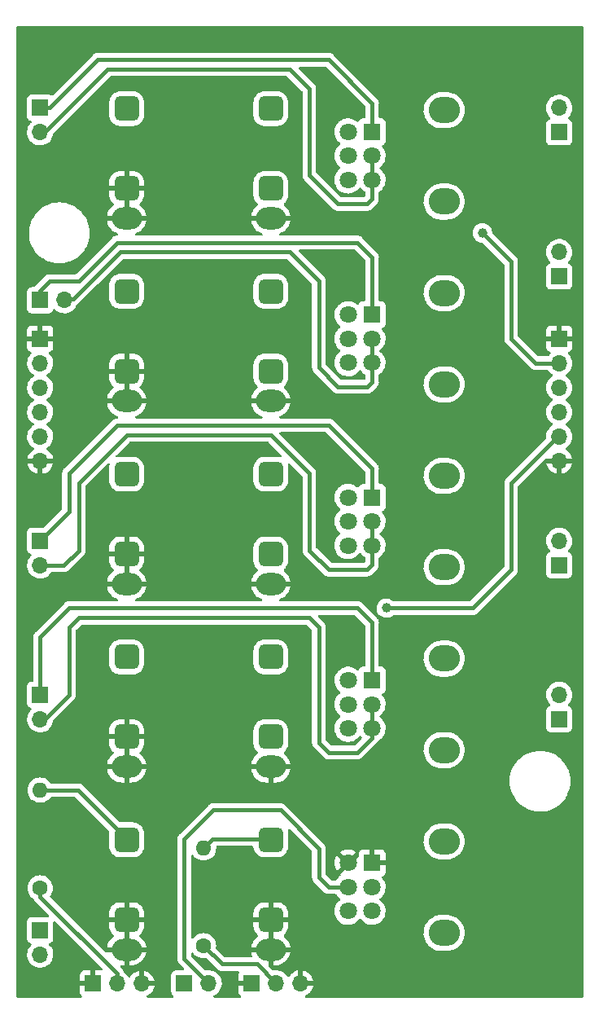
<source format=gtl>
G04 #@! TF.GenerationSoftware,KiCad,Pcbnew,(6.0.4)*
G04 #@! TF.CreationDate,2023-11-12T14:02:12+01:00*
G04 #@! TF.ProjectId,Mixer_FRONT,4d697865-725f-4465-924f-4e542e6b6963,rev?*
G04 #@! TF.SameCoordinates,Original*
G04 #@! TF.FileFunction,Copper,L1,Top*
G04 #@! TF.FilePolarity,Positive*
%FSLAX46Y46*%
G04 Gerber Fmt 4.6, Leading zero omitted, Abs format (unit mm)*
G04 Created by KiCad (PCBNEW (6.0.4)) date 2023-11-12 14:02:12*
%MOMM*%
%LPD*%
G01*
G04 APERTURE LIST*
G04 Aperture macros list*
%AMRoundRect*
0 Rectangle with rounded corners*
0 $1 Rounding radius*
0 $2 $3 $4 $5 $6 $7 $8 $9 X,Y pos of 4 corners*
0 Add a 4 corners polygon primitive as box body*
4,1,4,$2,$3,$4,$5,$6,$7,$8,$9,$2,$3,0*
0 Add four circle primitives for the rounded corners*
1,1,$1+$1,$2,$3*
1,1,$1+$1,$4,$5*
1,1,$1+$1,$6,$7*
1,1,$1+$1,$8,$9*
0 Add four rect primitives between the rounded corners*
20,1,$1+$1,$2,$3,$4,$5,0*
20,1,$1+$1,$4,$5,$6,$7,0*
20,1,$1+$1,$6,$7,$8,$9,0*
20,1,$1+$1,$8,$9,$2,$3,0*%
G04 Aperture macros list end*
G04 #@! TA.AperFunction,ComponentPad*
%ADD10O,3.240000X2.720000*%
G04 #@! TD*
G04 #@! TA.AperFunction,ComponentPad*
%ADD11R,1.800000X1.800000*%
G04 #@! TD*
G04 #@! TA.AperFunction,ComponentPad*
%ADD12C,1.800000*%
G04 #@! TD*
G04 #@! TA.AperFunction,ComponentPad*
%ADD13O,3.100000X2.300000*%
G04 #@! TD*
G04 #@! TA.AperFunction,ComponentPad*
%ADD14RoundRect,0.650000X-0.650000X-0.650000X0.650000X-0.650000X0.650000X0.650000X-0.650000X0.650000X0*%
G04 #@! TD*
G04 #@! TA.AperFunction,ComponentPad*
%ADD15C,1.600000*%
G04 #@! TD*
G04 #@! TA.AperFunction,ComponentPad*
%ADD16O,1.600000X1.600000*%
G04 #@! TD*
G04 #@! TA.AperFunction,ComponentPad*
%ADD17R,1.700000X1.700000*%
G04 #@! TD*
G04 #@! TA.AperFunction,ComponentPad*
%ADD18O,1.700000X1.700000*%
G04 #@! TD*
G04 #@! TA.AperFunction,ViaPad*
%ADD19C,1.000000*%
G04 #@! TD*
G04 #@! TA.AperFunction,ViaPad*
%ADD20C,0.800000*%
G04 #@! TD*
G04 #@! TA.AperFunction,Conductor*
%ADD21C,0.400000*%
G04 #@! TD*
G04 APERTURE END LIST*
D10*
X68025000Y-131250000D03*
X68025000Y-140750000D03*
D11*
X60525000Y-133500000D03*
D12*
X60525000Y-136000000D03*
X60525000Y-138500000D03*
X58025000Y-133500000D03*
X58025000Y-136000000D03*
X58025000Y-138500000D03*
D10*
X68025000Y-64750000D03*
X68025000Y-55250000D03*
D11*
X60525000Y-57500000D03*
D12*
X60525000Y-60000000D03*
X60525000Y-62500000D03*
X58025000Y-57500000D03*
X58025000Y-60000000D03*
X58025000Y-62500000D03*
D13*
X35000000Y-66480000D03*
D14*
X35000000Y-55080000D03*
X35000000Y-63380000D03*
D13*
X50000000Y-104480000D03*
D14*
X50000000Y-93080000D03*
X50000000Y-101380000D03*
D13*
X35000000Y-123480000D03*
D14*
X35000000Y-112080000D03*
X35000000Y-120380000D03*
D13*
X50000000Y-85480000D03*
D14*
X50000000Y-74080000D03*
X50000000Y-82380000D03*
D13*
X50000000Y-66480000D03*
D14*
X50000000Y-55080000D03*
X50000000Y-63380000D03*
D15*
X43000000Y-142080000D03*
D16*
X43000000Y-131920000D03*
D13*
X50000000Y-123480000D03*
D14*
X50000000Y-112080000D03*
X50000000Y-120380000D03*
D13*
X35000000Y-104480000D03*
D14*
X35000000Y-93080000D03*
X35000000Y-101380000D03*
D10*
X68025000Y-83750000D03*
X68025000Y-74250000D03*
D11*
X60525000Y-76500000D03*
D12*
X60525000Y-79000000D03*
X60525000Y-81500000D03*
X58025000Y-76500000D03*
X58025000Y-79000000D03*
X58025000Y-81500000D03*
D10*
X68025000Y-93250000D03*
X68025000Y-102750000D03*
D11*
X60525000Y-95500000D03*
D12*
X60525000Y-98000000D03*
X60525000Y-100500000D03*
X58025000Y-95500000D03*
X58025000Y-98000000D03*
X58025000Y-100500000D03*
D10*
X68025000Y-112250000D03*
X68025000Y-121750000D03*
D11*
X60525000Y-114500000D03*
D12*
X60525000Y-117000000D03*
X60525000Y-119500000D03*
X58025000Y-114500000D03*
X58025000Y-117000000D03*
X58025000Y-119500000D03*
D15*
X26000000Y-136080000D03*
D16*
X26000000Y-125920000D03*
D13*
X50000000Y-142480000D03*
D14*
X50000000Y-131080000D03*
X50000000Y-139380000D03*
D13*
X35000000Y-85480000D03*
D14*
X35000000Y-74080000D03*
X35000000Y-82380000D03*
D13*
X35000000Y-142480000D03*
D14*
X35000000Y-131080000D03*
X35000000Y-139380000D03*
D17*
X26000000Y-100000000D03*
D18*
X26000000Y-102540000D03*
D17*
X26000000Y-75000000D03*
D18*
X28540000Y-75000000D03*
D17*
X80000000Y-79000000D03*
D18*
X80000000Y-81540000D03*
X80000000Y-84080000D03*
X80000000Y-86620000D03*
X80000000Y-89160000D03*
X80000000Y-91700000D03*
D17*
X26000000Y-116000000D03*
D18*
X26000000Y-118540000D03*
D17*
X80000000Y-57540000D03*
D18*
X80000000Y-55000000D03*
D17*
X26000000Y-55000000D03*
D18*
X26000000Y-57540000D03*
D17*
X31475000Y-146025000D03*
D18*
X34015000Y-146025000D03*
X36555000Y-146025000D03*
D17*
X80000000Y-118540000D03*
D18*
X80000000Y-116000000D03*
D17*
X80000000Y-72540000D03*
D18*
X80000000Y-70000000D03*
D17*
X26000000Y-140460000D03*
D18*
X26000000Y-143000000D03*
D17*
X26000000Y-79000000D03*
D18*
X26000000Y-81540000D03*
X26000000Y-84080000D03*
X26000000Y-86620000D03*
X26000000Y-89160000D03*
X26000000Y-91700000D03*
D17*
X48000000Y-146000000D03*
D18*
X50540000Y-146000000D03*
X53080000Y-146000000D03*
D17*
X41000000Y-146000000D03*
D18*
X43540000Y-146000000D03*
D17*
X80000000Y-102540000D03*
D18*
X80000000Y-100000000D03*
D19*
X57452277Y-108436168D03*
D20*
X77212098Y-56464943D03*
D19*
X57000000Y-71000000D03*
X56000000Y-53000000D03*
D20*
X53077364Y-89573530D03*
X64000000Y-54000000D03*
D19*
X78990087Y-94993267D03*
X68000000Y-126000000D03*
X78000000Y-76000000D03*
X72000000Y-68000000D03*
X62000000Y-107000000D03*
D21*
X75000000Y-71000000D02*
X75000000Y-79000000D01*
X75000000Y-79000000D02*
X77540000Y-81540000D01*
X77540000Y-81540000D02*
X80000000Y-81540000D01*
X72000000Y-68000000D02*
X75000000Y-71000000D01*
X60000000Y-65000000D02*
X57000000Y-65000000D01*
X57000000Y-65000000D02*
X54000000Y-62000000D01*
X26460000Y-57540000D02*
X26000000Y-57540000D01*
X54000000Y-53000000D02*
X52000000Y-51000000D01*
X60525000Y-62500000D02*
X60525000Y-64475000D01*
X33000000Y-51000000D02*
X26460000Y-57540000D01*
X60525000Y-60000000D02*
X60525000Y-62500000D01*
X52000000Y-51000000D02*
X33000000Y-51000000D01*
X54000000Y-62000000D02*
X54000000Y-53000000D01*
X60525000Y-64475000D02*
X60000000Y-65000000D01*
X60525000Y-79000000D02*
X60525000Y-81500000D01*
X57000000Y-84000000D02*
X55000000Y-82000000D01*
X55000000Y-73000000D02*
X52000000Y-70000000D01*
X60000000Y-84000000D02*
X57000000Y-84000000D01*
X60525000Y-81500000D02*
X60525000Y-83475000D01*
X60525000Y-83475000D02*
X60000000Y-84000000D01*
X34312882Y-70000000D02*
X29472391Y-74840491D01*
X28699509Y-74840491D02*
X28540000Y-75000000D01*
X29472391Y-74840491D02*
X28699509Y-74840491D01*
X52000000Y-70000000D02*
X34312882Y-70000000D01*
X55000000Y-82000000D02*
X55000000Y-73000000D01*
X56000000Y-50000000D02*
X32000000Y-50000000D01*
X27000000Y-55000000D02*
X26000000Y-55000000D01*
X60525000Y-57500000D02*
X60525000Y-54525000D01*
X32000000Y-50000000D02*
X27000000Y-55000000D01*
X60525000Y-54525000D02*
X56000000Y-50000000D01*
X60525000Y-76500000D02*
X60525000Y-70525000D01*
X60525000Y-70525000D02*
X59000000Y-69000000D01*
X34000000Y-69000000D02*
X30000000Y-73000000D01*
X59000000Y-69000000D02*
X34000000Y-69000000D01*
X26000000Y-74000000D02*
X26000000Y-75000000D01*
X27000000Y-73000000D02*
X26000000Y-74000000D01*
X30000000Y-73000000D02*
X27000000Y-73000000D01*
X60525000Y-95500000D02*
X60525000Y-92525000D01*
X34000000Y-88000000D02*
X29000000Y-93000000D01*
X56000000Y-88000000D02*
X34000000Y-88000000D01*
X29000000Y-97000000D02*
X26000000Y-100000000D01*
X29000000Y-93000000D02*
X29000000Y-97000000D01*
X60525000Y-92525000D02*
X56000000Y-88000000D01*
X54000000Y-101000000D02*
X54000000Y-93000000D01*
X30000000Y-94000000D02*
X30000000Y-101000000D01*
X60000000Y-103000000D02*
X56000000Y-103000000D01*
X54000000Y-93000000D02*
X50000000Y-89000000D01*
X60525000Y-100500000D02*
X60525000Y-102475000D01*
X50000000Y-89000000D02*
X35000000Y-89000000D01*
X56000000Y-103000000D02*
X54000000Y-101000000D01*
X30000000Y-101000000D02*
X28460000Y-102540000D01*
X35000000Y-89000000D02*
X30000000Y-94000000D01*
X60525000Y-102475000D02*
X60000000Y-103000000D01*
X28460000Y-102540000D02*
X26000000Y-102540000D01*
X60525000Y-98000000D02*
X60525000Y-100500000D01*
X26000000Y-110000000D02*
X26000000Y-116000000D01*
X60525000Y-108525000D02*
X59000000Y-107000000D01*
X60525000Y-113500000D02*
X60525000Y-108525000D01*
X29000000Y-107000000D02*
X26000000Y-110000000D01*
X59000000Y-107000000D02*
X29000000Y-107000000D01*
X59000000Y-122000000D02*
X60525000Y-120475000D01*
X56000000Y-122000000D02*
X59000000Y-122000000D01*
X55000000Y-121000000D02*
X56000000Y-122000000D01*
X60525000Y-120475000D02*
X60525000Y-119500000D01*
X29000000Y-109000000D02*
X30000000Y-108000000D01*
X29000000Y-116000000D02*
X29000000Y-109000000D01*
X30000000Y-108000000D02*
X54000000Y-108000000D01*
X54000000Y-108000000D02*
X55000000Y-109000000D01*
X55000000Y-109000000D02*
X55000000Y-121000000D01*
X26460000Y-118540000D02*
X29000000Y-116000000D01*
X60525000Y-119500000D02*
X60525000Y-117000000D01*
X26000000Y-118540000D02*
X26460000Y-118540000D01*
X26000000Y-137000000D02*
X26000000Y-136080000D01*
X34015000Y-146025000D02*
X34015000Y-145015000D01*
X34015000Y-145015000D02*
X26000000Y-137000000D01*
X75000000Y-103000000D02*
X75000000Y-94000000D01*
X62000000Y-107000000D02*
X71000000Y-107000000D01*
X75000000Y-94000000D02*
X79840000Y-89160000D01*
X79840000Y-89160000D02*
X80000000Y-89160000D01*
X71000000Y-107000000D02*
X75000000Y-103000000D01*
X41000000Y-131000000D02*
X44000000Y-128000000D01*
X43540000Y-146000000D02*
X41000000Y-143460000D01*
X41000000Y-143460000D02*
X41000000Y-131000000D01*
X51000000Y-128000000D02*
X55000000Y-132000000D01*
X56000000Y-136000000D02*
X58025000Y-136000000D01*
X44000000Y-128000000D02*
X51000000Y-128000000D01*
X55000000Y-135000000D02*
X56000000Y-136000000D01*
X55000000Y-132000000D02*
X55000000Y-135000000D01*
X48540000Y-144000000D02*
X50540000Y-146000000D01*
X43000000Y-142080000D02*
X44920000Y-144000000D01*
X44920000Y-144000000D02*
X48540000Y-144000000D01*
X35000000Y-131080000D02*
X35000000Y-131000000D01*
X35000000Y-131000000D02*
X29920000Y-125920000D01*
X29920000Y-125920000D02*
X26000000Y-125920000D01*
X50000000Y-131080000D02*
X49080000Y-131080000D01*
X49080000Y-131080000D02*
X49000000Y-131000000D01*
X49000000Y-131000000D02*
X43920000Y-131000000D01*
X43920000Y-131000000D02*
X43000000Y-131920000D01*
X50000000Y-131000000D02*
X49000000Y-131000000D01*
G04 #@! TA.AperFunction,Conductor*
G36*
X82433621Y-46528502D02*
G01*
X82480114Y-46582158D01*
X82491500Y-46634500D01*
X82491500Y-147365500D01*
X82471498Y-147433621D01*
X82417842Y-147480114D01*
X82365500Y-147491500D01*
X53666025Y-147491500D01*
X53597904Y-147471498D01*
X53551411Y-147417842D01*
X53541307Y-147347568D01*
X53570801Y-147282988D01*
X53610592Y-147252349D01*
X53773095Y-147172739D01*
X53781945Y-147167464D01*
X53955328Y-147043792D01*
X53963200Y-147037139D01*
X54114052Y-146886812D01*
X54120730Y-146878965D01*
X54245003Y-146706020D01*
X54250313Y-146697183D01*
X54344670Y-146506267D01*
X54348469Y-146496672D01*
X54410377Y-146292910D01*
X54412555Y-146282837D01*
X54413986Y-146271962D01*
X54411775Y-146257778D01*
X54398617Y-146254000D01*
X52952000Y-146254000D01*
X52883879Y-146233998D01*
X52837386Y-146180342D01*
X52826000Y-146128000D01*
X52826000Y-145727885D01*
X53334000Y-145727885D01*
X53338475Y-145743124D01*
X53339865Y-145744329D01*
X53347548Y-145746000D01*
X54398344Y-145746000D01*
X54411875Y-145742027D01*
X54413180Y-145732947D01*
X54371214Y-145565875D01*
X54367894Y-145556124D01*
X54282972Y-145360814D01*
X54278105Y-145351739D01*
X54162426Y-145172926D01*
X54156136Y-145164757D01*
X54012806Y-145007240D01*
X54005273Y-145000215D01*
X53838139Y-144868222D01*
X53829552Y-144862517D01*
X53643117Y-144759599D01*
X53633705Y-144755369D01*
X53432959Y-144684280D01*
X53422988Y-144681646D01*
X53351837Y-144668972D01*
X53338540Y-144670432D01*
X53334000Y-144684989D01*
X53334000Y-145727885D01*
X52826000Y-145727885D01*
X52826000Y-144683102D01*
X52822082Y-144669758D01*
X52807806Y-144667771D01*
X52769324Y-144673660D01*
X52759288Y-144676051D01*
X52556868Y-144742212D01*
X52547359Y-144746209D01*
X52358463Y-144844542D01*
X52349738Y-144850036D01*
X52179433Y-144977905D01*
X52171726Y-144984748D01*
X52024590Y-145138717D01*
X52018109Y-145146722D01*
X51913498Y-145300074D01*
X51858587Y-145345076D01*
X51788062Y-145353247D01*
X51724315Y-145321993D01*
X51703618Y-145297509D01*
X51622822Y-145172617D01*
X51622820Y-145172614D01*
X51620014Y-145168277D01*
X51469670Y-145003051D01*
X51465619Y-144999852D01*
X51465615Y-144999848D01*
X51298414Y-144867800D01*
X51298410Y-144867798D01*
X51294359Y-144864598D01*
X51258028Y-144844542D01*
X51193130Y-144808717D01*
X51098789Y-144756638D01*
X51093920Y-144754914D01*
X51093916Y-144754912D01*
X50893087Y-144683795D01*
X50893083Y-144683794D01*
X50888212Y-144682069D01*
X50883119Y-144681162D01*
X50883116Y-144681161D01*
X50673373Y-144643800D01*
X50673367Y-144643799D01*
X50668284Y-144642894D01*
X50594452Y-144641992D01*
X50450081Y-144640228D01*
X50450079Y-144640228D01*
X50444911Y-144640165D01*
X50280059Y-144665391D01*
X50209698Y-144655923D01*
X50171906Y-144629936D01*
X49780432Y-144238462D01*
X49746406Y-144176150D01*
X49746407Y-144138000D01*
X49746000Y-144138000D01*
X49746000Y-144119885D01*
X50254000Y-144119885D01*
X50258475Y-144135124D01*
X50259865Y-144136329D01*
X50267548Y-144138000D01*
X50462675Y-144138000D01*
X50467601Y-144137807D01*
X50655236Y-144123039D01*
X50664983Y-144121496D01*
X50909123Y-144062883D01*
X50918508Y-144059834D01*
X51150470Y-143963752D01*
X51159264Y-143959271D01*
X51373348Y-143828080D01*
X51381321Y-143822288D01*
X51572252Y-143659216D01*
X51579216Y-143652252D01*
X51742288Y-143461321D01*
X51748080Y-143453348D01*
X51879271Y-143239264D01*
X51883752Y-143230470D01*
X51979834Y-142998508D01*
X51982883Y-142989123D01*
X52040820Y-142747798D01*
X52038546Y-142736970D01*
X52027082Y-142734000D01*
X50272115Y-142734000D01*
X50256876Y-142738475D01*
X50255671Y-142739865D01*
X50254000Y-142747548D01*
X50254000Y-144119885D01*
X49746000Y-144119885D01*
X49746000Y-142752115D01*
X49741525Y-142736876D01*
X49740135Y-142735671D01*
X49732452Y-142734000D01*
X47974978Y-142734000D01*
X47960185Y-142738344D01*
X47958797Y-142746200D01*
X48017117Y-142989123D01*
X48020166Y-142998508D01*
X48069364Y-143117282D01*
X48076953Y-143187872D01*
X48045174Y-143251359D01*
X47984116Y-143287586D01*
X47952955Y-143291500D01*
X45265660Y-143291500D01*
X45197539Y-143271498D01*
X45176565Y-143254595D01*
X44329982Y-142408012D01*
X44295956Y-142345700D01*
X44293556Y-142307935D01*
X44300725Y-142226000D01*
X44301932Y-142212202D01*
X47959180Y-142212202D01*
X47961454Y-142223030D01*
X47972918Y-142226000D01*
X49727885Y-142226000D01*
X49743124Y-142221525D01*
X49744329Y-142220135D01*
X49746000Y-142212452D01*
X49746000Y-142207885D01*
X50254000Y-142207885D01*
X50258475Y-142223124D01*
X50259865Y-142224329D01*
X50267548Y-142226000D01*
X52025022Y-142226000D01*
X52039815Y-142221656D01*
X52041203Y-142213800D01*
X51982883Y-141970877D01*
X51979834Y-141961492D01*
X51883752Y-141729530D01*
X51879271Y-141720736D01*
X51748080Y-141506652D01*
X51742288Y-141498679D01*
X51579216Y-141307748D01*
X51572252Y-141300784D01*
X51381326Y-141137717D01*
X51380411Y-141137052D01*
X51380147Y-141136710D01*
X51377562Y-141134502D01*
X51378026Y-141133959D01*
X51337058Y-141080829D01*
X51330984Y-141010092D01*
X51364117Y-140947301D01*
X51383013Y-140931342D01*
X51389659Y-140926766D01*
X51398504Y-140919396D01*
X51525173Y-140792505D01*
X65891984Y-140792505D01*
X65917738Y-141062441D01*
X65918822Y-141066870D01*
X65918823Y-141066877D01*
X65935995Y-141137052D01*
X65982190Y-141325832D01*
X65983905Y-141330067D01*
X65983906Y-141330069D01*
X66082275Y-141572931D01*
X66083988Y-141577160D01*
X66221001Y-141811161D01*
X66257974Y-141857393D01*
X66379672Y-142009568D01*
X66390359Y-142022932D01*
X66393700Y-142026053D01*
X66541853Y-142164450D01*
X66588512Y-142208037D01*
X66811312Y-142362598D01*
X66815388Y-142364626D01*
X66815390Y-142364627D01*
X67050003Y-142481346D01*
X67050006Y-142481347D01*
X67054090Y-142483379D01*
X67311760Y-142567847D01*
X67316251Y-142568627D01*
X67316252Y-142568627D01*
X67575144Y-142613579D01*
X67575152Y-142613580D01*
X67578925Y-142614235D01*
X67582762Y-142614426D01*
X67663029Y-142618422D01*
X67663037Y-142618422D01*
X67664600Y-142618500D01*
X68353884Y-142618500D01*
X68356152Y-142618335D01*
X68356164Y-142618335D01*
X68487978Y-142608771D01*
X68555451Y-142603875D01*
X68559906Y-142602891D01*
X68559909Y-142602891D01*
X68815777Y-142546400D01*
X68815781Y-142546399D01*
X68820237Y-142545415D01*
X68989345Y-142481346D01*
X69069540Y-142450963D01*
X69069543Y-142450962D01*
X69073810Y-142449345D01*
X69310859Y-142317676D01*
X69458603Y-142204921D01*
X69522785Y-142155939D01*
X69522786Y-142155938D01*
X69526417Y-142153167D01*
X69533022Y-142146411D01*
X69657216Y-142019366D01*
X69715970Y-141959264D01*
X69749108Y-141913738D01*
X69872859Y-141743721D01*
X69875547Y-141740028D01*
X70001804Y-141500053D01*
X70027165Y-141428238D01*
X70053127Y-141354717D01*
X70092096Y-141244366D01*
X70113228Y-141137153D01*
X70143652Y-140982794D01*
X70143653Y-140982788D01*
X70144533Y-140978322D01*
X70144760Y-140973766D01*
X70157789Y-140712064D01*
X70157789Y-140712058D01*
X70158016Y-140707495D01*
X70132262Y-140437559D01*
X70125534Y-140410061D01*
X70099352Y-140303069D01*
X70067810Y-140174168D01*
X69997244Y-139999947D01*
X69967725Y-139927069D01*
X69967725Y-139927068D01*
X69966012Y-139922840D01*
X69828999Y-139688839D01*
X69677728Y-139499684D01*
X69662493Y-139480634D01*
X69662492Y-139480632D01*
X69659641Y-139477068D01*
X69520226Y-139346833D01*
X69464824Y-139295079D01*
X69464821Y-139295077D01*
X69461488Y-139291963D01*
X69238688Y-139137402D01*
X69234610Y-139135373D01*
X68999997Y-139018654D01*
X68999994Y-139018653D01*
X68995910Y-139016621D01*
X68738240Y-138932153D01*
X68733748Y-138931373D01*
X68474856Y-138886421D01*
X68474848Y-138886420D01*
X68471075Y-138885765D01*
X68463429Y-138885384D01*
X68386971Y-138881578D01*
X68386963Y-138881578D01*
X68385400Y-138881500D01*
X67696116Y-138881500D01*
X67693848Y-138881665D01*
X67693836Y-138881665D01*
X67562022Y-138891229D01*
X67494549Y-138896125D01*
X67490094Y-138897109D01*
X67490091Y-138897109D01*
X67234223Y-138953600D01*
X67234219Y-138953601D01*
X67229763Y-138954585D01*
X67102976Y-139002620D01*
X66980460Y-139049037D01*
X66980457Y-139049038D01*
X66976190Y-139050655D01*
X66739141Y-139182324D01*
X66523583Y-139346833D01*
X66334030Y-139540736D01*
X66331343Y-139544428D01*
X66331341Y-139544430D01*
X66177141Y-139756279D01*
X66174453Y-139759972D01*
X66048196Y-139999947D01*
X66046677Y-140004248D01*
X66046675Y-140004253D01*
X66012332Y-140101507D01*
X65957904Y-140255634D01*
X65957024Y-140260100D01*
X65927467Y-140410061D01*
X65905467Y-140521678D01*
X65905240Y-140526232D01*
X65905240Y-140526234D01*
X65892309Y-140785978D01*
X65891984Y-140792505D01*
X51525173Y-140792505D01*
X51540699Y-140776952D01*
X51548053Y-140768094D01*
X51661906Y-140602126D01*
X51667519Y-140592083D01*
X51749221Y-140408145D01*
X51752914Y-140397235D01*
X51799876Y-140200871D01*
X51801438Y-140190750D01*
X51807839Y-140101459D01*
X51808000Y-140096946D01*
X51808000Y-139652115D01*
X51803525Y-139636876D01*
X51802135Y-139635671D01*
X51794452Y-139634000D01*
X50272115Y-139634000D01*
X50256876Y-139638475D01*
X50255671Y-139639865D01*
X50254000Y-139647548D01*
X50254000Y-142207885D01*
X49746000Y-142207885D01*
X49746000Y-139652115D01*
X49741525Y-139636876D01*
X49740135Y-139635671D01*
X49732452Y-139634000D01*
X48210116Y-139634000D01*
X48194877Y-139638475D01*
X48193672Y-139639865D01*
X48192001Y-139647548D01*
X48192001Y-140096905D01*
X48192169Y-140101507D01*
X48198844Y-140192746D01*
X48200426Y-140202885D01*
X48247730Y-140399163D01*
X48251440Y-140410061D01*
X48333463Y-140593858D01*
X48339091Y-140603888D01*
X48453241Y-140769667D01*
X48460604Y-140778504D01*
X48603048Y-140920699D01*
X48611899Y-140928047D01*
X48616663Y-140931315D01*
X48661522Y-140986344D01*
X48669509Y-141056890D01*
X48638089Y-141120555D01*
X48622433Y-141134496D01*
X48622438Y-141134502D01*
X48622169Y-141134732D01*
X48619450Y-141137153D01*
X48618674Y-141137717D01*
X48427748Y-141300784D01*
X48420784Y-141307748D01*
X48257712Y-141498679D01*
X48251920Y-141506652D01*
X48120729Y-141720736D01*
X48116248Y-141729530D01*
X48020166Y-141961492D01*
X48017117Y-141970877D01*
X47959180Y-142212202D01*
X44301932Y-142212202D01*
X44313498Y-142080000D01*
X44293543Y-141851913D01*
X44292119Y-141846598D01*
X44235707Y-141636067D01*
X44235706Y-141636065D01*
X44234284Y-141630757D01*
X44211128Y-141581099D01*
X44139849Y-141428238D01*
X44139846Y-141428233D01*
X44137523Y-141423251D01*
X44056647Y-141307748D01*
X44009357Y-141240211D01*
X44009355Y-141240208D01*
X44006198Y-141235700D01*
X43844300Y-141073802D01*
X43839792Y-141070645D01*
X43839789Y-141070643D01*
X43714327Y-140982794D01*
X43656749Y-140942477D01*
X43651767Y-140940154D01*
X43651762Y-140940151D01*
X43454225Y-140848039D01*
X43454224Y-140848039D01*
X43449243Y-140845716D01*
X43443935Y-140844294D01*
X43443933Y-140844293D01*
X43233402Y-140787881D01*
X43233400Y-140787881D01*
X43228087Y-140786457D01*
X43000000Y-140766502D01*
X42771913Y-140786457D01*
X42766600Y-140787881D01*
X42766598Y-140787881D01*
X42556067Y-140844293D01*
X42556065Y-140844294D01*
X42550757Y-140845716D01*
X42545776Y-140848039D01*
X42545775Y-140848039D01*
X42348238Y-140940151D01*
X42348233Y-140940154D01*
X42343251Y-140942477D01*
X42285673Y-140982794D01*
X42160211Y-141070643D01*
X42160208Y-141070645D01*
X42155700Y-141073802D01*
X41993802Y-141235700D01*
X41990645Y-141240208D01*
X41990643Y-141240211D01*
X41937713Y-141315803D01*
X41882256Y-141360131D01*
X41811636Y-141367440D01*
X41748276Y-141335409D01*
X41712291Y-141274208D01*
X41708500Y-141243532D01*
X41708500Y-139107885D01*
X48192000Y-139107885D01*
X48196475Y-139123124D01*
X48197865Y-139124329D01*
X48205548Y-139126000D01*
X49727885Y-139126000D01*
X49743124Y-139121525D01*
X49744329Y-139120135D01*
X49746000Y-139112452D01*
X49746000Y-139107885D01*
X50254000Y-139107885D01*
X50258475Y-139123124D01*
X50259865Y-139124329D01*
X50267548Y-139126000D01*
X51789884Y-139126000D01*
X51805123Y-139121525D01*
X51806328Y-139120135D01*
X51807999Y-139112452D01*
X51807999Y-138663096D01*
X51807831Y-138658493D01*
X51801156Y-138567254D01*
X51799574Y-138557115D01*
X51752270Y-138360837D01*
X51748560Y-138349939D01*
X51666537Y-138166142D01*
X51660909Y-138156112D01*
X51546759Y-137990333D01*
X51539396Y-137981496D01*
X51396952Y-137839301D01*
X51388094Y-137831947D01*
X51222126Y-137718094D01*
X51212083Y-137712481D01*
X51028145Y-137630779D01*
X51017235Y-137627086D01*
X50820871Y-137580124D01*
X50810750Y-137578562D01*
X50721459Y-137572161D01*
X50716946Y-137572000D01*
X50272115Y-137572000D01*
X50256876Y-137576475D01*
X50255671Y-137577865D01*
X50254000Y-137585548D01*
X50254000Y-139107885D01*
X49746000Y-139107885D01*
X49746000Y-137590116D01*
X49741525Y-137574877D01*
X49740135Y-137573672D01*
X49732452Y-137572001D01*
X49283096Y-137572001D01*
X49278493Y-137572169D01*
X49187254Y-137578844D01*
X49177115Y-137580426D01*
X48980837Y-137627730D01*
X48969939Y-137631440D01*
X48786142Y-137713463D01*
X48776112Y-137719091D01*
X48610333Y-137833241D01*
X48601496Y-137840604D01*
X48459301Y-137983048D01*
X48451947Y-137991906D01*
X48338094Y-138157874D01*
X48332481Y-138167917D01*
X48250779Y-138351855D01*
X48247086Y-138362765D01*
X48200124Y-138559129D01*
X48198562Y-138569250D01*
X48192161Y-138658541D01*
X48192000Y-138663054D01*
X48192000Y-139107885D01*
X41708500Y-139107885D01*
X41708500Y-132756468D01*
X41728502Y-132688347D01*
X41782158Y-132641854D01*
X41852432Y-132631750D01*
X41917012Y-132661244D01*
X41937713Y-132684197D01*
X41956227Y-132710637D01*
X41993802Y-132764300D01*
X42155700Y-132926198D01*
X42160208Y-132929355D01*
X42160211Y-132929357D01*
X42185591Y-132947128D01*
X42343251Y-133057523D01*
X42348233Y-133059846D01*
X42348238Y-133059849D01*
X42545775Y-133151961D01*
X42550757Y-133154284D01*
X42556065Y-133155706D01*
X42556067Y-133155707D01*
X42766598Y-133212119D01*
X42766600Y-133212119D01*
X42771913Y-133213543D01*
X43000000Y-133233498D01*
X43228087Y-133213543D01*
X43233400Y-133212119D01*
X43233402Y-133212119D01*
X43443933Y-133155707D01*
X43443935Y-133155706D01*
X43449243Y-133154284D01*
X43454225Y-133151961D01*
X43651762Y-133059849D01*
X43651767Y-133059846D01*
X43656749Y-133057523D01*
X43814409Y-132947128D01*
X43839789Y-132929357D01*
X43839792Y-132929355D01*
X43844300Y-132926198D01*
X44006198Y-132764300D01*
X44137523Y-132576749D01*
X44139846Y-132571767D01*
X44139849Y-132571762D01*
X44231961Y-132374225D01*
X44231961Y-132374224D01*
X44234284Y-132369243D01*
X44247284Y-132320729D01*
X44292119Y-132153402D01*
X44292119Y-132153400D01*
X44293543Y-132148087D01*
X44313498Y-131920000D01*
X44313019Y-131914525D01*
X44313019Y-131914514D01*
X44306979Y-131845482D01*
X44320967Y-131775878D01*
X44370366Y-131724885D01*
X44432499Y-131708500D01*
X48067744Y-131708500D01*
X48135865Y-131728502D01*
X48182358Y-131782158D01*
X48193408Y-131825306D01*
X48193757Y-131830069D01*
X48198723Y-131897953D01*
X48248609Y-132104944D01*
X48335380Y-132299378D01*
X48338653Y-132304132D01*
X48338654Y-132304133D01*
X48447722Y-132462531D01*
X48456131Y-132474744D01*
X48460218Y-132478824D01*
X48460219Y-132478825D01*
X48602730Y-132621089D01*
X48602735Y-132621093D01*
X48606817Y-132625168D01*
X48611578Y-132628434D01*
X48734959Y-132713073D01*
X48782393Y-132745613D01*
X48879686Y-132788829D01*
X48971701Y-132829700D01*
X48971705Y-132829701D01*
X48976979Y-132832044D01*
X48982600Y-132833388D01*
X48982599Y-132833388D01*
X49179059Y-132880373D01*
X49179063Y-132880374D01*
X49184057Y-132881568D01*
X49220285Y-132884165D01*
X49278513Y-132888339D01*
X49278521Y-132888339D01*
X49280763Y-132888500D01*
X49993543Y-132888500D01*
X50719236Y-132888499D01*
X50721529Y-132888331D01*
X50721536Y-132888331D01*
X50812818Y-132881653D01*
X50812822Y-132881652D01*
X50817953Y-132881277D01*
X51024944Y-132831391D01*
X51219378Y-132744620D01*
X51265194Y-132713073D01*
X51389988Y-132627144D01*
X51389989Y-132627143D01*
X51394744Y-132623869D01*
X51441782Y-132576749D01*
X51541089Y-132477270D01*
X51541093Y-132477265D01*
X51545168Y-132473183D01*
X51620113Y-132363933D01*
X51662345Y-132302371D01*
X51662345Y-132302370D01*
X51665613Y-132297607D01*
X51732027Y-132148087D01*
X51749700Y-132108299D01*
X51749701Y-132108295D01*
X51752044Y-132103021D01*
X51775701Y-132004101D01*
X51800373Y-131900941D01*
X51800374Y-131900937D01*
X51801568Y-131895943D01*
X51806594Y-131825832D01*
X51808339Y-131801487D01*
X51808339Y-131801479D01*
X51808500Y-131799237D01*
X51808499Y-130360764D01*
X51807341Y-130344931D01*
X51801653Y-130267182D01*
X51801652Y-130267178D01*
X51801277Y-130262047D01*
X51760444Y-130092618D01*
X51763929Y-130021707D01*
X51805198Y-129963937D01*
X51871149Y-129937650D01*
X51940842Y-129951191D01*
X51972031Y-129974001D01*
X53200968Y-131202939D01*
X54254595Y-132256566D01*
X54288621Y-132318878D01*
X54291500Y-132345661D01*
X54291500Y-134971088D01*
X54291208Y-134979658D01*
X54287275Y-135037352D01*
X54288580Y-135044829D01*
X54288580Y-135044830D01*
X54298261Y-135100299D01*
X54299223Y-135106821D01*
X54306898Y-135170242D01*
X54309581Y-135177343D01*
X54310222Y-135179952D01*
X54314685Y-135196262D01*
X54315450Y-135198798D01*
X54316757Y-135206284D01*
X54319811Y-135213241D01*
X54342442Y-135264795D01*
X54344933Y-135270899D01*
X54367513Y-135330656D01*
X54371817Y-135336919D01*
X54373054Y-135339285D01*
X54381299Y-135354097D01*
X54382632Y-135356351D01*
X54385685Y-135363305D01*
X54390307Y-135369328D01*
X54424579Y-135413991D01*
X54428459Y-135419332D01*
X54460339Y-135465720D01*
X54460344Y-135465725D01*
X54464643Y-135471981D01*
X54470313Y-135477032D01*
X54470314Y-135477034D01*
X54511170Y-135513435D01*
X54516446Y-135518416D01*
X55478550Y-136480520D01*
X55484404Y-136486785D01*
X55522439Y-136530385D01*
X55528657Y-136534755D01*
X55574697Y-136567112D01*
X55579993Y-136571045D01*
X55630282Y-136610477D01*
X55637204Y-136613602D01*
X55639452Y-136614964D01*
X55654185Y-136623368D01*
X55656524Y-136624622D01*
X55662739Y-136628990D01*
X55669815Y-136631749D01*
X55669819Y-136631751D01*
X55722274Y-136652202D01*
X55728352Y-136654757D01*
X55786574Y-136681045D01*
X55794045Y-136682429D01*
X55796599Y-136683230D01*
X55812878Y-136687867D01*
X55815433Y-136688523D01*
X55822509Y-136691282D01*
X55850962Y-136695028D01*
X55885851Y-136699621D01*
X55892367Y-136700653D01*
X55934706Y-136708500D01*
X55955187Y-136712296D01*
X55962767Y-136711859D01*
X55962768Y-136711859D01*
X56017398Y-136708709D01*
X56024651Y-136708500D01*
X56736590Y-136708500D01*
X56804711Y-136728502D01*
X56844023Y-136768665D01*
X56880129Y-136827584D01*
X56884501Y-136834719D01*
X57036147Y-137009784D01*
X57200556Y-137146279D01*
X57211462Y-137155333D01*
X57251097Y-137214235D01*
X57252595Y-137285216D01*
X57215481Y-137345739D01*
X57206630Y-137353037D01*
X57090793Y-137440010D01*
X57086655Y-137443117D01*
X57083083Y-137446855D01*
X56946180Y-137590116D01*
X56926639Y-137610564D01*
X56923730Y-137614829D01*
X56923724Y-137614837D01*
X56908152Y-137637665D01*
X56796119Y-137801899D01*
X56698602Y-138011981D01*
X56636707Y-138235169D01*
X56612095Y-138465469D01*
X56612392Y-138470622D01*
X56612392Y-138470625D01*
X56618067Y-138569041D01*
X56625427Y-138696697D01*
X56626564Y-138701743D01*
X56626565Y-138701749D01*
X56658741Y-138844523D01*
X56676346Y-138922642D01*
X56678288Y-138927424D01*
X56678289Y-138927428D01*
X56758921Y-139126000D01*
X56763484Y-139137237D01*
X56884501Y-139334719D01*
X57036147Y-139509784D01*
X57214349Y-139657730D01*
X57414322Y-139774584D01*
X57630694Y-139857209D01*
X57635760Y-139858240D01*
X57635761Y-139858240D01*
X57688846Y-139869040D01*
X57857656Y-139903385D01*
X57988324Y-139908176D01*
X58083949Y-139911683D01*
X58083953Y-139911683D01*
X58089113Y-139911872D01*
X58094233Y-139911216D01*
X58094235Y-139911216D01*
X58167270Y-139901860D01*
X58318847Y-139882442D01*
X58323795Y-139880957D01*
X58323802Y-139880956D01*
X58535747Y-139817369D01*
X58540690Y-139815886D01*
X58621236Y-139776427D01*
X58744049Y-139716262D01*
X58744052Y-139716260D01*
X58748684Y-139713991D01*
X58937243Y-139579494D01*
X59101303Y-139416005D01*
X59170370Y-139319888D01*
X59226365Y-139276240D01*
X59297068Y-139269794D01*
X59360033Y-139302597D01*
X59380128Y-139327584D01*
X59381799Y-139330311D01*
X59381804Y-139330317D01*
X59384501Y-139334719D01*
X59536147Y-139509784D01*
X59714349Y-139657730D01*
X59914322Y-139774584D01*
X60130694Y-139857209D01*
X60135760Y-139858240D01*
X60135761Y-139858240D01*
X60188846Y-139869040D01*
X60357656Y-139903385D01*
X60488324Y-139908176D01*
X60583949Y-139911683D01*
X60583953Y-139911683D01*
X60589113Y-139911872D01*
X60594233Y-139911216D01*
X60594235Y-139911216D01*
X60667270Y-139901860D01*
X60818847Y-139882442D01*
X60823795Y-139880957D01*
X60823802Y-139880956D01*
X61035747Y-139817369D01*
X61040690Y-139815886D01*
X61121236Y-139776427D01*
X61244049Y-139716262D01*
X61244052Y-139716260D01*
X61248684Y-139713991D01*
X61437243Y-139579494D01*
X61601303Y-139416005D01*
X61736458Y-139227917D01*
X61757622Y-139185096D01*
X61836784Y-139024922D01*
X61836785Y-139024920D01*
X61839078Y-139020280D01*
X61906408Y-138798671D01*
X61936640Y-138569041D01*
X61936882Y-138559129D01*
X61938245Y-138503365D01*
X61938245Y-138503361D01*
X61938327Y-138500000D01*
X61925990Y-138349939D01*
X61919773Y-138274318D01*
X61919772Y-138274312D01*
X61919349Y-138269167D01*
X61862925Y-138044533D01*
X61860866Y-138039797D01*
X61772630Y-137836868D01*
X61772628Y-137836865D01*
X61770570Y-137832131D01*
X61644764Y-137637665D01*
X61638499Y-137630779D01*
X61590350Y-137577865D01*
X61488887Y-137466358D01*
X61484836Y-137463159D01*
X61484832Y-137463155D01*
X61338690Y-137347740D01*
X61297627Y-137289823D01*
X61294395Y-137218900D01*
X61330020Y-137157489D01*
X61343613Y-137146279D01*
X61427844Y-137086198D01*
X61437243Y-137079494D01*
X61601303Y-136916005D01*
X61736458Y-136727917D01*
X61744179Y-136712296D01*
X61836784Y-136524922D01*
X61836785Y-136524920D01*
X61839078Y-136520280D01*
X61906408Y-136298671D01*
X61936640Y-136069041D01*
X61938327Y-136000000D01*
X61925715Y-135846598D01*
X61919773Y-135774318D01*
X61919772Y-135774312D01*
X61919349Y-135769167D01*
X61862925Y-135544533D01*
X61833576Y-135477034D01*
X61772630Y-135336868D01*
X61772628Y-135336865D01*
X61770570Y-135332131D01*
X61644764Y-135137665D01*
X61581625Y-135068276D01*
X61550573Y-135004431D01*
X61558969Y-134933932D01*
X61604145Y-134879164D01*
X61630589Y-134865495D01*
X61663054Y-134853324D01*
X61678649Y-134844786D01*
X61780724Y-134768285D01*
X61793285Y-134755724D01*
X61869786Y-134653649D01*
X61878324Y-134638054D01*
X61923478Y-134517606D01*
X61927105Y-134502351D01*
X61932631Y-134451486D01*
X61933000Y-134444672D01*
X61933000Y-133772115D01*
X61928525Y-133756876D01*
X61927135Y-133755671D01*
X61919452Y-133754000D01*
X60397000Y-133754000D01*
X60328879Y-133733998D01*
X60282386Y-133680342D01*
X60271000Y-133628000D01*
X60271000Y-133227885D01*
X60779000Y-133227885D01*
X60783475Y-133243124D01*
X60784865Y-133244329D01*
X60792548Y-133246000D01*
X61914884Y-133246000D01*
X61930123Y-133241525D01*
X61931328Y-133240135D01*
X61932999Y-133232452D01*
X61932999Y-132555331D01*
X61932629Y-132548510D01*
X61927105Y-132497648D01*
X61923479Y-132482396D01*
X61878324Y-132361946D01*
X61869786Y-132346351D01*
X61793285Y-132244276D01*
X61780724Y-132231715D01*
X61678649Y-132155214D01*
X61663054Y-132146676D01*
X61542606Y-132101522D01*
X61527351Y-132097895D01*
X61476486Y-132092369D01*
X61469672Y-132092000D01*
X60797115Y-132092000D01*
X60781876Y-132096475D01*
X60780671Y-132097865D01*
X60779000Y-132105548D01*
X60779000Y-133227885D01*
X60271000Y-133227885D01*
X60271000Y-132110116D01*
X60266525Y-132094877D01*
X60265135Y-132093672D01*
X60257452Y-132092001D01*
X59580331Y-132092001D01*
X59573510Y-132092371D01*
X59522648Y-132097895D01*
X59507396Y-132101521D01*
X59386946Y-132146676D01*
X59371351Y-132155214D01*
X59269276Y-132231715D01*
X59256715Y-132244276D01*
X59180214Y-132346351D01*
X59171676Y-132361946D01*
X59126522Y-132482394D01*
X59122895Y-132497650D01*
X59119710Y-132526961D01*
X59123990Y-132550835D01*
X59124954Y-132552173D01*
X59139401Y-132566620D01*
X59173427Y-132628932D01*
X59168362Y-132699747D01*
X59139401Y-132744810D01*
X58025000Y-133859210D01*
X57235182Y-134649029D01*
X57228424Y-134661406D01*
X57237016Y-134672884D01*
X57261828Y-134739404D01*
X57246737Y-134808778D01*
X57211802Y-134849154D01*
X57086655Y-134943117D01*
X57083083Y-134946855D01*
X56958046Y-135077699D01*
X56926639Y-135110564D01*
X56840727Y-135236506D01*
X56785818Y-135281507D01*
X56736641Y-135291500D01*
X56345662Y-135291500D01*
X56277541Y-135271498D01*
X56256567Y-135254596D01*
X55745405Y-134743435D01*
X55711380Y-134681122D01*
X55708500Y-134654339D01*
X55708500Y-133470638D01*
X56612893Y-133470638D01*
X56625627Y-133691468D01*
X56627061Y-133701670D01*
X56675685Y-133917439D01*
X56678773Y-133927292D01*
X56761986Y-134132220D01*
X56766634Y-134141421D01*
X56855097Y-134285781D01*
X56865553Y-134295242D01*
X56874331Y-134291458D01*
X57652979Y-133512811D01*
X57660592Y-133498868D01*
X57660461Y-133497034D01*
X57656210Y-133490420D01*
X56878862Y-132713073D01*
X56867330Y-132706776D01*
X56855048Y-132716399D01*
X56799467Y-132797877D01*
X56794379Y-132806833D01*
X56701252Y-133007459D01*
X56697689Y-133017146D01*
X56638581Y-133230280D01*
X56636650Y-133240400D01*
X56613145Y-133460349D01*
X56612893Y-133470638D01*
X55708500Y-133470638D01*
X55708500Y-132340711D01*
X57230508Y-132340711D01*
X57237251Y-132353040D01*
X58012189Y-133127979D01*
X58026132Y-133135592D01*
X58027966Y-133135461D01*
X58034580Y-133131210D01*
X58813994Y-132351795D01*
X58821011Y-132338944D01*
X58813237Y-132328274D01*
X58810902Y-132326430D01*
X58802320Y-132320729D01*
X58608678Y-132213833D01*
X58599272Y-132209606D01*
X58390772Y-132135772D01*
X58380809Y-132133140D01*
X58163047Y-132094350D01*
X58152796Y-132093381D01*
X57931616Y-132090679D01*
X57921332Y-132091399D01*
X57702693Y-132124855D01*
X57692666Y-132127244D01*
X57482426Y-132195961D01*
X57472916Y-132199958D01*
X57276725Y-132302089D01*
X57268007Y-132307578D01*
X57238961Y-132329386D01*
X57230508Y-132340711D01*
X55708500Y-132340711D01*
X55708500Y-132028912D01*
X55708792Y-132020342D01*
X55712209Y-131970224D01*
X55712209Y-131970220D01*
X55712725Y-131962648D01*
X55701739Y-131899703D01*
X55700777Y-131893182D01*
X55694015Y-131837304D01*
X55693102Y-131829758D01*
X55690416Y-131822650D01*
X55689779Y-131820056D01*
X55685317Y-131803745D01*
X55684547Y-131801195D01*
X55683242Y-131793716D01*
X55680190Y-131786763D01*
X55657561Y-131735212D01*
X55655069Y-131729105D01*
X55635173Y-131676452D01*
X55635173Y-131676451D01*
X55632487Y-131669344D01*
X55628184Y-131663083D01*
X55626947Y-131660717D01*
X55618720Y-131645937D01*
X55617369Y-131643652D01*
X55614315Y-131636695D01*
X55609695Y-131630675D01*
X55609692Y-131630669D01*
X55575421Y-131586009D01*
X55571541Y-131580668D01*
X55539661Y-131534280D01*
X55539656Y-131534275D01*
X55535357Y-131528019D01*
X55488829Y-131486564D01*
X55483554Y-131481584D01*
X55294475Y-131292505D01*
X65891984Y-131292505D01*
X65917738Y-131562441D01*
X65918822Y-131566870D01*
X65918823Y-131566877D01*
X65940113Y-131653879D01*
X65982190Y-131825832D01*
X65983905Y-131830067D01*
X65983906Y-131830069D01*
X66054396Y-132004101D01*
X66083988Y-132077160D01*
X66221001Y-132311161D01*
X66271435Y-132374225D01*
X66348019Y-132469988D01*
X66390359Y-132522932D01*
X66393700Y-132526053D01*
X66579638Y-132699747D01*
X66588512Y-132708037D01*
X66811312Y-132862598D01*
X66815388Y-132864626D01*
X66815390Y-132864627D01*
X67050003Y-132981346D01*
X67050006Y-132981347D01*
X67054090Y-132983379D01*
X67311760Y-133067847D01*
X67316251Y-133068627D01*
X67316252Y-133068627D01*
X67575144Y-133113579D01*
X67575152Y-133113580D01*
X67578925Y-133114235D01*
X67582762Y-133114426D01*
X67663029Y-133118422D01*
X67663037Y-133118422D01*
X67664600Y-133118500D01*
X68353884Y-133118500D01*
X68356152Y-133118335D01*
X68356164Y-133118335D01*
X68487978Y-133108771D01*
X68555451Y-133103875D01*
X68559906Y-133102891D01*
X68559909Y-133102891D01*
X68815777Y-133046400D01*
X68815781Y-133046399D01*
X68820237Y-133045415D01*
X68989345Y-132981346D01*
X69069540Y-132950963D01*
X69069543Y-132950962D01*
X69073810Y-132949345D01*
X69310859Y-132817676D01*
X69443563Y-132716399D01*
X69522785Y-132655939D01*
X69522786Y-132655938D01*
X69526417Y-132653167D01*
X69550109Y-132628932D01*
X69702363Y-132473183D01*
X69715970Y-132459264D01*
X69832348Y-132299378D01*
X69872859Y-132243721D01*
X69875547Y-132240028D01*
X70001804Y-132000053D01*
X70039673Y-131892818D01*
X70061941Y-131829758D01*
X70092096Y-131744366D01*
X70123308Y-131586009D01*
X70143652Y-131482794D01*
X70143653Y-131482788D01*
X70144533Y-131478322D01*
X70153784Y-131292505D01*
X70157789Y-131212064D01*
X70157789Y-131212058D01*
X70158016Y-131207495D01*
X70132262Y-130937559D01*
X70119610Y-130885852D01*
X70093621Y-130779648D01*
X70067810Y-130674168D01*
X70057958Y-130649843D01*
X69967725Y-130427069D01*
X69967725Y-130427068D01*
X69966012Y-130422840D01*
X69842963Y-130212687D01*
X69831309Y-130192784D01*
X69831308Y-130192783D01*
X69828999Y-130188839D01*
X69659641Y-129977068D01*
X69631940Y-129951191D01*
X69464824Y-129795079D01*
X69464821Y-129795077D01*
X69461488Y-129791963D01*
X69238688Y-129637402D01*
X69064321Y-129550655D01*
X68999997Y-129518654D01*
X68999994Y-129518653D01*
X68995910Y-129516621D01*
X68738240Y-129432153D01*
X68733748Y-129431373D01*
X68474856Y-129386421D01*
X68474848Y-129386420D01*
X68471075Y-129385765D01*
X68463429Y-129385384D01*
X68386971Y-129381578D01*
X68386963Y-129381578D01*
X68385400Y-129381500D01*
X67696116Y-129381500D01*
X67693848Y-129381665D01*
X67693836Y-129381665D01*
X67562022Y-129391229D01*
X67494549Y-129396125D01*
X67490094Y-129397109D01*
X67490091Y-129397109D01*
X67234223Y-129453600D01*
X67234219Y-129453601D01*
X67229763Y-129454585D01*
X67102976Y-129502620D01*
X66980460Y-129549037D01*
X66980457Y-129549038D01*
X66976190Y-129550655D01*
X66739141Y-129682324D01*
X66523583Y-129846833D01*
X66520390Y-129850099D01*
X66520388Y-129850101D01*
X66503212Y-129867671D01*
X66334030Y-130040736D01*
X66174453Y-130259972D01*
X66048196Y-130499947D01*
X66046677Y-130504248D01*
X66046675Y-130504253D01*
X66009912Y-130608359D01*
X65957904Y-130755634D01*
X65946627Y-130812848D01*
X65918573Y-130955186D01*
X65905467Y-131021678D01*
X65905240Y-131026232D01*
X65905240Y-131026234D01*
X65895989Y-131212064D01*
X65891984Y-131292505D01*
X55294475Y-131292505D01*
X51521450Y-127519480D01*
X51515596Y-127513215D01*
X51513802Y-127511159D01*
X51477561Y-127469615D01*
X51425280Y-127432871D01*
X51419986Y-127428939D01*
X51375693Y-127394209D01*
X51369718Y-127389524D01*
X51362802Y-127386401D01*
X51360516Y-127385017D01*
X51345835Y-127376643D01*
X51343475Y-127375378D01*
X51337261Y-127371010D01*
X51330182Y-127368250D01*
X51330180Y-127368249D01*
X51277725Y-127347798D01*
X51271656Y-127345247D01*
X51213427Y-127318955D01*
X51205960Y-127317571D01*
X51203405Y-127316770D01*
X51187152Y-127312141D01*
X51184572Y-127311478D01*
X51177491Y-127308718D01*
X51169960Y-127307727D01*
X51169958Y-127307726D01*
X51140339Y-127303827D01*
X51114139Y-127300378D01*
X51107641Y-127299348D01*
X51044814Y-127287704D01*
X51037234Y-127288141D01*
X51037233Y-127288141D01*
X50982608Y-127291291D01*
X50975354Y-127291500D01*
X44028927Y-127291500D01*
X44020358Y-127291208D01*
X43970225Y-127287790D01*
X43970221Y-127287790D01*
X43962648Y-127287274D01*
X43899681Y-127298264D01*
X43893169Y-127299224D01*
X43829758Y-127306898D01*
X43822657Y-127309581D01*
X43820048Y-127310222D01*
X43803728Y-127314687D01*
X43801195Y-127315452D01*
X43793717Y-127316757D01*
X43735190Y-127342448D01*
X43729108Y-127344930D01*
X43708753Y-127352622D01*
X43676449Y-127364828D01*
X43676447Y-127364829D01*
X43669344Y-127367513D01*
X43663085Y-127371814D01*
X43660720Y-127373051D01*
X43645948Y-127381273D01*
X43643656Y-127382628D01*
X43636695Y-127385684D01*
X43630668Y-127390309D01*
X43630664Y-127390311D01*
X43585987Y-127424593D01*
X43580662Y-127428462D01*
X43528019Y-127464643D01*
X43486554Y-127511183D01*
X43481594Y-127516435D01*
X40519477Y-130478552D01*
X40513213Y-130484405D01*
X40476485Y-130516446D01*
X40469615Y-130522439D01*
X40465248Y-130528653D01*
X40432872Y-130574719D01*
X40428939Y-130580014D01*
X40389524Y-130630282D01*
X40386401Y-130637198D01*
X40385017Y-130639484D01*
X40376643Y-130654165D01*
X40375378Y-130656525D01*
X40371010Y-130662739D01*
X40368250Y-130669818D01*
X40368249Y-130669820D01*
X40347798Y-130722275D01*
X40345247Y-130728344D01*
X40318955Y-130786573D01*
X40317571Y-130794040D01*
X40316770Y-130796595D01*
X40312141Y-130812848D01*
X40311478Y-130815428D01*
X40308718Y-130822509D01*
X40307727Y-130830040D01*
X40307726Y-130830042D01*
X40300379Y-130885852D01*
X40299348Y-130892359D01*
X40287704Y-130955186D01*
X40288141Y-130962766D01*
X40288141Y-130962767D01*
X40291291Y-131017392D01*
X40291500Y-131024646D01*
X40291500Y-143431088D01*
X40291208Y-143439658D01*
X40287275Y-143497352D01*
X40288580Y-143504829D01*
X40288580Y-143504830D01*
X40298261Y-143560299D01*
X40299223Y-143566821D01*
X40306898Y-143630242D01*
X40309581Y-143637343D01*
X40310222Y-143639952D01*
X40314685Y-143656262D01*
X40315450Y-143658798D01*
X40316757Y-143666284D01*
X40319811Y-143673241D01*
X40342442Y-143724795D01*
X40344933Y-143730899D01*
X40367513Y-143790656D01*
X40371817Y-143796919D01*
X40373054Y-143799285D01*
X40381299Y-143814097D01*
X40382632Y-143816351D01*
X40385685Y-143823305D01*
X40390307Y-143829328D01*
X40424579Y-143873991D01*
X40428459Y-143879332D01*
X40460339Y-143925720D01*
X40460344Y-143925725D01*
X40464643Y-143931981D01*
X40470313Y-143937032D01*
X40470314Y-143937034D01*
X40511170Y-143973435D01*
X40516446Y-143978416D01*
X40964435Y-144426405D01*
X40998461Y-144488717D01*
X40993396Y-144559532D01*
X40950849Y-144616368D01*
X40884329Y-144641179D01*
X40875340Y-144641500D01*
X40101866Y-144641500D01*
X40039684Y-144648255D01*
X39903295Y-144699385D01*
X39786739Y-144786739D01*
X39699385Y-144903295D01*
X39648255Y-145039684D01*
X39641500Y-145101866D01*
X39641500Y-146898134D01*
X39648255Y-146960316D01*
X39699385Y-147096705D01*
X39786739Y-147213261D01*
X39793919Y-147218642D01*
X39793920Y-147218643D01*
X39855339Y-147264674D01*
X39897854Y-147321533D01*
X39902880Y-147392352D01*
X39868820Y-147454645D01*
X39806489Y-147488635D01*
X39779774Y-147491500D01*
X37192056Y-147491500D01*
X37123935Y-147471498D01*
X37077442Y-147417842D01*
X37067338Y-147347568D01*
X37096832Y-147282988D01*
X37136623Y-147252349D01*
X37248095Y-147197739D01*
X37256945Y-147192464D01*
X37430328Y-147068792D01*
X37438200Y-147062139D01*
X37589052Y-146911812D01*
X37595730Y-146903965D01*
X37720003Y-146731020D01*
X37725313Y-146722183D01*
X37819670Y-146531267D01*
X37823469Y-146521672D01*
X37885377Y-146317910D01*
X37887555Y-146307837D01*
X37888986Y-146296962D01*
X37886775Y-146282778D01*
X37873617Y-146279000D01*
X36427000Y-146279000D01*
X36358879Y-146258998D01*
X36312386Y-146205342D01*
X36301000Y-146153000D01*
X36301000Y-145752885D01*
X36809000Y-145752885D01*
X36813475Y-145768124D01*
X36814865Y-145769329D01*
X36822548Y-145771000D01*
X37873344Y-145771000D01*
X37886875Y-145767027D01*
X37888180Y-145757947D01*
X37846214Y-145590875D01*
X37842894Y-145581124D01*
X37757972Y-145385814D01*
X37753105Y-145376739D01*
X37637426Y-145197926D01*
X37631136Y-145189757D01*
X37487806Y-145032240D01*
X37480273Y-145025215D01*
X37313139Y-144893222D01*
X37304552Y-144887517D01*
X37118117Y-144784599D01*
X37108705Y-144780369D01*
X36907959Y-144709280D01*
X36897988Y-144706646D01*
X36826837Y-144693972D01*
X36813540Y-144695432D01*
X36809000Y-144709989D01*
X36809000Y-145752885D01*
X36301000Y-145752885D01*
X36301000Y-144708102D01*
X36297082Y-144694758D01*
X36282806Y-144692771D01*
X36244324Y-144698660D01*
X36234288Y-144701051D01*
X36031868Y-144767212D01*
X36022359Y-144771209D01*
X35833463Y-144869542D01*
X35824738Y-144875036D01*
X35654433Y-145002905D01*
X35646726Y-145009748D01*
X35499590Y-145163717D01*
X35493109Y-145171722D01*
X35388498Y-145325074D01*
X35333587Y-145370076D01*
X35263062Y-145378247D01*
X35199315Y-145346993D01*
X35178618Y-145322509D01*
X35097822Y-145197617D01*
X35097820Y-145197614D01*
X35095014Y-145193277D01*
X34944670Y-145028051D01*
X34940619Y-145024852D01*
X34940615Y-145024848D01*
X34773414Y-144892800D01*
X34773410Y-144892798D01*
X34769359Y-144889598D01*
X34764835Y-144887101D01*
X34764831Y-144887098D01*
X34757085Y-144882822D01*
X34707113Y-144832390D01*
X34698949Y-144812764D01*
X34698243Y-144808717D01*
X34695193Y-144801769D01*
X34695191Y-144801762D01*
X34672559Y-144750204D01*
X34670068Y-144744099D01*
X34650175Y-144691456D01*
X34650173Y-144691452D01*
X34647487Y-144684344D01*
X34643184Y-144678083D01*
X34641947Y-144675717D01*
X34633720Y-144660937D01*
X34632369Y-144658652D01*
X34629315Y-144651695D01*
X34624695Y-144645675D01*
X34624692Y-144645669D01*
X34590421Y-144601009D01*
X34586541Y-144595668D01*
X34554661Y-144549280D01*
X34554656Y-144549275D01*
X34550357Y-144543019D01*
X34541079Y-144534752D01*
X34503830Y-144501565D01*
X34498554Y-144496584D01*
X34347741Y-144345771D01*
X34313715Y-144283459D01*
X34318780Y-144212644D01*
X34361327Y-144155808D01*
X34427847Y-144130997D01*
X34446721Y-144131064D01*
X34532397Y-144137807D01*
X34537325Y-144138000D01*
X34727885Y-144138000D01*
X34743124Y-144133525D01*
X34744329Y-144132135D01*
X34746000Y-144124452D01*
X34746000Y-144119885D01*
X35254000Y-144119885D01*
X35258475Y-144135124D01*
X35259865Y-144136329D01*
X35267548Y-144138000D01*
X35462675Y-144138000D01*
X35467601Y-144137807D01*
X35655236Y-144123039D01*
X35664983Y-144121496D01*
X35909123Y-144062883D01*
X35918508Y-144059834D01*
X36150470Y-143963752D01*
X36159264Y-143959271D01*
X36373348Y-143828080D01*
X36381321Y-143822288D01*
X36572252Y-143659216D01*
X36579216Y-143652252D01*
X36742288Y-143461321D01*
X36748080Y-143453348D01*
X36879271Y-143239264D01*
X36883752Y-143230470D01*
X36979834Y-142998508D01*
X36982883Y-142989123D01*
X37040820Y-142747798D01*
X37038546Y-142736970D01*
X37027082Y-142734000D01*
X35272115Y-142734000D01*
X35256876Y-142738475D01*
X35255671Y-142739865D01*
X35254000Y-142747548D01*
X35254000Y-144119885D01*
X34746000Y-144119885D01*
X34746000Y-142752115D01*
X34741525Y-142736876D01*
X34740135Y-142735671D01*
X34732452Y-142734000D01*
X32974978Y-142734000D01*
X32959740Y-142738474D01*
X32946559Y-142753686D01*
X32886834Y-142792070D01*
X32815837Y-142792070D01*
X32762239Y-142760269D01*
X32214172Y-142212202D01*
X32959180Y-142212202D01*
X32961454Y-142223030D01*
X32972918Y-142226000D01*
X34727885Y-142226000D01*
X34743124Y-142221525D01*
X34744329Y-142220135D01*
X34746000Y-142212452D01*
X34746000Y-142207885D01*
X35254000Y-142207885D01*
X35258475Y-142223124D01*
X35259865Y-142224329D01*
X35267548Y-142226000D01*
X37025022Y-142226000D01*
X37039815Y-142221656D01*
X37041203Y-142213800D01*
X36982883Y-141970877D01*
X36979834Y-141961492D01*
X36883752Y-141729530D01*
X36879271Y-141720736D01*
X36748080Y-141506652D01*
X36742288Y-141498679D01*
X36579216Y-141307748D01*
X36572252Y-141300784D01*
X36381326Y-141137717D01*
X36380411Y-141137052D01*
X36380147Y-141136710D01*
X36377562Y-141134502D01*
X36378026Y-141133959D01*
X36337058Y-141080829D01*
X36330984Y-141010092D01*
X36364117Y-140947301D01*
X36383013Y-140931342D01*
X36389659Y-140926766D01*
X36398504Y-140919396D01*
X36540699Y-140776952D01*
X36548053Y-140768094D01*
X36661906Y-140602126D01*
X36667519Y-140592083D01*
X36749221Y-140408145D01*
X36752914Y-140397235D01*
X36799876Y-140200871D01*
X36801438Y-140190750D01*
X36807839Y-140101459D01*
X36808000Y-140096946D01*
X36808000Y-139652115D01*
X36803525Y-139636876D01*
X36802135Y-139635671D01*
X36794452Y-139634000D01*
X35272115Y-139634000D01*
X35256876Y-139638475D01*
X35255671Y-139639865D01*
X35254000Y-139647548D01*
X35254000Y-142207885D01*
X34746000Y-142207885D01*
X34746000Y-139652115D01*
X34741525Y-139636876D01*
X34740135Y-139635671D01*
X34732452Y-139634000D01*
X33210116Y-139634000D01*
X33194877Y-139638475D01*
X33193672Y-139639865D01*
X33192001Y-139647548D01*
X33192001Y-140096905D01*
X33192169Y-140101507D01*
X33198844Y-140192746D01*
X33200426Y-140202885D01*
X33247730Y-140399163D01*
X33251440Y-140410061D01*
X33333463Y-140593858D01*
X33339091Y-140603888D01*
X33453241Y-140769667D01*
X33460604Y-140778504D01*
X33603048Y-140920699D01*
X33611899Y-140928047D01*
X33616663Y-140931315D01*
X33661522Y-140986344D01*
X33669509Y-141056890D01*
X33638089Y-141120555D01*
X33622433Y-141134496D01*
X33622438Y-141134502D01*
X33622169Y-141134732D01*
X33619450Y-141137153D01*
X33618674Y-141137717D01*
X33427748Y-141300784D01*
X33420784Y-141307748D01*
X33257712Y-141498679D01*
X33251920Y-141506652D01*
X33120729Y-141720736D01*
X33116248Y-141729530D01*
X33020166Y-141961492D01*
X33017117Y-141970877D01*
X32959180Y-142212202D01*
X32214172Y-142212202D01*
X29109855Y-139107885D01*
X33192000Y-139107885D01*
X33196475Y-139123124D01*
X33197865Y-139124329D01*
X33205548Y-139126000D01*
X34727885Y-139126000D01*
X34743124Y-139121525D01*
X34744329Y-139120135D01*
X34746000Y-139112452D01*
X34746000Y-139107885D01*
X35254000Y-139107885D01*
X35258475Y-139123124D01*
X35259865Y-139124329D01*
X35267548Y-139126000D01*
X36789884Y-139126000D01*
X36805123Y-139121525D01*
X36806328Y-139120135D01*
X36807999Y-139112452D01*
X36807999Y-138663096D01*
X36807831Y-138658493D01*
X36801156Y-138567254D01*
X36799574Y-138557115D01*
X36752270Y-138360837D01*
X36748560Y-138349939D01*
X36666537Y-138166142D01*
X36660909Y-138156112D01*
X36546759Y-137990333D01*
X36539396Y-137981496D01*
X36396952Y-137839301D01*
X36388094Y-137831947D01*
X36222126Y-137718094D01*
X36212083Y-137712481D01*
X36028145Y-137630779D01*
X36017235Y-137627086D01*
X35820871Y-137580124D01*
X35810750Y-137578562D01*
X35721459Y-137572161D01*
X35716946Y-137572000D01*
X35272115Y-137572000D01*
X35256876Y-137576475D01*
X35255671Y-137577865D01*
X35254000Y-137585548D01*
X35254000Y-139107885D01*
X34746000Y-139107885D01*
X34746000Y-137590116D01*
X34741525Y-137574877D01*
X34740135Y-137573672D01*
X34732452Y-137572001D01*
X34283096Y-137572001D01*
X34278493Y-137572169D01*
X34187254Y-137578844D01*
X34177115Y-137580426D01*
X33980837Y-137627730D01*
X33969939Y-137631440D01*
X33786142Y-137713463D01*
X33776112Y-137719091D01*
X33610333Y-137833241D01*
X33601496Y-137840604D01*
X33459301Y-137983048D01*
X33451947Y-137991906D01*
X33338094Y-138157874D01*
X33332481Y-138167917D01*
X33250779Y-138351855D01*
X33247086Y-138362765D01*
X33200124Y-138559129D01*
X33198562Y-138569250D01*
X33192161Y-138658541D01*
X33192000Y-138663054D01*
X33192000Y-139107885D01*
X29109855Y-139107885D01*
X27048041Y-137046071D01*
X27014015Y-136983759D01*
X27019080Y-136912944D01*
X27033923Y-136884705D01*
X27134366Y-136741258D01*
X27134367Y-136741256D01*
X27137523Y-136736749D01*
X27139846Y-136731767D01*
X27139849Y-136731762D01*
X27231961Y-136534225D01*
X27231961Y-136534224D01*
X27234284Y-136529243D01*
X27246524Y-136483565D01*
X27292119Y-136313402D01*
X27292119Y-136313400D01*
X27293543Y-136308087D01*
X27313498Y-136080000D01*
X27293543Y-135851913D01*
X27271371Y-135769167D01*
X27235707Y-135636067D01*
X27235706Y-135636065D01*
X27234284Y-135630757D01*
X27196414Y-135549544D01*
X27139849Y-135428238D01*
X27139846Y-135428233D01*
X27137523Y-135423251D01*
X27045270Y-135291500D01*
X27009357Y-135240211D01*
X27009355Y-135240208D01*
X27006198Y-135235700D01*
X26844300Y-135073802D01*
X26839792Y-135070645D01*
X26839789Y-135070643D01*
X26745228Y-135004431D01*
X26656749Y-134942477D01*
X26651767Y-134940154D01*
X26651762Y-134940151D01*
X26454225Y-134848039D01*
X26454224Y-134848039D01*
X26449243Y-134845716D01*
X26443935Y-134844294D01*
X26443933Y-134844293D01*
X26233402Y-134787881D01*
X26233400Y-134787881D01*
X26228087Y-134786457D01*
X26000000Y-134766502D01*
X25771913Y-134786457D01*
X25766600Y-134787881D01*
X25766598Y-134787881D01*
X25556067Y-134844293D01*
X25556065Y-134844294D01*
X25550757Y-134845716D01*
X25545776Y-134848039D01*
X25545775Y-134848039D01*
X25348238Y-134940151D01*
X25348233Y-134940154D01*
X25343251Y-134942477D01*
X25254772Y-135004431D01*
X25160211Y-135070643D01*
X25160208Y-135070645D01*
X25155700Y-135073802D01*
X24993802Y-135235700D01*
X24990645Y-135240208D01*
X24990643Y-135240211D01*
X24954730Y-135291500D01*
X24862477Y-135423251D01*
X24860154Y-135428233D01*
X24860151Y-135428238D01*
X24803586Y-135549544D01*
X24765716Y-135630757D01*
X24764294Y-135636065D01*
X24764293Y-135636067D01*
X24728629Y-135769167D01*
X24706457Y-135851913D01*
X24686502Y-136080000D01*
X24706457Y-136308087D01*
X24707881Y-136313400D01*
X24707881Y-136313402D01*
X24753477Y-136483565D01*
X24765716Y-136529243D01*
X24768039Y-136534224D01*
X24768039Y-136534225D01*
X24860151Y-136731762D01*
X24860154Y-136731767D01*
X24862477Y-136736749D01*
X24920692Y-136819888D01*
X24987994Y-136916005D01*
X24993802Y-136924300D01*
X25155700Y-137086198D01*
X25283210Y-137175482D01*
X25326311Y-137228048D01*
X25342442Y-137264795D01*
X25344933Y-137270899D01*
X25367513Y-137330656D01*
X25371817Y-137336919D01*
X25373054Y-137339285D01*
X25381299Y-137354097D01*
X25382632Y-137356351D01*
X25385685Y-137363305D01*
X25390307Y-137369328D01*
X25424579Y-137413991D01*
X25428459Y-137419332D01*
X25460339Y-137465720D01*
X25460344Y-137465725D01*
X25464643Y-137471981D01*
X25470313Y-137477032D01*
X25470314Y-137477034D01*
X25511170Y-137513435D01*
X25516446Y-137518416D01*
X26884435Y-138886405D01*
X26918461Y-138948717D01*
X26913396Y-139019532D01*
X26870849Y-139076368D01*
X26804329Y-139101179D01*
X26795340Y-139101500D01*
X25101866Y-139101500D01*
X25039684Y-139108255D01*
X24903295Y-139159385D01*
X24786739Y-139246739D01*
X24699385Y-139363295D01*
X24648255Y-139499684D01*
X24641500Y-139561866D01*
X24641500Y-141358134D01*
X24648255Y-141420316D01*
X24699385Y-141556705D01*
X24786739Y-141673261D01*
X24903295Y-141760615D01*
X24911704Y-141763767D01*
X24911705Y-141763768D01*
X25020451Y-141804535D01*
X25077216Y-141847176D01*
X25101916Y-141913738D01*
X25086709Y-141983087D01*
X25067316Y-142009568D01*
X25000010Y-142080000D01*
X24940629Y-142142138D01*
X24937715Y-142146410D01*
X24937714Y-142146411D01*
X24822225Y-142315712D01*
X24814743Y-142326680D01*
X24720688Y-142529305D01*
X24660989Y-142744570D01*
X24637251Y-142966695D01*
X24637548Y-142971848D01*
X24637548Y-142971851D01*
X24645764Y-143114340D01*
X24650110Y-143189715D01*
X24651247Y-143194761D01*
X24651248Y-143194767D01*
X24668541Y-143271498D01*
X24699222Y-143407639D01*
X24783266Y-143614616D01*
X24785965Y-143619020D01*
X24850784Y-143724795D01*
X24899987Y-143805088D01*
X25046250Y-143973938D01*
X25218126Y-144116632D01*
X25411000Y-144229338D01*
X25619692Y-144309030D01*
X25624760Y-144310061D01*
X25624763Y-144310062D01*
X25732017Y-144331883D01*
X25838597Y-144353567D01*
X25843772Y-144353757D01*
X25843774Y-144353757D01*
X26056673Y-144361564D01*
X26056677Y-144361564D01*
X26061837Y-144361753D01*
X26066957Y-144361097D01*
X26066959Y-144361097D01*
X26278288Y-144334025D01*
X26278289Y-144334025D01*
X26283416Y-144333368D01*
X26288366Y-144331883D01*
X26492429Y-144270661D01*
X26492434Y-144270659D01*
X26497384Y-144269174D01*
X26697994Y-144170896D01*
X26879860Y-144041173D01*
X27038096Y-143883489D01*
X27077015Y-143829328D01*
X27165435Y-143706277D01*
X27168453Y-143702077D01*
X27207683Y-143622702D01*
X27265136Y-143506453D01*
X27265137Y-143506451D01*
X27267430Y-143501811D01*
X27332370Y-143288069D01*
X27361529Y-143066590D01*
X27363156Y-143000000D01*
X27344852Y-142777361D01*
X27290431Y-142560702D01*
X27201354Y-142355840D01*
X27115496Y-142223124D01*
X27082822Y-142172617D01*
X27082820Y-142172614D01*
X27080014Y-142168277D01*
X27076532Y-142164450D01*
X26932798Y-142006488D01*
X26901746Y-141942642D01*
X26910141Y-141872143D01*
X26955317Y-141817375D01*
X26981761Y-141803706D01*
X27088297Y-141763767D01*
X27096705Y-141760615D01*
X27213261Y-141673261D01*
X27300615Y-141556705D01*
X27351745Y-141420316D01*
X27358500Y-141358134D01*
X27358500Y-139664660D01*
X27378502Y-139596539D01*
X27432158Y-139550046D01*
X27502432Y-139539942D01*
X27567012Y-139569436D01*
X27573595Y-139575565D01*
X32449935Y-144451905D01*
X32483961Y-144514217D01*
X32478896Y-144585032D01*
X32436349Y-144641868D01*
X32369829Y-144666679D01*
X32360840Y-144667000D01*
X31747115Y-144667000D01*
X31731876Y-144671475D01*
X31730671Y-144672865D01*
X31729000Y-144680548D01*
X31729000Y-146153000D01*
X31708998Y-146221121D01*
X31655342Y-146267614D01*
X31603000Y-146279000D01*
X30135116Y-146279000D01*
X30119877Y-146283475D01*
X30118672Y-146284865D01*
X30117001Y-146292548D01*
X30117001Y-146919669D01*
X30117371Y-146926490D01*
X30122895Y-146977352D01*
X30126521Y-146992604D01*
X30171676Y-147113054D01*
X30180214Y-147128649D01*
X30256715Y-147230724D01*
X30269277Y-147243286D01*
X30297815Y-147264674D01*
X30340330Y-147321533D01*
X30345356Y-147392352D01*
X30311296Y-147454645D01*
X30248965Y-147488635D01*
X30222250Y-147491500D01*
X23634500Y-147491500D01*
X23566379Y-147471498D01*
X23519886Y-147417842D01*
X23508500Y-147365500D01*
X23508500Y-145752885D01*
X30117000Y-145752885D01*
X30121475Y-145768124D01*
X30122865Y-145769329D01*
X30130548Y-145771000D01*
X31202885Y-145771000D01*
X31218124Y-145766525D01*
X31219329Y-145765135D01*
X31221000Y-145757452D01*
X31221000Y-144685116D01*
X31216525Y-144669877D01*
X31215135Y-144668672D01*
X31207452Y-144667001D01*
X30580331Y-144667001D01*
X30573510Y-144667371D01*
X30522648Y-144672895D01*
X30507396Y-144676521D01*
X30386946Y-144721676D01*
X30371351Y-144730214D01*
X30269276Y-144806715D01*
X30256715Y-144819276D01*
X30180214Y-144921351D01*
X30171676Y-144936946D01*
X30126522Y-145057394D01*
X30122895Y-145072649D01*
X30117369Y-145123514D01*
X30117000Y-145130328D01*
X30117000Y-145752885D01*
X23508500Y-145752885D01*
X23508500Y-125920000D01*
X24686502Y-125920000D01*
X24706457Y-126148087D01*
X24707881Y-126153400D01*
X24707881Y-126153402D01*
X24754803Y-126328514D01*
X24765716Y-126369243D01*
X24768039Y-126374224D01*
X24768039Y-126374225D01*
X24860151Y-126571762D01*
X24860154Y-126571767D01*
X24862477Y-126576749D01*
X24993802Y-126764300D01*
X25155700Y-126926198D01*
X25160208Y-126929355D01*
X25160211Y-126929357D01*
X25238389Y-126984098D01*
X25343251Y-127057523D01*
X25348233Y-127059846D01*
X25348238Y-127059849D01*
X25545775Y-127151961D01*
X25550757Y-127154284D01*
X25556065Y-127155706D01*
X25556067Y-127155707D01*
X25766598Y-127212119D01*
X25766600Y-127212119D01*
X25771913Y-127213543D01*
X26000000Y-127233498D01*
X26228087Y-127213543D01*
X26233400Y-127212119D01*
X26233402Y-127212119D01*
X26443933Y-127155707D01*
X26443935Y-127155706D01*
X26449243Y-127154284D01*
X26454225Y-127151961D01*
X26651762Y-127059849D01*
X26651767Y-127059846D01*
X26656749Y-127057523D01*
X26761611Y-126984098D01*
X26839789Y-126929357D01*
X26839792Y-126929355D01*
X26844300Y-126926198D01*
X27006198Y-126764300D01*
X27063665Y-126682229D01*
X27119122Y-126637901D01*
X27166878Y-126628500D01*
X29574340Y-126628500D01*
X29642461Y-126648502D01*
X29663435Y-126665405D01*
X33162134Y-130164104D01*
X33196160Y-130226416D01*
X33197310Y-130263977D01*
X33198432Y-130264057D01*
X33192719Y-130343764D01*
X33191500Y-130360763D01*
X33191501Y-131799236D01*
X33191669Y-131801529D01*
X33191669Y-131801536D01*
X33193757Y-131830069D01*
X33198723Y-131897953D01*
X33248609Y-132104944D01*
X33335380Y-132299378D01*
X33338653Y-132304132D01*
X33338654Y-132304133D01*
X33447722Y-132462531D01*
X33456131Y-132474744D01*
X33460218Y-132478824D01*
X33460219Y-132478825D01*
X33602730Y-132621089D01*
X33602735Y-132621093D01*
X33606817Y-132625168D01*
X33611578Y-132628434D01*
X33734959Y-132713073D01*
X33782393Y-132745613D01*
X33879686Y-132788829D01*
X33971701Y-132829700D01*
X33971705Y-132829701D01*
X33976979Y-132832044D01*
X33982600Y-132833388D01*
X33982599Y-132833388D01*
X34179059Y-132880373D01*
X34179063Y-132880374D01*
X34184057Y-132881568D01*
X34220285Y-132884165D01*
X34278513Y-132888339D01*
X34278521Y-132888339D01*
X34280763Y-132888500D01*
X34993543Y-132888500D01*
X35719236Y-132888499D01*
X35721529Y-132888331D01*
X35721536Y-132888331D01*
X35812818Y-132881653D01*
X35812822Y-132881652D01*
X35817953Y-132881277D01*
X36024944Y-132831391D01*
X36219378Y-132744620D01*
X36265194Y-132713073D01*
X36389988Y-132627144D01*
X36389989Y-132627143D01*
X36394744Y-132623869D01*
X36441782Y-132576749D01*
X36541089Y-132477270D01*
X36541093Y-132477265D01*
X36545168Y-132473183D01*
X36620113Y-132363933D01*
X36662345Y-132302371D01*
X36662345Y-132302370D01*
X36665613Y-132297607D01*
X36732027Y-132148087D01*
X36749700Y-132108299D01*
X36749701Y-132108295D01*
X36752044Y-132103021D01*
X36775701Y-132004101D01*
X36800373Y-131900941D01*
X36800374Y-131900937D01*
X36801568Y-131895943D01*
X36806594Y-131825832D01*
X36808339Y-131801487D01*
X36808339Y-131801479D01*
X36808500Y-131799237D01*
X36808499Y-130360764D01*
X36807341Y-130344931D01*
X36801653Y-130267182D01*
X36801652Y-130267178D01*
X36801277Y-130262047D01*
X36751391Y-130055056D01*
X36664620Y-129860622D01*
X36657376Y-129850101D01*
X36547144Y-129690012D01*
X36547143Y-129690011D01*
X36543869Y-129685256D01*
X36538710Y-129680106D01*
X36397270Y-129538911D01*
X36397265Y-129538907D01*
X36393183Y-129534832D01*
X36274769Y-129453600D01*
X36222371Y-129417655D01*
X36222370Y-129417655D01*
X36217607Y-129414387D01*
X36120314Y-129371171D01*
X36028299Y-129330300D01*
X36028295Y-129330299D01*
X36023021Y-129327956D01*
X35985753Y-129319043D01*
X35820941Y-129279627D01*
X35820937Y-129279626D01*
X35815943Y-129278432D01*
X35779715Y-129275835D01*
X35721487Y-129271661D01*
X35721479Y-129271661D01*
X35719237Y-129271500D01*
X35650211Y-129271500D01*
X34325661Y-129271501D01*
X34257540Y-129251499D01*
X34236566Y-129234596D01*
X30441450Y-125439480D01*
X30435596Y-125433215D01*
X30435201Y-125432762D01*
X30397561Y-125389615D01*
X30345280Y-125352871D01*
X30339986Y-125348939D01*
X30295693Y-125314209D01*
X30289718Y-125309524D01*
X30282802Y-125306401D01*
X30280516Y-125305017D01*
X30265835Y-125296643D01*
X30263475Y-125295378D01*
X30257261Y-125291010D01*
X30250182Y-125288250D01*
X30250180Y-125288249D01*
X30197725Y-125267798D01*
X30191656Y-125265247D01*
X30133427Y-125238955D01*
X30125960Y-125237571D01*
X30123405Y-125236770D01*
X30107152Y-125232141D01*
X30104572Y-125231478D01*
X30097491Y-125228718D01*
X30089960Y-125227727D01*
X30089958Y-125227726D01*
X30060339Y-125223827D01*
X30034139Y-125220378D01*
X30027641Y-125219348D01*
X29964814Y-125207704D01*
X29957234Y-125208141D01*
X29957233Y-125208141D01*
X29902608Y-125211291D01*
X29895354Y-125211500D01*
X27166878Y-125211500D01*
X27098757Y-125191498D01*
X27063665Y-125157771D01*
X27009357Y-125080211D01*
X27009355Y-125080208D01*
X27006198Y-125075700D01*
X26844300Y-124913802D01*
X26839792Y-124910645D01*
X26839789Y-124910643D01*
X26761611Y-124855902D01*
X26656749Y-124782477D01*
X26651767Y-124780154D01*
X26651762Y-124780151D01*
X26454225Y-124688039D01*
X26454224Y-124688039D01*
X26449243Y-124685716D01*
X26443935Y-124684294D01*
X26443933Y-124684293D01*
X26233402Y-124627881D01*
X26233400Y-124627881D01*
X26228087Y-124626457D01*
X26000000Y-124606502D01*
X25771913Y-124626457D01*
X25766600Y-124627881D01*
X25766598Y-124627881D01*
X25556067Y-124684293D01*
X25556065Y-124684294D01*
X25550757Y-124685716D01*
X25545776Y-124688039D01*
X25545775Y-124688039D01*
X25348238Y-124780151D01*
X25348233Y-124780154D01*
X25343251Y-124782477D01*
X25238389Y-124855902D01*
X25160211Y-124910643D01*
X25160208Y-124910645D01*
X25155700Y-124913802D01*
X24993802Y-125075700D01*
X24990645Y-125080208D01*
X24990643Y-125080211D01*
X24962863Y-125119885D01*
X24862477Y-125263251D01*
X24860154Y-125268233D01*
X24860151Y-125268238D01*
X24779686Y-125440798D01*
X24765716Y-125470757D01*
X24706457Y-125691913D01*
X24686502Y-125920000D01*
X23508500Y-125920000D01*
X23508500Y-123746200D01*
X32958797Y-123746200D01*
X33017117Y-123989123D01*
X33020166Y-123998508D01*
X33116248Y-124230470D01*
X33120729Y-124239264D01*
X33251920Y-124453348D01*
X33257712Y-124461321D01*
X33420784Y-124652252D01*
X33427748Y-124659216D01*
X33618679Y-124822288D01*
X33626652Y-124828080D01*
X33840736Y-124959271D01*
X33849530Y-124963752D01*
X34081492Y-125059834D01*
X34090877Y-125062883D01*
X34335017Y-125121496D01*
X34344764Y-125123039D01*
X34532399Y-125137807D01*
X34537325Y-125138000D01*
X34727885Y-125138000D01*
X34743124Y-125133525D01*
X34744329Y-125132135D01*
X34746000Y-125124452D01*
X34746000Y-125119885D01*
X35254000Y-125119885D01*
X35258475Y-125135124D01*
X35259865Y-125136329D01*
X35267548Y-125138000D01*
X35462675Y-125138000D01*
X35467601Y-125137807D01*
X35655236Y-125123039D01*
X35664983Y-125121496D01*
X35909123Y-125062883D01*
X35918508Y-125059834D01*
X36150470Y-124963752D01*
X36159264Y-124959271D01*
X36373348Y-124828080D01*
X36381321Y-124822288D01*
X36572252Y-124659216D01*
X36579216Y-124652252D01*
X36742288Y-124461321D01*
X36748080Y-124453348D01*
X36879271Y-124239264D01*
X36883752Y-124230470D01*
X36979834Y-123998508D01*
X36982883Y-123989123D01*
X37040820Y-123747798D01*
X37040484Y-123746200D01*
X47958797Y-123746200D01*
X48017117Y-123989123D01*
X48020166Y-123998508D01*
X48116248Y-124230470D01*
X48120729Y-124239264D01*
X48251920Y-124453348D01*
X48257712Y-124461321D01*
X48420784Y-124652252D01*
X48427748Y-124659216D01*
X48618679Y-124822288D01*
X48626652Y-124828080D01*
X48840736Y-124959271D01*
X48849530Y-124963752D01*
X49081492Y-125059834D01*
X49090877Y-125062883D01*
X49335017Y-125121496D01*
X49344764Y-125123039D01*
X49532399Y-125137807D01*
X49537325Y-125138000D01*
X49727885Y-125138000D01*
X49743124Y-125133525D01*
X49744329Y-125132135D01*
X49746000Y-125124452D01*
X49746000Y-125119885D01*
X50254000Y-125119885D01*
X50258475Y-125135124D01*
X50259865Y-125136329D01*
X50267548Y-125138000D01*
X50462675Y-125138000D01*
X50467601Y-125137807D01*
X50655236Y-125123039D01*
X50664983Y-125121496D01*
X50909123Y-125062883D01*
X50918508Y-125059834D01*
X51150470Y-124963752D01*
X51159264Y-124959271D01*
X51164964Y-124955778D01*
X74833048Y-124955778D01*
X74847855Y-125309071D01*
X74901951Y-125658511D01*
X74994662Y-125999743D01*
X75124832Y-126328514D01*
X75126487Y-126331626D01*
X75126489Y-126331631D01*
X75146488Y-126369243D01*
X75290838Y-126640727D01*
X75292828Y-126643633D01*
X75292829Y-126643635D01*
X75488621Y-126929582D01*
X75488626Y-126929588D01*
X75490612Y-126932489D01*
X75721663Y-127200164D01*
X75981112Y-127440417D01*
X76265724Y-127650251D01*
X76571953Y-127827052D01*
X76699431Y-127882746D01*
X76892760Y-127967210D01*
X76892763Y-127967211D01*
X76895981Y-127968617D01*
X76899338Y-127969656D01*
X76899343Y-127969658D01*
X77230410Y-128072140D01*
X77233770Y-128073180D01*
X77237226Y-128073839D01*
X77237225Y-128073839D01*
X77577658Y-128138780D01*
X77577663Y-128138781D01*
X77581109Y-128139438D01*
X77814176Y-128157371D01*
X77930173Y-128166297D01*
X77930174Y-128166297D01*
X77933670Y-128166566D01*
X78154027Y-128158871D01*
X78283542Y-128154349D01*
X78283547Y-128154349D01*
X78287057Y-128154226D01*
X78461962Y-128128398D01*
X78633387Y-128103084D01*
X78633391Y-128103083D01*
X78636866Y-128102570D01*
X78640258Y-128101674D01*
X78640262Y-128101673D01*
X78975329Y-128013145D01*
X78975338Y-128013142D01*
X78978737Y-128012244D01*
X79119094Y-127957803D01*
X79305129Y-127885646D01*
X79305135Y-127885643D01*
X79308410Y-127884373D01*
X79311517Y-127882749D01*
X79311523Y-127882746D01*
X79618665Y-127722175D01*
X79618667Y-127722174D01*
X79621773Y-127720550D01*
X79914923Y-127522818D01*
X79925441Y-127513867D01*
X80181532Y-127295916D01*
X80181533Y-127295915D01*
X80184205Y-127293641D01*
X80241133Y-127233019D01*
X80423852Y-127038444D01*
X80423856Y-127038439D01*
X80426263Y-127035876D01*
X80428368Y-127033062D01*
X80428374Y-127033055D01*
X80635970Y-126755554D01*
X80638079Y-126752735D01*
X80679445Y-126682229D01*
X80815232Y-126450786D01*
X80815235Y-126450781D01*
X80817014Y-126447748D01*
X80868713Y-126331631D01*
X80959405Y-126127933D01*
X80959407Y-126127928D01*
X80960837Y-126124716D01*
X81067756Y-125787666D01*
X81085631Y-125697393D01*
X81135754Y-125444249D01*
X81135755Y-125444244D01*
X81136437Y-125440798D01*
X81147207Y-125312544D01*
X81165843Y-125090619D01*
X81165844Y-125090608D01*
X81166026Y-125088435D01*
X81166259Y-125071803D01*
X81167231Y-125002177D01*
X81167231Y-125002165D01*
X81167261Y-125000000D01*
X81165235Y-124963752D01*
X81147718Y-124650458D01*
X81147522Y-124646949D01*
X81088553Y-124298298D01*
X81071625Y-124239264D01*
X80992053Y-123961764D01*
X80992051Y-123961758D01*
X80991086Y-123958393D01*
X80972583Y-123913501D01*
X80857677Y-123634717D01*
X80857673Y-123634709D01*
X80856339Y-123631472D01*
X80685990Y-123321607D01*
X80616452Y-123223030D01*
X80484193Y-123035542D01*
X80484192Y-123035541D01*
X80482162Y-123032663D01*
X80413716Y-122955570D01*
X80249729Y-122770867D01*
X80249723Y-122770861D01*
X80247396Y-122768240D01*
X80216064Y-122740028D01*
X79987238Y-122533992D01*
X79987237Y-122533991D01*
X79984618Y-122531633D01*
X79703076Y-122330069D01*
X79699970Y-122327845D01*
X79699963Y-122327841D01*
X79697103Y-122325793D01*
X79388436Y-122153285D01*
X79062463Y-122016258D01*
X79059100Y-122015268D01*
X79059091Y-122015265D01*
X78850206Y-121953788D01*
X78723247Y-121916422D01*
X78427938Y-121864351D01*
X78378476Y-121855629D01*
X78378474Y-121855629D01*
X78375016Y-121855019D01*
X78371507Y-121854798D01*
X78371505Y-121854798D01*
X78025629Y-121833037D01*
X78025623Y-121833037D01*
X78022111Y-121832816D01*
X77923363Y-121837646D01*
X77672438Y-121849918D01*
X77672430Y-121849919D01*
X77668931Y-121850090D01*
X77665463Y-121850652D01*
X77665460Y-121850652D01*
X77323352Y-121906061D01*
X77323349Y-121906062D01*
X77319877Y-121906624D01*
X77316490Y-121907570D01*
X77316484Y-121907571D01*
X76982695Y-122000767D01*
X76979300Y-122001715D01*
X76976037Y-122003033D01*
X76976035Y-122003034D01*
X76943305Y-122016258D01*
X76651446Y-122134177D01*
X76648349Y-122135852D01*
X76648348Y-122135852D01*
X76645374Y-122137460D01*
X76340400Y-122302358D01*
X76050039Y-122504164D01*
X76047397Y-122506477D01*
X76047393Y-122506480D01*
X75847991Y-122681045D01*
X75783984Y-122737079D01*
X75781609Y-122739680D01*
X75578118Y-122962531D01*
X75545549Y-122998198D01*
X75337706Y-123284269D01*
X75163047Y-123591724D01*
X75023748Y-123916733D01*
X75001892Y-123989123D01*
X74926371Y-124239264D01*
X74921546Y-124255244D01*
X74857714Y-124603037D01*
X74833048Y-124955778D01*
X51164964Y-124955778D01*
X51373348Y-124828080D01*
X51381321Y-124822288D01*
X51572252Y-124659216D01*
X51579216Y-124652252D01*
X51742288Y-124461321D01*
X51748080Y-124453348D01*
X51879271Y-124239264D01*
X51883752Y-124230470D01*
X51979834Y-123998508D01*
X51982883Y-123989123D01*
X52040820Y-123747798D01*
X52038546Y-123736970D01*
X52027082Y-123734000D01*
X50272115Y-123734000D01*
X50256876Y-123738475D01*
X50255671Y-123739865D01*
X50254000Y-123747548D01*
X50254000Y-125119885D01*
X49746000Y-125119885D01*
X49746000Y-123752115D01*
X49741525Y-123736876D01*
X49740135Y-123735671D01*
X49732452Y-123734000D01*
X47974978Y-123734000D01*
X47960185Y-123738344D01*
X47958797Y-123746200D01*
X37040484Y-123746200D01*
X37038546Y-123736970D01*
X37027082Y-123734000D01*
X35272115Y-123734000D01*
X35256876Y-123738475D01*
X35255671Y-123739865D01*
X35254000Y-123747548D01*
X35254000Y-125119885D01*
X34746000Y-125119885D01*
X34746000Y-123752115D01*
X34741525Y-123736876D01*
X34740135Y-123735671D01*
X34732452Y-123734000D01*
X32974978Y-123734000D01*
X32960185Y-123738344D01*
X32958797Y-123746200D01*
X23508500Y-123746200D01*
X23508500Y-123212202D01*
X32959180Y-123212202D01*
X32961454Y-123223030D01*
X32972918Y-123226000D01*
X34727885Y-123226000D01*
X34743124Y-123221525D01*
X34744329Y-123220135D01*
X34746000Y-123212452D01*
X34746000Y-123207885D01*
X35254000Y-123207885D01*
X35258475Y-123223124D01*
X35259865Y-123224329D01*
X35267548Y-123226000D01*
X37025022Y-123226000D01*
X37039815Y-123221656D01*
X37041203Y-123213800D01*
X37040819Y-123212202D01*
X47959180Y-123212202D01*
X47961454Y-123223030D01*
X47972918Y-123226000D01*
X52025022Y-123226000D01*
X52039815Y-123221656D01*
X52041203Y-123213800D01*
X51982883Y-122970877D01*
X51979834Y-122961492D01*
X51883752Y-122729530D01*
X51879271Y-122720736D01*
X51748080Y-122506652D01*
X51742288Y-122498679D01*
X51579216Y-122307748D01*
X51572252Y-122300784D01*
X51381321Y-122137712D01*
X51380840Y-122137363D01*
X51380702Y-122137183D01*
X51377562Y-122134502D01*
X51378125Y-122133842D01*
X51337486Y-122081140D01*
X51331412Y-122010404D01*
X51364545Y-121947613D01*
X51383443Y-121931651D01*
X51389985Y-121927146D01*
X51389986Y-121927145D01*
X51394744Y-121923869D01*
X51412521Y-121906061D01*
X51541089Y-121777270D01*
X51541093Y-121777265D01*
X51545168Y-121773183D01*
X51665613Y-121597607D01*
X51719169Y-121477034D01*
X51749700Y-121408299D01*
X51749701Y-121408295D01*
X51752044Y-121403021D01*
X51761542Y-121363305D01*
X51800373Y-121200941D01*
X51800374Y-121200937D01*
X51801568Y-121195943D01*
X51808335Y-121101536D01*
X51808339Y-121101487D01*
X51808339Y-121101479D01*
X51808500Y-121099237D01*
X51808499Y-119660764D01*
X51802896Y-119584171D01*
X51801653Y-119567182D01*
X51801652Y-119567178D01*
X51801277Y-119562047D01*
X51751391Y-119355056D01*
X51664620Y-119160622D01*
X51661346Y-119155867D01*
X51547144Y-118990012D01*
X51547143Y-118990011D01*
X51543869Y-118985256D01*
X51510981Y-118952425D01*
X51397270Y-118838911D01*
X51397265Y-118838907D01*
X51393183Y-118834832D01*
X51338942Y-118797623D01*
X51222371Y-118717655D01*
X51222370Y-118717655D01*
X51217607Y-118714387D01*
X51120314Y-118671172D01*
X51028299Y-118630300D01*
X51028295Y-118630299D01*
X51023021Y-118627956D01*
X50934673Y-118606827D01*
X50820941Y-118579627D01*
X50820937Y-118579626D01*
X50815943Y-118578432D01*
X50779715Y-118575835D01*
X50721487Y-118571661D01*
X50721479Y-118571661D01*
X50719237Y-118571500D01*
X50006457Y-118571500D01*
X49280764Y-118571501D01*
X49278471Y-118571669D01*
X49278464Y-118571669D01*
X49187182Y-118578347D01*
X49187178Y-118578348D01*
X49182047Y-118578723D01*
X48975056Y-118628609D01*
X48780622Y-118715380D01*
X48775868Y-118718653D01*
X48775867Y-118718654D01*
X48611886Y-118831566D01*
X48605256Y-118836131D01*
X48601176Y-118840218D01*
X48601175Y-118840219D01*
X48458911Y-118982730D01*
X48458907Y-118982735D01*
X48454832Y-118986817D01*
X48334387Y-119162393D01*
X48291171Y-119259686D01*
X48251505Y-119348990D01*
X48247956Y-119356979D01*
X48246612Y-119362599D01*
X48209629Y-119517240D01*
X48198432Y-119564057D01*
X48198065Y-119569179D01*
X48191663Y-119658493D01*
X48191500Y-119660763D01*
X48191501Y-121099236D01*
X48191669Y-121101529D01*
X48191669Y-121101536D01*
X48197980Y-121187793D01*
X48198723Y-121197953D01*
X48248609Y-121404944D01*
X48335380Y-121599378D01*
X48338653Y-121604132D01*
X48338654Y-121604133D01*
X48409826Y-121707495D01*
X48456131Y-121774744D01*
X48460218Y-121778824D01*
X48460219Y-121778825D01*
X48602730Y-121921089D01*
X48602735Y-121921093D01*
X48606817Y-121925168D01*
X48611579Y-121928435D01*
X48611583Y-121928438D01*
X48616233Y-121931628D01*
X48661092Y-121986657D01*
X48669079Y-122057203D01*
X48637658Y-122120868D01*
X48622399Y-122134456D01*
X48622438Y-122134502D01*
X48620230Y-122136388D01*
X48619026Y-122137460D01*
X48618682Y-122137710D01*
X48427748Y-122300784D01*
X48420784Y-122307748D01*
X48257712Y-122498679D01*
X48251920Y-122506652D01*
X48120729Y-122720736D01*
X48116248Y-122729530D01*
X48020166Y-122961492D01*
X48017117Y-122970877D01*
X47959180Y-123212202D01*
X37040819Y-123212202D01*
X36982883Y-122970877D01*
X36979834Y-122961492D01*
X36883752Y-122729530D01*
X36879271Y-122720736D01*
X36748080Y-122506652D01*
X36742288Y-122498679D01*
X36579216Y-122307748D01*
X36572252Y-122300784D01*
X36381326Y-122137717D01*
X36380411Y-122137052D01*
X36380147Y-122136710D01*
X36377562Y-122134502D01*
X36378026Y-122133959D01*
X36337058Y-122080829D01*
X36330984Y-122010092D01*
X36364117Y-121947301D01*
X36383013Y-121931342D01*
X36389659Y-121926766D01*
X36398504Y-121919396D01*
X36540699Y-121776952D01*
X36548053Y-121768094D01*
X36661906Y-121602126D01*
X36667519Y-121592083D01*
X36749221Y-121408145D01*
X36752914Y-121397235D01*
X36799876Y-121200871D01*
X36801438Y-121190750D01*
X36807839Y-121101459D01*
X36808000Y-121096946D01*
X36808000Y-120652115D01*
X36803525Y-120636876D01*
X36802135Y-120635671D01*
X36794452Y-120634000D01*
X35272115Y-120634000D01*
X35256876Y-120638475D01*
X35255671Y-120639865D01*
X35254000Y-120647548D01*
X35254000Y-123207885D01*
X34746000Y-123207885D01*
X34746000Y-120652115D01*
X34741525Y-120636876D01*
X34740135Y-120635671D01*
X34732452Y-120634000D01*
X33210116Y-120634000D01*
X33194877Y-120638475D01*
X33193672Y-120639865D01*
X33192001Y-120647548D01*
X33192001Y-121096905D01*
X33192169Y-121101507D01*
X33198844Y-121192746D01*
X33200426Y-121202885D01*
X33247730Y-121399163D01*
X33251440Y-121410061D01*
X33333463Y-121593858D01*
X33339091Y-121603888D01*
X33453241Y-121769667D01*
X33460604Y-121778504D01*
X33603048Y-121920699D01*
X33611899Y-121928047D01*
X33616663Y-121931315D01*
X33661522Y-121986344D01*
X33669509Y-122056890D01*
X33638089Y-122120555D01*
X33622433Y-122134496D01*
X33622438Y-122134502D01*
X33622169Y-122134732D01*
X33619450Y-122137153D01*
X33618674Y-122137717D01*
X33427748Y-122300784D01*
X33420784Y-122307748D01*
X33257712Y-122498679D01*
X33251920Y-122506652D01*
X33120729Y-122720736D01*
X33116248Y-122729530D01*
X33020166Y-122961492D01*
X33017117Y-122970877D01*
X32959180Y-123212202D01*
X23508500Y-123212202D01*
X23508500Y-120107885D01*
X33192000Y-120107885D01*
X33196475Y-120123124D01*
X33197865Y-120124329D01*
X33205548Y-120126000D01*
X34727885Y-120126000D01*
X34743124Y-120121525D01*
X34744329Y-120120135D01*
X34746000Y-120112452D01*
X34746000Y-120107885D01*
X35254000Y-120107885D01*
X35258475Y-120123124D01*
X35259865Y-120124329D01*
X35267548Y-120126000D01*
X36789884Y-120126000D01*
X36805123Y-120121525D01*
X36806328Y-120120135D01*
X36807999Y-120112452D01*
X36807999Y-119663096D01*
X36807831Y-119658493D01*
X36801156Y-119567254D01*
X36799574Y-119557115D01*
X36752270Y-119360837D01*
X36748560Y-119349939D01*
X36666537Y-119166142D01*
X36660909Y-119156112D01*
X36546759Y-118990333D01*
X36539396Y-118981496D01*
X36396952Y-118839301D01*
X36388094Y-118831947D01*
X36222126Y-118718094D01*
X36212083Y-118712481D01*
X36028145Y-118630779D01*
X36017235Y-118627086D01*
X35820871Y-118580124D01*
X35810750Y-118578562D01*
X35721459Y-118572161D01*
X35716946Y-118572000D01*
X35272115Y-118572000D01*
X35256876Y-118576475D01*
X35255671Y-118577865D01*
X35254000Y-118585548D01*
X35254000Y-120107885D01*
X34746000Y-120107885D01*
X34746000Y-118590116D01*
X34741525Y-118574877D01*
X34740135Y-118573672D01*
X34732452Y-118572001D01*
X34283096Y-118572001D01*
X34278493Y-118572169D01*
X34187254Y-118578844D01*
X34177115Y-118580426D01*
X33980837Y-118627730D01*
X33969939Y-118631440D01*
X33786142Y-118713463D01*
X33776112Y-118719091D01*
X33610333Y-118833241D01*
X33601496Y-118840604D01*
X33459301Y-118983048D01*
X33451947Y-118991906D01*
X33338094Y-119157874D01*
X33332481Y-119167917D01*
X33250779Y-119351855D01*
X33247086Y-119362765D01*
X33200124Y-119559129D01*
X33198562Y-119569250D01*
X33192161Y-119658541D01*
X33192000Y-119663054D01*
X33192000Y-120107885D01*
X23508500Y-120107885D01*
X23508500Y-118506695D01*
X24637251Y-118506695D01*
X24637548Y-118511848D01*
X24637548Y-118511851D01*
X24648460Y-118701092D01*
X24650110Y-118729715D01*
X24651247Y-118734761D01*
X24651248Y-118734767D01*
X24667434Y-118806587D01*
X24699222Y-118947639D01*
X24783266Y-119154616D01*
X24899987Y-119345088D01*
X25046250Y-119513938D01*
X25218126Y-119656632D01*
X25411000Y-119769338D01*
X25619692Y-119849030D01*
X25624760Y-119850061D01*
X25624763Y-119850062D01*
X25732017Y-119871883D01*
X25838597Y-119893567D01*
X25843772Y-119893757D01*
X25843774Y-119893757D01*
X26056673Y-119901564D01*
X26056677Y-119901564D01*
X26061837Y-119901753D01*
X26066957Y-119901097D01*
X26066959Y-119901097D01*
X26278288Y-119874025D01*
X26278289Y-119874025D01*
X26283416Y-119873368D01*
X26288366Y-119871883D01*
X26492429Y-119810661D01*
X26492434Y-119810659D01*
X26497384Y-119809174D01*
X26697994Y-119710896D01*
X26879860Y-119581173D01*
X26892035Y-119569041D01*
X27023400Y-119438134D01*
X27038096Y-119423489D01*
X27097594Y-119340689D01*
X27165435Y-119246277D01*
X27168453Y-119242077D01*
X27174325Y-119230197D01*
X27265136Y-119046453D01*
X27265137Y-119046451D01*
X27267430Y-119041811D01*
X27328679Y-118840219D01*
X27330865Y-118833023D01*
X27330865Y-118833021D01*
X27332370Y-118828069D01*
X27350814Y-118687977D01*
X27379537Y-118623051D01*
X27386641Y-118615330D01*
X29480528Y-116521443D01*
X29486793Y-116515589D01*
X29524664Y-116482552D01*
X29524665Y-116482551D01*
X29530385Y-116477561D01*
X29567136Y-116425271D01*
X29571028Y-116420029D01*
X29610476Y-116369718D01*
X29613600Y-116362799D01*
X29614988Y-116360507D01*
X29623357Y-116345835D01*
X29624622Y-116343475D01*
X29628990Y-116337261D01*
X29632682Y-116327793D01*
X29652202Y-116277725D01*
X29654759Y-116271642D01*
X29672503Y-116232346D01*
X29681045Y-116213427D01*
X29682430Y-116205954D01*
X29683234Y-116203388D01*
X29687855Y-116187165D01*
X29688520Y-116184573D01*
X29691282Y-116177491D01*
X29699622Y-116114139D01*
X29700654Y-116107623D01*
X29710911Y-116052281D01*
X29712295Y-116044814D01*
X29708709Y-115982620D01*
X29708500Y-115975367D01*
X29708500Y-111360763D01*
X33191500Y-111360763D01*
X33191501Y-112799236D01*
X33191669Y-112801529D01*
X33191669Y-112801536D01*
X33193757Y-112830069D01*
X33198723Y-112897953D01*
X33248609Y-113104944D01*
X33335380Y-113299378D01*
X33338653Y-113304132D01*
X33338654Y-113304133D01*
X33447722Y-113462531D01*
X33456131Y-113474744D01*
X33460218Y-113478824D01*
X33460219Y-113478825D01*
X33602730Y-113621089D01*
X33602735Y-113621093D01*
X33606817Y-113625168D01*
X33611578Y-113628434D01*
X33731408Y-113710637D01*
X33782393Y-113745613D01*
X33879686Y-113788828D01*
X33971701Y-113829700D01*
X33971705Y-113829701D01*
X33976979Y-113832044D01*
X33982600Y-113833388D01*
X33982599Y-113833388D01*
X34179059Y-113880373D01*
X34179063Y-113880374D01*
X34184057Y-113881568D01*
X34220285Y-113884165D01*
X34278513Y-113888339D01*
X34278521Y-113888339D01*
X34280763Y-113888500D01*
X34993543Y-113888500D01*
X35719236Y-113888499D01*
X35721529Y-113888331D01*
X35721536Y-113888331D01*
X35812818Y-113881653D01*
X35812822Y-113881652D01*
X35817953Y-113881277D01*
X36024944Y-113831391D01*
X36219378Y-113744620D01*
X36224133Y-113741346D01*
X36389988Y-113627144D01*
X36389989Y-113627143D01*
X36394744Y-113623869D01*
X36408026Y-113610564D01*
X36541089Y-113477270D01*
X36541093Y-113477265D01*
X36545168Y-113473183D01*
X36665613Y-113297607D01*
X36737712Y-113135288D01*
X36749700Y-113108299D01*
X36749701Y-113108295D01*
X36752044Y-113103021D01*
X36760957Y-113065753D01*
X36800373Y-112900941D01*
X36800374Y-112900937D01*
X36801568Y-112895943D01*
X36808500Y-112799237D01*
X36808499Y-111360764D01*
X36808499Y-111360763D01*
X48191500Y-111360763D01*
X48191501Y-112799236D01*
X48191669Y-112801529D01*
X48191669Y-112801536D01*
X48193757Y-112830069D01*
X48198723Y-112897953D01*
X48248609Y-113104944D01*
X48335380Y-113299378D01*
X48338653Y-113304132D01*
X48338654Y-113304133D01*
X48447722Y-113462531D01*
X48456131Y-113474744D01*
X48460218Y-113478824D01*
X48460219Y-113478825D01*
X48602730Y-113621089D01*
X48602735Y-113621093D01*
X48606817Y-113625168D01*
X48611578Y-113628434D01*
X48731408Y-113710637D01*
X48782393Y-113745613D01*
X48879686Y-113788828D01*
X48971701Y-113829700D01*
X48971705Y-113829701D01*
X48976979Y-113832044D01*
X48982600Y-113833388D01*
X48982599Y-113833388D01*
X49179059Y-113880373D01*
X49179063Y-113880374D01*
X49184057Y-113881568D01*
X49220285Y-113884165D01*
X49278513Y-113888339D01*
X49278521Y-113888339D01*
X49280763Y-113888500D01*
X49993543Y-113888500D01*
X50719236Y-113888499D01*
X50721529Y-113888331D01*
X50721536Y-113888331D01*
X50812818Y-113881653D01*
X50812822Y-113881652D01*
X50817953Y-113881277D01*
X51024944Y-113831391D01*
X51219378Y-113744620D01*
X51224133Y-113741346D01*
X51389988Y-113627144D01*
X51389989Y-113627143D01*
X51394744Y-113623869D01*
X51408026Y-113610564D01*
X51541089Y-113477270D01*
X51541093Y-113477265D01*
X51545168Y-113473183D01*
X51665613Y-113297607D01*
X51737712Y-113135288D01*
X51749700Y-113108299D01*
X51749701Y-113108295D01*
X51752044Y-113103021D01*
X51760957Y-113065753D01*
X51800373Y-112900941D01*
X51800374Y-112900937D01*
X51801568Y-112895943D01*
X51808500Y-112799237D01*
X51808499Y-111360764D01*
X51801277Y-111262047D01*
X51751391Y-111055056D01*
X51664620Y-110860622D01*
X51657376Y-110850101D01*
X51547144Y-110690012D01*
X51547143Y-110690011D01*
X51543869Y-110685256D01*
X51538710Y-110680106D01*
X51397270Y-110538911D01*
X51397265Y-110538907D01*
X51393183Y-110534832D01*
X51274769Y-110453600D01*
X51222371Y-110417655D01*
X51222370Y-110417655D01*
X51217607Y-110414387D01*
X51062879Y-110345660D01*
X51028299Y-110330300D01*
X51028295Y-110330299D01*
X51023021Y-110327956D01*
X50985753Y-110319043D01*
X50820941Y-110279627D01*
X50820937Y-110279626D01*
X50815943Y-110278432D01*
X50779715Y-110275835D01*
X50721487Y-110271661D01*
X50721479Y-110271661D01*
X50719237Y-110271500D01*
X50006457Y-110271500D01*
X49280764Y-110271501D01*
X49278471Y-110271669D01*
X49278464Y-110271669D01*
X49187182Y-110278347D01*
X49187178Y-110278348D01*
X49182047Y-110278723D01*
X48975056Y-110328609D01*
X48780622Y-110415380D01*
X48775868Y-110418653D01*
X48775867Y-110418654D01*
X48611886Y-110531566D01*
X48605256Y-110536131D01*
X48601176Y-110540218D01*
X48601175Y-110540219D01*
X48458911Y-110682730D01*
X48458907Y-110682735D01*
X48454832Y-110686817D01*
X48451566Y-110691578D01*
X48384486Y-110789363D01*
X48334387Y-110862393D01*
X48332043Y-110867671D01*
X48255171Y-111040736D01*
X48247956Y-111056979D01*
X48198432Y-111264057D01*
X48191500Y-111360763D01*
X36808499Y-111360763D01*
X36801277Y-111262047D01*
X36751391Y-111055056D01*
X36664620Y-110860622D01*
X36657376Y-110850101D01*
X36547144Y-110690012D01*
X36547143Y-110690011D01*
X36543869Y-110685256D01*
X36538710Y-110680106D01*
X36397270Y-110538911D01*
X36397265Y-110538907D01*
X36393183Y-110534832D01*
X36274769Y-110453600D01*
X36222371Y-110417655D01*
X36222370Y-110417655D01*
X36217607Y-110414387D01*
X36062879Y-110345660D01*
X36028299Y-110330300D01*
X36028295Y-110330299D01*
X36023021Y-110327956D01*
X35985753Y-110319043D01*
X35820941Y-110279627D01*
X35820937Y-110279626D01*
X35815943Y-110278432D01*
X35779715Y-110275835D01*
X35721487Y-110271661D01*
X35721479Y-110271661D01*
X35719237Y-110271500D01*
X35006457Y-110271500D01*
X34280764Y-110271501D01*
X34278471Y-110271669D01*
X34278464Y-110271669D01*
X34187182Y-110278347D01*
X34187178Y-110278348D01*
X34182047Y-110278723D01*
X33975056Y-110328609D01*
X33780622Y-110415380D01*
X33775868Y-110418653D01*
X33775867Y-110418654D01*
X33611886Y-110531566D01*
X33605256Y-110536131D01*
X33601176Y-110540218D01*
X33601175Y-110540219D01*
X33458911Y-110682730D01*
X33458907Y-110682735D01*
X33454832Y-110686817D01*
X33451566Y-110691578D01*
X33384486Y-110789363D01*
X33334387Y-110862393D01*
X33332043Y-110867671D01*
X33255171Y-111040736D01*
X33247956Y-111056979D01*
X33198432Y-111264057D01*
X33191500Y-111360763D01*
X29708500Y-111360763D01*
X29708500Y-109345660D01*
X29728502Y-109277539D01*
X29745405Y-109256565D01*
X30256565Y-108745405D01*
X30318877Y-108711379D01*
X30345660Y-108708500D01*
X53654340Y-108708500D01*
X53722461Y-108728502D01*
X53743435Y-108745405D01*
X54254595Y-109256565D01*
X54288621Y-109318877D01*
X54291500Y-109345660D01*
X54291500Y-120971088D01*
X54291208Y-120979658D01*
X54287275Y-121037352D01*
X54288580Y-121044829D01*
X54288580Y-121044830D01*
X54298261Y-121100299D01*
X54299223Y-121106821D01*
X54306898Y-121170242D01*
X54309581Y-121177343D01*
X54310222Y-121179952D01*
X54314685Y-121196262D01*
X54315450Y-121198798D01*
X54316757Y-121206284D01*
X54338421Y-121255634D01*
X54342442Y-121264795D01*
X54344933Y-121270899D01*
X54367513Y-121330656D01*
X54371817Y-121336919D01*
X54373054Y-121339285D01*
X54381299Y-121354097D01*
X54382632Y-121356351D01*
X54385685Y-121363305D01*
X54421688Y-121410223D01*
X54424579Y-121413991D01*
X54428459Y-121419332D01*
X54460339Y-121465720D01*
X54460344Y-121465725D01*
X54464643Y-121471981D01*
X54470313Y-121477032D01*
X54470314Y-121477034D01*
X54511170Y-121513435D01*
X54516446Y-121518416D01*
X55478550Y-122480520D01*
X55484404Y-122486785D01*
X55522439Y-122530385D01*
X55528657Y-122534755D01*
X55574697Y-122567112D01*
X55579993Y-122571045D01*
X55630282Y-122610477D01*
X55637204Y-122613602D01*
X55639452Y-122614964D01*
X55654185Y-122623368D01*
X55656524Y-122624622D01*
X55662739Y-122628990D01*
X55669815Y-122631749D01*
X55669819Y-122631751D01*
X55722274Y-122652202D01*
X55728352Y-122654757D01*
X55786574Y-122681045D01*
X55794045Y-122682429D01*
X55796599Y-122683230D01*
X55812878Y-122687867D01*
X55815433Y-122688523D01*
X55822509Y-122691282D01*
X55843262Y-122694014D01*
X55885851Y-122699621D01*
X55892367Y-122700653D01*
X55945865Y-122710568D01*
X55955187Y-122712296D01*
X55962767Y-122711859D01*
X55962768Y-122711859D01*
X56017398Y-122708709D01*
X56024651Y-122708500D01*
X58971088Y-122708500D01*
X58979658Y-122708792D01*
X59029776Y-122712209D01*
X59029780Y-122712209D01*
X59037352Y-122712725D01*
X59044829Y-122711420D01*
X59044830Y-122711420D01*
X59071308Y-122706799D01*
X59100303Y-122701738D01*
X59106821Y-122700777D01*
X59170242Y-122693102D01*
X59177343Y-122690419D01*
X59179952Y-122689778D01*
X59196262Y-122685315D01*
X59198798Y-122684550D01*
X59206284Y-122683243D01*
X59264800Y-122657556D01*
X59270904Y-122655065D01*
X59271717Y-122654758D01*
X59330656Y-122632487D01*
X59336919Y-122628183D01*
X59339285Y-122626946D01*
X59354097Y-122618701D01*
X59356351Y-122617368D01*
X59363305Y-122614315D01*
X59414002Y-122575413D01*
X59419332Y-122571541D01*
X59465720Y-122539661D01*
X59465725Y-122539656D01*
X59471981Y-122535357D01*
X59497710Y-122506480D01*
X59513435Y-122488830D01*
X59518416Y-122483554D01*
X60209465Y-121792505D01*
X65891984Y-121792505D01*
X65917738Y-122062441D01*
X65918822Y-122066870D01*
X65918823Y-122066877D01*
X65940388Y-122155004D01*
X65982190Y-122325832D01*
X65983905Y-122330067D01*
X65983906Y-122330069D01*
X66081712Y-122571541D01*
X66083988Y-122577160D01*
X66221001Y-122811161D01*
X66223854Y-122814728D01*
X66368499Y-122995597D01*
X66390359Y-123022932D01*
X66393700Y-123026053D01*
X66532742Y-123155939D01*
X66588512Y-123208037D01*
X66811312Y-123362598D01*
X66815388Y-123364626D01*
X66815390Y-123364627D01*
X67050003Y-123481346D01*
X67050006Y-123481347D01*
X67054090Y-123483379D01*
X67311760Y-123567847D01*
X67316251Y-123568627D01*
X67316252Y-123568627D01*
X67575144Y-123613579D01*
X67575152Y-123613580D01*
X67578925Y-123614235D01*
X67582762Y-123614426D01*
X67663029Y-123618422D01*
X67663037Y-123618422D01*
X67664600Y-123618500D01*
X68353884Y-123618500D01*
X68356152Y-123618335D01*
X68356164Y-123618335D01*
X68487978Y-123608771D01*
X68555451Y-123603875D01*
X68559906Y-123602891D01*
X68559909Y-123602891D01*
X68815777Y-123546400D01*
X68815781Y-123546399D01*
X68820237Y-123545415D01*
X68989345Y-123481346D01*
X69069540Y-123450963D01*
X69069543Y-123450962D01*
X69073810Y-123449345D01*
X69310859Y-123317676D01*
X69526417Y-123153167D01*
X69715970Y-122959264D01*
X69875547Y-122740028D01*
X70001804Y-122500053D01*
X70005768Y-122488830D01*
X70062617Y-122327845D01*
X70092096Y-122244366D01*
X70113228Y-122137153D01*
X70143652Y-121982794D01*
X70143653Y-121982788D01*
X70144533Y-121978322D01*
X70146062Y-121947613D01*
X70157789Y-121712064D01*
X70157789Y-121712058D01*
X70158016Y-121707495D01*
X70132262Y-121437559D01*
X70125534Y-121410061D01*
X70096521Y-121291500D01*
X70067810Y-121174168D01*
X70040534Y-121106825D01*
X69967725Y-120927069D01*
X69967725Y-120927068D01*
X69966012Y-120922840D01*
X69841967Y-120710987D01*
X69831309Y-120692784D01*
X69831308Y-120692783D01*
X69828999Y-120688839D01*
X69682680Y-120505877D01*
X69662493Y-120480634D01*
X69662492Y-120480632D01*
X69659641Y-120477068D01*
X69520226Y-120346833D01*
X69464824Y-120295079D01*
X69464821Y-120295077D01*
X69461488Y-120291963D01*
X69238688Y-120137402D01*
X69234610Y-120135373D01*
X68999997Y-120018654D01*
X68999994Y-120018653D01*
X68995910Y-120016621D01*
X68738240Y-119932153D01*
X68733748Y-119931373D01*
X68474856Y-119886421D01*
X68474848Y-119886420D01*
X68471075Y-119885765D01*
X68463429Y-119885384D01*
X68386971Y-119881578D01*
X68386963Y-119881578D01*
X68385400Y-119881500D01*
X67696116Y-119881500D01*
X67693848Y-119881665D01*
X67693836Y-119881665D01*
X67562022Y-119891229D01*
X67494549Y-119896125D01*
X67490094Y-119897109D01*
X67490091Y-119897109D01*
X67234223Y-119953600D01*
X67234219Y-119953601D01*
X67229763Y-119954585D01*
X67102977Y-120002620D01*
X66980460Y-120049037D01*
X66980457Y-120049038D01*
X66976190Y-120050655D01*
X66739141Y-120182324D01*
X66735509Y-120185096D01*
X66545235Y-120330309D01*
X66523583Y-120346833D01*
X66334030Y-120540736D01*
X66331343Y-120544428D01*
X66331341Y-120544430D01*
X66186490Y-120743435D01*
X66174453Y-120759972D01*
X66048196Y-120999947D01*
X66046677Y-121004248D01*
X66046675Y-121004253D01*
X66012339Y-121101487D01*
X65957904Y-121255634D01*
X65940069Y-121346121D01*
X65907092Y-121513435D01*
X65905467Y-121521678D01*
X65905240Y-121526232D01*
X65905240Y-121526234D01*
X65892946Y-121773183D01*
X65891984Y-121792505D01*
X60209465Y-121792505D01*
X61005520Y-120996450D01*
X61011785Y-120990596D01*
X61049660Y-120957555D01*
X61055385Y-120952561D01*
X61092114Y-120900300D01*
X61096046Y-120895005D01*
X61124874Y-120858240D01*
X61135477Y-120844718D01*
X61138602Y-120837796D01*
X61139964Y-120835548D01*
X61148368Y-120820815D01*
X61149622Y-120818477D01*
X61153990Y-120812261D01*
X61161148Y-120793902D01*
X61204527Y-120737701D01*
X61223099Y-120726525D01*
X61248684Y-120713991D01*
X61437243Y-120579494D01*
X61601303Y-120416005D01*
X61736458Y-120227917D01*
X61757622Y-120185096D01*
X61836784Y-120024922D01*
X61836785Y-120024920D01*
X61839078Y-120020280D01*
X61906408Y-119798671D01*
X61936640Y-119569041D01*
X61936884Y-119559059D01*
X61938245Y-119503365D01*
X61938245Y-119503361D01*
X61938327Y-119500000D01*
X61926886Y-119360837D01*
X61919773Y-119274318D01*
X61919772Y-119274312D01*
X61919349Y-119269167D01*
X61862925Y-119044533D01*
X61860866Y-119039797D01*
X61772630Y-118836868D01*
X61772628Y-118836865D01*
X61770570Y-118832131D01*
X61644764Y-118637665D01*
X61638668Y-118630965D01*
X61590350Y-118577865D01*
X61488887Y-118466358D01*
X61484836Y-118463159D01*
X61484832Y-118463155D01*
X61338690Y-118347740D01*
X61297627Y-118289823D01*
X61294395Y-118218900D01*
X61330020Y-118157489D01*
X61343613Y-118146279D01*
X61437243Y-118079494D01*
X61601303Y-117916005D01*
X61736458Y-117727917D01*
X61756972Y-117686411D01*
X61836784Y-117524922D01*
X61836785Y-117524920D01*
X61839078Y-117520280D01*
X61906408Y-117298671D01*
X61936640Y-117069041D01*
X61937321Y-117041173D01*
X61938245Y-117003365D01*
X61938245Y-117003361D01*
X61938327Y-117000000D01*
X61922623Y-116808990D01*
X61919773Y-116774318D01*
X61919772Y-116774312D01*
X61919349Y-116769167D01*
X61862925Y-116544533D01*
X61851561Y-116518398D01*
X61772630Y-116336868D01*
X61772628Y-116336865D01*
X61770570Y-116332131D01*
X61644764Y-116137665D01*
X61581986Y-116068672D01*
X61550936Y-116004829D01*
X61555477Y-115966695D01*
X78637251Y-115966695D01*
X78637548Y-115971848D01*
X78637548Y-115971851D01*
X78648971Y-116169956D01*
X78650110Y-116189715D01*
X78651247Y-116194761D01*
X78651248Y-116194767D01*
X78657014Y-116220352D01*
X78699222Y-116407639D01*
X78783266Y-116614616D01*
X78785965Y-116619020D01*
X78877975Y-116769167D01*
X78899987Y-116805088D01*
X79046250Y-116973938D01*
X79050230Y-116977242D01*
X79054981Y-116981187D01*
X79094616Y-117040090D01*
X79096113Y-117111071D01*
X79058997Y-117171593D01*
X79018725Y-117196112D01*
X78958627Y-117218642D01*
X78903295Y-117239385D01*
X78786739Y-117326739D01*
X78699385Y-117443295D01*
X78648255Y-117579684D01*
X78641500Y-117641866D01*
X78641500Y-119438134D01*
X78648255Y-119500316D01*
X78699385Y-119636705D01*
X78786739Y-119753261D01*
X78903295Y-119840615D01*
X79039684Y-119891745D01*
X79101866Y-119898500D01*
X80898134Y-119898500D01*
X80960316Y-119891745D01*
X81096705Y-119840615D01*
X81213261Y-119753261D01*
X81300615Y-119636705D01*
X81351745Y-119500316D01*
X81358500Y-119438134D01*
X81358500Y-117641866D01*
X81351745Y-117579684D01*
X81300615Y-117443295D01*
X81213261Y-117326739D01*
X81096705Y-117239385D01*
X81084132Y-117234672D01*
X80978203Y-117194960D01*
X80921439Y-117152318D01*
X80896739Y-117085756D01*
X80911947Y-117016408D01*
X80933493Y-116987727D01*
X80961000Y-116960316D01*
X81038096Y-116883489D01*
X81097594Y-116800689D01*
X81165435Y-116706277D01*
X81168453Y-116702077D01*
X81199366Y-116639530D01*
X81265136Y-116506453D01*
X81265137Y-116506451D01*
X81267430Y-116501811D01*
X81332370Y-116288069D01*
X81361529Y-116066590D01*
X81362061Y-116044814D01*
X81363074Y-116003365D01*
X81363074Y-116003361D01*
X81363156Y-116000000D01*
X81344852Y-115777361D01*
X81290431Y-115560702D01*
X81201354Y-115355840D01*
X81080014Y-115168277D01*
X80929670Y-115003051D01*
X80925619Y-114999852D01*
X80925615Y-114999848D01*
X80758414Y-114867800D01*
X80758410Y-114867798D01*
X80754359Y-114864598D01*
X80558789Y-114756638D01*
X80553920Y-114754914D01*
X80553916Y-114754912D01*
X80353087Y-114683795D01*
X80353083Y-114683794D01*
X80348212Y-114682069D01*
X80343119Y-114681162D01*
X80343116Y-114681161D01*
X80133373Y-114643800D01*
X80133367Y-114643799D01*
X80128284Y-114642894D01*
X80054452Y-114641992D01*
X79910081Y-114640228D01*
X79910079Y-114640228D01*
X79904911Y-114640165D01*
X79684091Y-114673955D01*
X79471756Y-114743357D01*
X79273607Y-114846507D01*
X79269474Y-114849610D01*
X79269471Y-114849612D01*
X79165830Y-114927428D01*
X79094965Y-114980635D01*
X79091393Y-114984373D01*
X78945313Y-115137237D01*
X78940629Y-115142138D01*
X78814743Y-115326680D01*
X78799003Y-115360590D01*
X78728217Y-115513086D01*
X78720688Y-115529305D01*
X78660989Y-115744570D01*
X78637251Y-115966695D01*
X61555477Y-115966695D01*
X61559331Y-115934330D01*
X61604507Y-115879562D01*
X61630952Y-115865893D01*
X61663295Y-115853768D01*
X61663296Y-115853767D01*
X61671705Y-115850615D01*
X61788261Y-115763261D01*
X61875615Y-115646705D01*
X61926745Y-115510316D01*
X61933500Y-115448134D01*
X61933500Y-113551866D01*
X61926745Y-113489684D01*
X61875615Y-113353295D01*
X61788261Y-113236739D01*
X61671705Y-113149385D01*
X61535316Y-113098255D01*
X61473134Y-113091500D01*
X61359500Y-113091500D01*
X61291379Y-113071498D01*
X61244886Y-113017842D01*
X61233500Y-112965500D01*
X61233500Y-112292505D01*
X65891984Y-112292505D01*
X65917738Y-112562441D01*
X65982190Y-112825832D01*
X65983905Y-112830067D01*
X65983906Y-112830069D01*
X66054396Y-113004101D01*
X66083988Y-113077160D01*
X66176983Y-113235983D01*
X66218657Y-113307157D01*
X66221001Y-113311161D01*
X66324046Y-113440012D01*
X66350734Y-113473383D01*
X66390359Y-113522932D01*
X66393700Y-113526053D01*
X66532742Y-113655939D01*
X66588512Y-113708037D01*
X66811312Y-113862598D01*
X66815388Y-113864626D01*
X66815390Y-113864627D01*
X67050003Y-113981346D01*
X67050006Y-113981347D01*
X67054090Y-113983379D01*
X67311760Y-114067847D01*
X67316251Y-114068627D01*
X67316252Y-114068627D01*
X67575144Y-114113579D01*
X67575152Y-114113580D01*
X67578925Y-114114235D01*
X67582762Y-114114426D01*
X67663029Y-114118422D01*
X67663037Y-114118422D01*
X67664600Y-114118500D01*
X68353884Y-114118500D01*
X68356152Y-114118335D01*
X68356164Y-114118335D01*
X68487978Y-114108771D01*
X68555451Y-114103875D01*
X68559906Y-114102891D01*
X68559909Y-114102891D01*
X68815777Y-114046400D01*
X68815781Y-114046399D01*
X68820237Y-114045415D01*
X68989345Y-113981346D01*
X69069540Y-113950963D01*
X69069543Y-113950962D01*
X69073810Y-113949345D01*
X69310859Y-113817676D01*
X69526417Y-113653167D01*
X69557776Y-113621089D01*
X69700837Y-113474744D01*
X69715970Y-113459264D01*
X69723673Y-113448682D01*
X69872859Y-113243721D01*
X69875547Y-113240028D01*
X70001804Y-113000053D01*
X70039673Y-112892818D01*
X70061831Y-112830069D01*
X70092096Y-112744366D01*
X70144533Y-112478322D01*
X70153784Y-112292505D01*
X70157789Y-112212064D01*
X70157789Y-112212058D01*
X70158016Y-112207495D01*
X70132262Y-111937559D01*
X70067810Y-111674168D01*
X69997244Y-111499947D01*
X69967725Y-111427069D01*
X69967725Y-111427068D01*
X69966012Y-111422840D01*
X69828999Y-111188839D01*
X69659641Y-110977068D01*
X69520226Y-110846833D01*
X69464824Y-110795079D01*
X69464821Y-110795077D01*
X69461488Y-110791963D01*
X69238688Y-110637402D01*
X69064321Y-110550655D01*
X68999997Y-110518654D01*
X68999994Y-110518653D01*
X68995910Y-110516621D01*
X68738240Y-110432153D01*
X68733748Y-110431373D01*
X68474856Y-110386421D01*
X68474848Y-110386420D01*
X68471075Y-110385765D01*
X68463429Y-110385384D01*
X68386971Y-110381578D01*
X68386963Y-110381578D01*
X68385400Y-110381500D01*
X67696116Y-110381500D01*
X67693848Y-110381665D01*
X67693836Y-110381665D01*
X67562022Y-110391229D01*
X67494549Y-110396125D01*
X67490094Y-110397109D01*
X67490091Y-110397109D01*
X67234223Y-110453600D01*
X67234219Y-110453601D01*
X67229763Y-110454585D01*
X67102976Y-110502620D01*
X66980460Y-110549037D01*
X66980457Y-110549038D01*
X66976190Y-110550655D01*
X66739141Y-110682324D01*
X66523583Y-110846833D01*
X66520390Y-110850099D01*
X66520388Y-110850101D01*
X66503212Y-110867671D01*
X66334030Y-111040736D01*
X66174453Y-111259972D01*
X66048196Y-111499947D01*
X65957904Y-111755634D01*
X65905467Y-112021678D01*
X65905240Y-112026232D01*
X65905240Y-112026234D01*
X65895989Y-112212064D01*
X65891984Y-112292505D01*
X61233500Y-112292505D01*
X61233500Y-108553927D01*
X61233792Y-108545358D01*
X61237210Y-108495225D01*
X61237210Y-108495221D01*
X61237726Y-108487648D01*
X61226736Y-108424681D01*
X61225775Y-108418165D01*
X61219014Y-108362298D01*
X61218102Y-108354758D01*
X61215419Y-108347657D01*
X61214778Y-108345048D01*
X61210313Y-108328728D01*
X61209548Y-108326195D01*
X61208243Y-108318717D01*
X61182552Y-108260190D01*
X61180067Y-108254102D01*
X61160172Y-108201449D01*
X61160171Y-108201447D01*
X61157487Y-108194344D01*
X61153186Y-108188085D01*
X61151949Y-108185720D01*
X61143727Y-108170948D01*
X61142372Y-108168656D01*
X61139316Y-108161695D01*
X61134691Y-108155668D01*
X61134689Y-108155664D01*
X61100407Y-108110987D01*
X61096529Y-108105650D01*
X61064659Y-108059278D01*
X61064658Y-108059277D01*
X61060357Y-108053019D01*
X61013838Y-108011572D01*
X61008563Y-108006592D01*
X59987821Y-106985851D01*
X60986719Y-106985851D01*
X61003268Y-107182934D01*
X61057783Y-107373050D01*
X61060602Y-107378535D01*
X61115896Y-107486124D01*
X61148187Y-107548956D01*
X61271035Y-107703953D01*
X61421650Y-107832136D01*
X61594294Y-107928624D01*
X61782392Y-107989740D01*
X61978777Y-108013158D01*
X61984912Y-108012686D01*
X61984914Y-108012686D01*
X62169830Y-107998457D01*
X62169834Y-107998456D01*
X62175972Y-107997984D01*
X62366463Y-107944798D01*
X62371967Y-107942018D01*
X62371969Y-107942017D01*
X62537495Y-107858404D01*
X62537497Y-107858403D01*
X62542996Y-107855625D01*
X62697119Y-107735211D01*
X62763113Y-107709033D01*
X62774692Y-107708500D01*
X70971088Y-107708500D01*
X70979658Y-107708792D01*
X71029776Y-107712209D01*
X71029780Y-107712209D01*
X71037352Y-107712725D01*
X71044829Y-107711420D01*
X71044830Y-107711420D01*
X71071308Y-107706799D01*
X71100303Y-107701738D01*
X71106821Y-107700777D01*
X71170242Y-107693102D01*
X71177343Y-107690419D01*
X71179952Y-107689778D01*
X71196262Y-107685315D01*
X71198798Y-107684550D01*
X71206284Y-107683243D01*
X71264800Y-107657556D01*
X71270904Y-107655065D01*
X71323548Y-107635173D01*
X71323549Y-107635172D01*
X71330656Y-107632487D01*
X71336919Y-107628183D01*
X71339285Y-107626946D01*
X71354097Y-107618701D01*
X71356351Y-107617368D01*
X71363305Y-107614315D01*
X71414002Y-107575413D01*
X71419332Y-107571541D01*
X71465720Y-107539661D01*
X71465725Y-107539656D01*
X71471981Y-107535357D01*
X71513436Y-107488829D01*
X71518416Y-107483554D01*
X75480528Y-103521443D01*
X75486793Y-103515589D01*
X75524664Y-103482552D01*
X75524665Y-103482551D01*
X75530385Y-103477561D01*
X75567136Y-103425271D01*
X75571028Y-103420029D01*
X75610476Y-103369718D01*
X75613600Y-103362799D01*
X75614988Y-103360507D01*
X75623357Y-103345835D01*
X75624622Y-103343475D01*
X75628990Y-103337261D01*
X75652203Y-103277723D01*
X75654759Y-103271642D01*
X75665077Y-103248792D01*
X75681045Y-103213427D01*
X75682430Y-103205954D01*
X75683234Y-103203388D01*
X75687855Y-103187165D01*
X75688520Y-103184573D01*
X75691282Y-103177491D01*
X75694942Y-103149693D01*
X75699622Y-103114139D01*
X75700654Y-103107623D01*
X75710911Y-103052281D01*
X75712295Y-103044814D01*
X75708709Y-102982620D01*
X75708500Y-102975367D01*
X75708500Y-99966695D01*
X78637251Y-99966695D01*
X78637548Y-99971848D01*
X78637548Y-99971851D01*
X78648535Y-100162393D01*
X78650110Y-100189715D01*
X78651247Y-100194761D01*
X78651248Y-100194767D01*
X78669176Y-100274318D01*
X78699222Y-100407639D01*
X78783266Y-100614616D01*
X78824021Y-100681123D01*
X78896055Y-100798671D01*
X78899987Y-100805088D01*
X79046250Y-100973938D01*
X79050230Y-100977242D01*
X79054981Y-100981187D01*
X79094616Y-101040090D01*
X79096113Y-101111071D01*
X79058997Y-101171593D01*
X79018725Y-101196112D01*
X78972538Y-101213427D01*
X78903295Y-101239385D01*
X78786739Y-101326739D01*
X78699385Y-101443295D01*
X78648255Y-101579684D01*
X78641500Y-101641866D01*
X78641500Y-103438134D01*
X78648255Y-103500316D01*
X78699385Y-103636705D01*
X78786739Y-103753261D01*
X78903295Y-103840615D01*
X79039684Y-103891745D01*
X79101866Y-103898500D01*
X80898134Y-103898500D01*
X80960316Y-103891745D01*
X81096705Y-103840615D01*
X81213261Y-103753261D01*
X81300615Y-103636705D01*
X81351745Y-103500316D01*
X81358500Y-103438134D01*
X81358500Y-101641866D01*
X81351745Y-101579684D01*
X81300615Y-101443295D01*
X81213261Y-101326739D01*
X81096705Y-101239385D01*
X81045935Y-101220352D01*
X80978203Y-101194960D01*
X80921439Y-101152318D01*
X80896739Y-101085756D01*
X80911947Y-101016408D01*
X80933493Y-100987727D01*
X80966751Y-100954585D01*
X81038096Y-100883489D01*
X81097594Y-100800689D01*
X81165435Y-100706277D01*
X81168453Y-100702077D01*
X81187719Y-100663096D01*
X81265136Y-100506453D01*
X81265137Y-100506451D01*
X81267430Y-100501811D01*
X81310311Y-100360675D01*
X81330865Y-100293023D01*
X81330865Y-100293021D01*
X81332370Y-100288069D01*
X81361529Y-100066590D01*
X81361611Y-100063240D01*
X81363074Y-100003365D01*
X81363074Y-100003361D01*
X81363156Y-100000000D01*
X81344852Y-99777361D01*
X81290431Y-99560702D01*
X81201354Y-99355840D01*
X81112764Y-99218900D01*
X81082822Y-99172617D01*
X81082820Y-99172614D01*
X81080014Y-99168277D01*
X80929670Y-99003051D01*
X80925619Y-98999852D01*
X80925615Y-98999848D01*
X80758414Y-98867800D01*
X80758410Y-98867798D01*
X80754359Y-98864598D01*
X80558789Y-98756638D01*
X80553920Y-98754914D01*
X80553916Y-98754912D01*
X80353087Y-98683795D01*
X80353083Y-98683794D01*
X80348212Y-98682069D01*
X80343119Y-98681162D01*
X80343116Y-98681161D01*
X80133373Y-98643800D01*
X80133367Y-98643799D01*
X80128284Y-98642894D01*
X80054452Y-98641992D01*
X79910081Y-98640228D01*
X79910079Y-98640228D01*
X79904911Y-98640165D01*
X79684091Y-98673955D01*
X79471756Y-98743357D01*
X79441443Y-98759137D01*
X79296252Y-98834719D01*
X79273607Y-98846507D01*
X79269474Y-98849610D01*
X79269471Y-98849612D01*
X79099100Y-98977530D01*
X79094965Y-98980635D01*
X78940629Y-99142138D01*
X78937715Y-99146410D01*
X78937714Y-99146411D01*
X78886540Y-99221430D01*
X78814743Y-99326680D01*
X78720688Y-99529305D01*
X78660989Y-99744570D01*
X78637251Y-99966695D01*
X75708500Y-99966695D01*
X75708500Y-94345660D01*
X75728502Y-94277539D01*
X75745405Y-94256565D01*
X78034004Y-91967966D01*
X78668257Y-91967966D01*
X78698565Y-92102446D01*
X78701645Y-92112275D01*
X78781770Y-92309603D01*
X78786413Y-92318794D01*
X78897694Y-92500388D01*
X78903777Y-92508699D01*
X79043213Y-92669667D01*
X79050580Y-92676883D01*
X79214434Y-92812916D01*
X79222881Y-92818831D01*
X79406756Y-92926279D01*
X79416042Y-92930729D01*
X79615001Y-93006703D01*
X79624899Y-93009579D01*
X79728250Y-93030606D01*
X79742299Y-93029410D01*
X79746000Y-93019065D01*
X79746000Y-93018517D01*
X80254000Y-93018517D01*
X80258064Y-93032359D01*
X80271478Y-93034393D01*
X80278184Y-93033534D01*
X80288262Y-93031392D01*
X80492255Y-92970191D01*
X80501842Y-92966433D01*
X80693095Y-92872739D01*
X80701945Y-92867464D01*
X80875328Y-92743792D01*
X80883200Y-92737139D01*
X81034052Y-92586812D01*
X81040730Y-92578965D01*
X81165003Y-92406020D01*
X81170313Y-92397183D01*
X81264670Y-92206267D01*
X81268469Y-92196672D01*
X81330377Y-91992910D01*
X81332555Y-91982837D01*
X81333986Y-91971962D01*
X81331775Y-91957778D01*
X81318617Y-91954000D01*
X80272115Y-91954000D01*
X80256876Y-91958475D01*
X80255671Y-91959865D01*
X80254000Y-91967548D01*
X80254000Y-93018517D01*
X79746000Y-93018517D01*
X79746000Y-91972115D01*
X79741525Y-91956876D01*
X79740135Y-91955671D01*
X79732452Y-91954000D01*
X78683225Y-91954000D01*
X78669694Y-91957973D01*
X78668257Y-91967966D01*
X78034004Y-91967966D01*
X78530505Y-91471465D01*
X78592817Y-91437439D01*
X78652906Y-91439042D01*
X78678292Y-91446000D01*
X81318344Y-91446000D01*
X81331875Y-91442027D01*
X81333180Y-91432947D01*
X81291214Y-91265875D01*
X81287894Y-91256124D01*
X81202972Y-91060814D01*
X81198105Y-91051739D01*
X81082426Y-90872926D01*
X81076136Y-90864757D01*
X80932806Y-90707240D01*
X80925273Y-90700215D01*
X80758139Y-90568222D01*
X80749556Y-90562520D01*
X80712602Y-90542120D01*
X80662631Y-90491687D01*
X80647859Y-90422245D01*
X80672975Y-90355839D01*
X80700327Y-90329232D01*
X80723797Y-90312491D01*
X80879860Y-90201173D01*
X81038096Y-90043489D01*
X81097594Y-89960689D01*
X81165435Y-89866277D01*
X81168453Y-89862077D01*
X81234470Y-89728502D01*
X81265136Y-89666453D01*
X81265137Y-89666451D01*
X81267430Y-89661811D01*
X81332370Y-89448069D01*
X81361529Y-89226590D01*
X81363156Y-89160000D01*
X81344852Y-88937361D01*
X81290431Y-88720702D01*
X81201354Y-88515840D01*
X81080014Y-88328277D01*
X80929670Y-88163051D01*
X80925619Y-88159852D01*
X80925615Y-88159848D01*
X80758414Y-88027800D01*
X80758410Y-88027798D01*
X80754359Y-88024598D01*
X80713053Y-88001796D01*
X80663084Y-87951364D01*
X80648312Y-87881921D01*
X80673428Y-87815516D01*
X80700780Y-87788909D01*
X80744603Y-87757650D01*
X80879860Y-87661173D01*
X81038096Y-87503489D01*
X81058325Y-87475338D01*
X81165435Y-87326277D01*
X81168453Y-87322077D01*
X81171083Y-87316757D01*
X81265136Y-87126453D01*
X81265137Y-87126451D01*
X81267430Y-87121811D01*
X81332370Y-86908069D01*
X81361529Y-86686590D01*
X81363156Y-86620000D01*
X81344852Y-86397361D01*
X81290431Y-86180702D01*
X81201354Y-85975840D01*
X81080014Y-85788277D01*
X80929670Y-85623051D01*
X80925619Y-85619852D01*
X80925615Y-85619848D01*
X80758414Y-85487800D01*
X80758410Y-85487798D01*
X80754359Y-85484598D01*
X80713053Y-85461796D01*
X80663084Y-85411364D01*
X80648312Y-85341921D01*
X80673428Y-85275516D01*
X80700780Y-85248909D01*
X80758080Y-85208037D01*
X80879860Y-85121173D01*
X81038096Y-84963489D01*
X81043787Y-84955570D01*
X81165435Y-84786277D01*
X81168453Y-84782077D01*
X81198770Y-84720736D01*
X81265136Y-84586453D01*
X81265137Y-84586451D01*
X81267430Y-84581811D01*
X81332370Y-84368069D01*
X81361529Y-84146590D01*
X81361752Y-84137460D01*
X81363074Y-84083365D01*
X81363074Y-84083361D01*
X81363156Y-84080000D01*
X81344852Y-83857361D01*
X81290431Y-83640702D01*
X81201354Y-83435840D01*
X81106114Y-83288621D01*
X81082822Y-83252617D01*
X81082820Y-83252614D01*
X81080014Y-83248277D01*
X80929670Y-83083051D01*
X80925619Y-83079852D01*
X80925615Y-83079848D01*
X80758414Y-82947800D01*
X80758410Y-82947798D01*
X80754359Y-82944598D01*
X80713053Y-82921796D01*
X80663084Y-82871364D01*
X80648312Y-82801921D01*
X80673428Y-82735516D01*
X80700780Y-82708909D01*
X80768871Y-82660340D01*
X80879860Y-82581173D01*
X81038096Y-82423489D01*
X81077015Y-82369328D01*
X81165435Y-82246277D01*
X81168453Y-82242077D01*
X81175452Y-82227917D01*
X81265136Y-82046453D01*
X81265137Y-82046451D01*
X81267430Y-82041811D01*
X81332370Y-81828069D01*
X81361529Y-81606590D01*
X81361611Y-81603240D01*
X81363074Y-81543365D01*
X81363074Y-81543361D01*
X81363156Y-81540000D01*
X81344852Y-81317361D01*
X81290431Y-81100702D01*
X81201354Y-80895840D01*
X81083369Y-80713463D01*
X81082822Y-80712617D01*
X81082820Y-80712614D01*
X81080014Y-80708277D01*
X81076540Y-80704459D01*
X81076533Y-80704450D01*
X80932435Y-80546088D01*
X80901383Y-80482242D01*
X80909779Y-80411744D01*
X80954956Y-80356976D01*
X80981400Y-80343307D01*
X81088052Y-80303325D01*
X81103649Y-80294786D01*
X81205724Y-80218285D01*
X81218285Y-80205724D01*
X81294786Y-80103649D01*
X81303324Y-80088054D01*
X81348478Y-79967606D01*
X81352105Y-79952351D01*
X81357631Y-79901486D01*
X81358000Y-79894672D01*
X81358000Y-79272115D01*
X81353525Y-79256876D01*
X81352135Y-79255671D01*
X81344452Y-79254000D01*
X78660116Y-79254000D01*
X78644877Y-79258475D01*
X78643672Y-79259865D01*
X78642001Y-79267548D01*
X78642001Y-79894669D01*
X78642371Y-79901490D01*
X78647895Y-79952352D01*
X78651521Y-79967604D01*
X78696676Y-80088054D01*
X78705214Y-80103649D01*
X78781715Y-80205724D01*
X78794276Y-80218285D01*
X78896351Y-80294786D01*
X78911946Y-80303324D01*
X79020827Y-80344142D01*
X79077591Y-80386784D01*
X79102291Y-80453345D01*
X79087083Y-80522694D01*
X79067691Y-80549175D01*
X78944200Y-80678401D01*
X78940629Y-80682138D01*
X78937715Y-80686410D01*
X78937714Y-80686411D01*
X78876257Y-80776504D01*
X78821346Y-80821507D01*
X78772169Y-80831500D01*
X77885660Y-80831500D01*
X77817539Y-80811498D01*
X77796565Y-80794595D01*
X75745405Y-78743435D01*
X75736914Y-78727885D01*
X78642000Y-78727885D01*
X78646475Y-78743124D01*
X78647865Y-78744329D01*
X78655548Y-78746000D01*
X79727885Y-78746000D01*
X79743124Y-78741525D01*
X79744329Y-78740135D01*
X79746000Y-78732452D01*
X79746000Y-78727885D01*
X80254000Y-78727885D01*
X80258475Y-78743124D01*
X80259865Y-78744329D01*
X80267548Y-78746000D01*
X81339884Y-78746000D01*
X81355123Y-78741525D01*
X81356328Y-78740135D01*
X81357999Y-78732452D01*
X81357999Y-78105331D01*
X81357629Y-78098510D01*
X81352105Y-78047648D01*
X81348479Y-78032396D01*
X81303324Y-77911946D01*
X81294786Y-77896351D01*
X81218285Y-77794276D01*
X81205724Y-77781715D01*
X81103649Y-77705214D01*
X81088054Y-77696676D01*
X80967606Y-77651522D01*
X80952351Y-77647895D01*
X80901486Y-77642369D01*
X80894672Y-77642000D01*
X80272115Y-77642000D01*
X80256876Y-77646475D01*
X80255671Y-77647865D01*
X80254000Y-77655548D01*
X80254000Y-78727885D01*
X79746000Y-78727885D01*
X79746000Y-77660116D01*
X79741525Y-77644877D01*
X79740135Y-77643672D01*
X79732452Y-77642001D01*
X79105331Y-77642001D01*
X79098510Y-77642371D01*
X79047648Y-77647895D01*
X79032396Y-77651521D01*
X78911946Y-77696676D01*
X78896351Y-77705214D01*
X78794276Y-77781715D01*
X78781715Y-77794276D01*
X78705214Y-77896351D01*
X78696676Y-77911946D01*
X78651522Y-78032394D01*
X78647895Y-78047649D01*
X78642369Y-78098514D01*
X78642000Y-78105328D01*
X78642000Y-78727885D01*
X75736914Y-78727885D01*
X75711379Y-78681123D01*
X75708500Y-78654340D01*
X75708500Y-71028927D01*
X75708792Y-71020358D01*
X75712210Y-70970225D01*
X75712210Y-70970221D01*
X75712726Y-70962648D01*
X75701736Y-70899681D01*
X75700775Y-70893165D01*
X75693102Y-70829758D01*
X75690419Y-70822657D01*
X75689778Y-70820048D01*
X75685313Y-70803728D01*
X75684548Y-70801195D01*
X75683243Y-70793717D01*
X75657552Y-70735190D01*
X75655067Y-70729102D01*
X75635172Y-70676449D01*
X75635171Y-70676447D01*
X75632487Y-70669344D01*
X75628186Y-70663085D01*
X75626949Y-70660720D01*
X75618727Y-70645948D01*
X75617372Y-70643656D01*
X75614316Y-70636695D01*
X75609691Y-70630668D01*
X75609689Y-70630664D01*
X75575407Y-70585987D01*
X75571529Y-70580650D01*
X75539659Y-70534278D01*
X75539658Y-70534277D01*
X75535357Y-70528019D01*
X75488838Y-70486572D01*
X75483563Y-70481592D01*
X74968666Y-69966695D01*
X78637251Y-69966695D01*
X78637548Y-69971848D01*
X78637548Y-69971851D01*
X78643011Y-70066590D01*
X78650110Y-70189715D01*
X78651247Y-70194761D01*
X78651248Y-70194767D01*
X78665997Y-70260211D01*
X78699222Y-70407639D01*
X78783266Y-70614616D01*
X78816803Y-70669344D01*
X78888759Y-70786765D01*
X78899987Y-70805088D01*
X79046250Y-70973938D01*
X79050230Y-70977242D01*
X79054981Y-70981187D01*
X79094616Y-71040090D01*
X79096113Y-71111071D01*
X79058997Y-71171593D01*
X79018724Y-71196112D01*
X78903295Y-71239385D01*
X78786739Y-71326739D01*
X78699385Y-71443295D01*
X78648255Y-71579684D01*
X78641500Y-71641866D01*
X78641500Y-73438134D01*
X78648255Y-73500316D01*
X78699385Y-73636705D01*
X78786739Y-73753261D01*
X78903295Y-73840615D01*
X79039684Y-73891745D01*
X79101866Y-73898500D01*
X80898134Y-73898500D01*
X80960316Y-73891745D01*
X81096705Y-73840615D01*
X81213261Y-73753261D01*
X81300615Y-73636705D01*
X81351745Y-73500316D01*
X81358500Y-73438134D01*
X81358500Y-71641866D01*
X81351745Y-71579684D01*
X81300615Y-71443295D01*
X81213261Y-71326739D01*
X81096705Y-71239385D01*
X81084132Y-71234672D01*
X80978203Y-71194960D01*
X80921439Y-71152318D01*
X80896739Y-71085756D01*
X80911947Y-71016408D01*
X80933493Y-70987727D01*
X81021836Y-70899692D01*
X81038096Y-70883489D01*
X81071288Y-70837298D01*
X81165435Y-70706277D01*
X81168453Y-70702077D01*
X81195096Y-70648170D01*
X81265136Y-70506453D01*
X81265137Y-70506451D01*
X81267430Y-70501811D01*
X81320017Y-70328728D01*
X81330865Y-70293023D01*
X81330865Y-70293021D01*
X81332370Y-70288069D01*
X81361529Y-70066590D01*
X81362217Y-70038444D01*
X81363074Y-70003365D01*
X81363074Y-70003361D01*
X81363156Y-70000000D01*
X81344852Y-69777361D01*
X81290431Y-69560702D01*
X81201354Y-69355840D01*
X81080014Y-69168277D01*
X80929670Y-69003051D01*
X80925619Y-68999852D01*
X80925615Y-68999848D01*
X80758414Y-68867800D01*
X80758410Y-68867798D01*
X80754359Y-68864598D01*
X80558789Y-68756638D01*
X80553920Y-68754914D01*
X80553916Y-68754912D01*
X80353087Y-68683795D01*
X80353083Y-68683794D01*
X80348212Y-68682069D01*
X80343119Y-68681162D01*
X80343116Y-68681161D01*
X80133373Y-68643800D01*
X80133367Y-68643799D01*
X80128284Y-68642894D01*
X80054452Y-68641992D01*
X79910081Y-68640228D01*
X79910079Y-68640228D01*
X79904911Y-68640165D01*
X79684091Y-68673955D01*
X79471756Y-68743357D01*
X79273607Y-68846507D01*
X79269474Y-68849610D01*
X79269471Y-68849612D01*
X79164237Y-68928624D01*
X79094965Y-68980635D01*
X79064629Y-69012380D01*
X78954204Y-69127933D01*
X78940629Y-69142138D01*
X78814743Y-69326680D01*
X78720688Y-69529305D01*
X78660989Y-69744570D01*
X78637251Y-69966695D01*
X74968666Y-69966695D01*
X73046522Y-68044552D01*
X73012497Y-67982240D01*
X73010218Y-67967753D01*
X73008699Y-67952260D01*
X72994080Y-67803167D01*
X72936916Y-67613831D01*
X72844066Y-67439204D01*
X72729146Y-67298298D01*
X72722960Y-67290713D01*
X72722957Y-67290710D01*
X72719065Y-67285938D01*
X72712724Y-67280692D01*
X72571425Y-67163799D01*
X72571421Y-67163797D01*
X72566675Y-67159870D01*
X72392701Y-67065802D01*
X72203768Y-67007318D01*
X72197643Y-67006674D01*
X72197642Y-67006674D01*
X72013204Y-66987289D01*
X72013202Y-66987289D01*
X72007075Y-66986645D01*
X71924576Y-66994153D01*
X71816251Y-67004011D01*
X71816248Y-67004012D01*
X71810112Y-67004570D01*
X71804206Y-67006308D01*
X71804202Y-67006309D01*
X71699076Y-67037249D01*
X71620381Y-67060410D01*
X71614923Y-67063263D01*
X71614919Y-67063265D01*
X71524147Y-67110720D01*
X71445110Y-67152040D01*
X71290975Y-67275968D01*
X71163846Y-67427474D01*
X71160879Y-67432872D01*
X71160875Y-67432877D01*
X71082095Y-67576180D01*
X71068567Y-67600787D01*
X71066706Y-67606654D01*
X71066705Y-67606656D01*
X71053923Y-67646949D01*
X71008765Y-67789306D01*
X70986719Y-67985851D01*
X70987235Y-67991995D01*
X71001279Y-68159243D01*
X71003268Y-68182934D01*
X71004967Y-68188858D01*
X71050199Y-68346601D01*
X71057783Y-68373050D01*
X71068657Y-68394209D01*
X71128768Y-68511170D01*
X71148187Y-68548956D01*
X71271035Y-68703953D01*
X71421650Y-68832136D01*
X71594294Y-68928624D01*
X71782392Y-68989740D01*
X71959355Y-69010842D01*
X71972253Y-69012380D01*
X72037526Y-69040308D01*
X72046429Y-69048399D01*
X74254595Y-71256565D01*
X74288621Y-71318877D01*
X74291500Y-71345660D01*
X74291500Y-78971088D01*
X74291208Y-78979658D01*
X74287275Y-79037352D01*
X74288580Y-79044829D01*
X74288580Y-79044830D01*
X74298261Y-79100299D01*
X74299223Y-79106821D01*
X74306898Y-79170242D01*
X74309581Y-79177343D01*
X74310222Y-79179952D01*
X74314685Y-79196262D01*
X74315450Y-79198798D01*
X74316757Y-79206284D01*
X74319811Y-79213241D01*
X74342442Y-79264795D01*
X74344933Y-79270899D01*
X74367513Y-79330656D01*
X74371817Y-79336919D01*
X74373054Y-79339285D01*
X74381299Y-79354097D01*
X74382632Y-79356351D01*
X74385685Y-79363305D01*
X74390307Y-79369328D01*
X74424579Y-79413991D01*
X74428459Y-79419332D01*
X74460339Y-79465720D01*
X74460344Y-79465725D01*
X74464643Y-79471981D01*
X74470313Y-79477032D01*
X74470314Y-79477034D01*
X74511170Y-79513435D01*
X74516446Y-79518416D01*
X77018557Y-82020528D01*
X77024411Y-82026793D01*
X77062439Y-82070385D01*
X77114729Y-82107136D01*
X77119971Y-82111028D01*
X77170282Y-82150476D01*
X77177201Y-82153600D01*
X77179493Y-82154988D01*
X77194165Y-82163357D01*
X77196525Y-82164622D01*
X77202739Y-82168990D01*
X77209818Y-82171750D01*
X77209820Y-82171751D01*
X77262275Y-82192202D01*
X77268344Y-82194753D01*
X77326573Y-82221045D01*
X77334046Y-82222430D01*
X77336612Y-82223234D01*
X77352835Y-82227855D01*
X77355427Y-82228520D01*
X77362509Y-82231282D01*
X77370044Y-82232274D01*
X77425861Y-82239622D01*
X77432377Y-82240654D01*
X77440055Y-82242077D01*
X77495186Y-82252295D01*
X77502766Y-82251858D01*
X77502767Y-82251858D01*
X77557380Y-82248709D01*
X77564633Y-82248500D01*
X78770234Y-82248500D01*
X78838355Y-82268502D01*
X78877667Y-82308665D01*
X78899987Y-82345088D01*
X79046250Y-82513938D01*
X79218126Y-82656632D01*
X79224472Y-82660340D01*
X79291445Y-82699476D01*
X79340169Y-82751114D01*
X79353240Y-82820897D01*
X79326509Y-82886669D01*
X79286055Y-82920027D01*
X79273607Y-82926507D01*
X79269474Y-82929610D01*
X79269471Y-82929612D01*
X79099100Y-83057530D01*
X79094965Y-83060635D01*
X79091393Y-83064373D01*
X78959028Y-83202885D01*
X78940629Y-83222138D01*
X78937715Y-83226410D01*
X78937714Y-83226411D01*
X78914733Y-83260100D01*
X78814743Y-83406680D01*
X78800410Y-83437559D01*
X78723089Y-83604133D01*
X78720688Y-83609305D01*
X78660989Y-83824570D01*
X78637251Y-84046695D01*
X78637548Y-84051848D01*
X78637548Y-84051851D01*
X78645427Y-84188499D01*
X78650110Y-84269715D01*
X78651247Y-84274761D01*
X78651248Y-84274767D01*
X78671119Y-84362939D01*
X78699222Y-84487639D01*
X78737172Y-84581099D01*
X78781302Y-84689778D01*
X78783266Y-84694616D01*
X78899987Y-84885088D01*
X79046250Y-85053938D01*
X79218126Y-85196632D01*
X79260950Y-85221656D01*
X79291445Y-85239476D01*
X79340169Y-85291114D01*
X79353240Y-85360897D01*
X79326509Y-85426669D01*
X79286055Y-85460027D01*
X79273607Y-85466507D01*
X79269474Y-85469610D01*
X79269471Y-85469612D01*
X79099100Y-85597530D01*
X79094965Y-85600635D01*
X79077967Y-85618422D01*
X78954333Y-85747798D01*
X78940629Y-85762138D01*
X78814743Y-85946680D01*
X78720688Y-86149305D01*
X78660989Y-86364570D01*
X78637251Y-86586695D01*
X78637548Y-86591848D01*
X78637548Y-86591851D01*
X78643011Y-86686590D01*
X78650110Y-86809715D01*
X78651247Y-86814761D01*
X78651248Y-86814767D01*
X78671119Y-86902939D01*
X78699222Y-87027639D01*
X78737461Y-87121811D01*
X78780593Y-87228032D01*
X78783266Y-87234616D01*
X78827001Y-87305986D01*
X78875432Y-87385017D01*
X78899987Y-87425088D01*
X79046250Y-87593938D01*
X79218126Y-87736632D01*
X79288595Y-87777811D01*
X79291445Y-87779476D01*
X79340169Y-87831114D01*
X79353240Y-87900897D01*
X79326509Y-87966669D01*
X79286055Y-88000027D01*
X79273607Y-88006507D01*
X79269474Y-88009610D01*
X79269471Y-88009612D01*
X79245247Y-88027800D01*
X79094965Y-88140635D01*
X78940629Y-88302138D01*
X78814743Y-88486680D01*
X78720688Y-88689305D01*
X78660989Y-88904570D01*
X78637251Y-89126695D01*
X78637548Y-89131848D01*
X78637548Y-89131851D01*
X78646760Y-89291617D01*
X78630712Y-89360776D01*
X78610064Y-89387965D01*
X74519480Y-93478550D01*
X74513215Y-93484404D01*
X74469615Y-93522439D01*
X74465248Y-93528653D01*
X74432872Y-93574719D01*
X74428939Y-93580014D01*
X74389524Y-93630282D01*
X74386401Y-93637198D01*
X74385017Y-93639484D01*
X74376643Y-93654165D01*
X74375378Y-93656525D01*
X74371010Y-93662739D01*
X74368250Y-93669818D01*
X74368249Y-93669820D01*
X74347798Y-93722275D01*
X74345247Y-93728344D01*
X74318955Y-93786573D01*
X74317571Y-93794040D01*
X74316770Y-93796595D01*
X74312141Y-93812848D01*
X74311478Y-93815428D01*
X74308718Y-93822509D01*
X74307727Y-93830040D01*
X74307726Y-93830042D01*
X74300379Y-93885852D01*
X74299348Y-93892359D01*
X74287704Y-93955186D01*
X74288141Y-93962766D01*
X74288141Y-93962767D01*
X74291291Y-94017392D01*
X74291500Y-94024646D01*
X74291500Y-102654340D01*
X74271498Y-102722461D01*
X74254595Y-102743435D01*
X70743435Y-106254595D01*
X70681123Y-106288621D01*
X70654340Y-106291500D01*
X62771151Y-106291500D01*
X62703030Y-106271498D01*
X62690836Y-106262585D01*
X62571425Y-106163799D01*
X62571421Y-106163797D01*
X62566675Y-106159870D01*
X62392701Y-106065802D01*
X62203768Y-106007318D01*
X62197643Y-106006674D01*
X62197642Y-106006674D01*
X62013204Y-105987289D01*
X62013202Y-105987289D01*
X62007075Y-105986645D01*
X61924576Y-105994153D01*
X61816251Y-106004011D01*
X61816248Y-106004012D01*
X61810112Y-106004570D01*
X61804206Y-106006308D01*
X61804202Y-106006309D01*
X61699076Y-106037249D01*
X61620381Y-106060410D01*
X61614923Y-106063263D01*
X61614919Y-106063265D01*
X61556820Y-106093639D01*
X61445110Y-106152040D01*
X61290975Y-106275968D01*
X61163846Y-106427474D01*
X61160879Y-106432872D01*
X61160875Y-106432877D01*
X61116351Y-106513867D01*
X61068567Y-106600787D01*
X61008765Y-106789306D01*
X60986719Y-106985851D01*
X59987821Y-106985851D01*
X59521442Y-106519472D01*
X59515588Y-106513206D01*
X59482556Y-106475340D01*
X59482553Y-106475337D01*
X59477561Y-106469615D01*
X59425280Y-106432871D01*
X59419986Y-106428939D01*
X59375693Y-106394209D01*
X59369718Y-106389524D01*
X59362802Y-106386401D01*
X59360516Y-106385017D01*
X59345835Y-106376643D01*
X59343475Y-106375378D01*
X59337261Y-106371010D01*
X59330182Y-106368250D01*
X59330180Y-106368249D01*
X59277725Y-106347798D01*
X59271656Y-106345247D01*
X59213427Y-106318955D01*
X59205960Y-106317571D01*
X59203405Y-106316770D01*
X59187152Y-106312141D01*
X59184572Y-106311478D01*
X59177491Y-106308718D01*
X59169960Y-106307727D01*
X59169958Y-106307726D01*
X59140339Y-106303827D01*
X59114139Y-106300378D01*
X59107641Y-106299348D01*
X59044814Y-106287704D01*
X59037234Y-106288141D01*
X59037233Y-106288141D01*
X58982608Y-106291291D01*
X58975354Y-106291500D01*
X50992661Y-106291500D01*
X50924540Y-106271498D01*
X50878047Y-106217842D01*
X50867943Y-106147568D01*
X50897437Y-106082988D01*
X50944443Y-106049091D01*
X51150470Y-105963752D01*
X51159264Y-105959271D01*
X51373348Y-105828080D01*
X51381321Y-105822288D01*
X51572252Y-105659216D01*
X51579216Y-105652252D01*
X51742288Y-105461321D01*
X51748080Y-105453348D01*
X51879271Y-105239264D01*
X51883752Y-105230470D01*
X51979834Y-104998508D01*
X51982883Y-104989123D01*
X52040820Y-104747798D01*
X52038546Y-104736970D01*
X52027082Y-104734000D01*
X47974978Y-104734000D01*
X47960185Y-104738344D01*
X47958797Y-104746200D01*
X48017117Y-104989123D01*
X48020166Y-104998508D01*
X48116248Y-105230470D01*
X48120729Y-105239264D01*
X48251920Y-105453348D01*
X48257712Y-105461321D01*
X48420784Y-105652252D01*
X48427748Y-105659216D01*
X48618679Y-105822288D01*
X48626652Y-105828080D01*
X48840736Y-105959271D01*
X48849530Y-105963752D01*
X49055557Y-106049091D01*
X49110838Y-106093639D01*
X49133259Y-106161003D01*
X49115701Y-106229794D01*
X49063739Y-106278172D01*
X49007339Y-106291500D01*
X35992661Y-106291500D01*
X35924540Y-106271498D01*
X35878047Y-106217842D01*
X35867943Y-106147568D01*
X35897437Y-106082988D01*
X35944443Y-106049091D01*
X36150470Y-105963752D01*
X36159264Y-105959271D01*
X36373348Y-105828080D01*
X36381321Y-105822288D01*
X36572252Y-105659216D01*
X36579216Y-105652252D01*
X36742288Y-105461321D01*
X36748080Y-105453348D01*
X36879271Y-105239264D01*
X36883752Y-105230470D01*
X36979834Y-104998508D01*
X36982883Y-104989123D01*
X37040820Y-104747798D01*
X37038546Y-104736970D01*
X37027082Y-104734000D01*
X32974978Y-104734000D01*
X32960185Y-104738344D01*
X32958797Y-104746200D01*
X33017117Y-104989123D01*
X33020166Y-104998508D01*
X33116248Y-105230470D01*
X33120729Y-105239264D01*
X33251920Y-105453348D01*
X33257712Y-105461321D01*
X33420784Y-105652252D01*
X33427748Y-105659216D01*
X33618679Y-105822288D01*
X33626652Y-105828080D01*
X33840736Y-105959271D01*
X33849530Y-105963752D01*
X34055557Y-106049091D01*
X34110838Y-106093639D01*
X34133259Y-106161003D01*
X34115701Y-106229794D01*
X34063739Y-106278172D01*
X34007339Y-106291500D01*
X29028927Y-106291500D01*
X29020358Y-106291208D01*
X28970225Y-106287790D01*
X28970221Y-106287790D01*
X28962648Y-106287274D01*
X28899681Y-106298264D01*
X28893169Y-106299224D01*
X28829758Y-106306898D01*
X28822657Y-106309581D01*
X28820048Y-106310222D01*
X28803728Y-106314687D01*
X28801195Y-106315452D01*
X28793717Y-106316757D01*
X28735190Y-106342448D01*
X28729108Y-106344930D01*
X28708753Y-106352622D01*
X28676449Y-106364828D01*
X28676447Y-106364829D01*
X28669344Y-106367513D01*
X28663085Y-106371814D01*
X28660720Y-106373051D01*
X28645948Y-106381273D01*
X28643656Y-106382628D01*
X28636695Y-106385684D01*
X28630668Y-106390309D01*
X28630664Y-106390311D01*
X28585987Y-106424593D01*
X28580662Y-106428462D01*
X28528019Y-106464643D01*
X28486553Y-106511184D01*
X28481595Y-106516434D01*
X25519477Y-109478552D01*
X25513214Y-109484404D01*
X25469615Y-109522439D01*
X25465248Y-109528653D01*
X25432872Y-109574719D01*
X25428939Y-109580014D01*
X25389524Y-109630282D01*
X25386401Y-109637198D01*
X25385017Y-109639484D01*
X25376643Y-109654165D01*
X25375378Y-109656525D01*
X25371010Y-109662739D01*
X25368250Y-109669818D01*
X25368249Y-109669820D01*
X25347798Y-109722275D01*
X25345247Y-109728344D01*
X25318955Y-109786573D01*
X25317571Y-109794040D01*
X25316770Y-109796595D01*
X25312141Y-109812848D01*
X25311478Y-109815428D01*
X25308718Y-109822509D01*
X25307727Y-109830040D01*
X25307726Y-109830042D01*
X25300379Y-109885852D01*
X25299348Y-109892359D01*
X25287704Y-109955186D01*
X25288141Y-109962766D01*
X25288141Y-109962767D01*
X25291291Y-110017392D01*
X25291500Y-110024646D01*
X25291500Y-114515500D01*
X25271498Y-114583621D01*
X25217842Y-114630114D01*
X25165500Y-114641500D01*
X25101866Y-114641500D01*
X25039684Y-114648255D01*
X24903295Y-114699385D01*
X24786739Y-114786739D01*
X24699385Y-114903295D01*
X24648255Y-115039684D01*
X24641500Y-115101866D01*
X24641500Y-116898134D01*
X24648255Y-116960316D01*
X24699385Y-117096705D01*
X24786739Y-117213261D01*
X24903295Y-117300615D01*
X24911704Y-117303767D01*
X24911705Y-117303768D01*
X25020451Y-117344535D01*
X25077216Y-117387176D01*
X25101916Y-117453738D01*
X25086709Y-117523087D01*
X25067316Y-117549568D01*
X24968180Y-117653308D01*
X24940629Y-117682138D01*
X24814743Y-117866680D01*
X24791847Y-117916005D01*
X24748317Y-118009784D01*
X24720688Y-118069305D01*
X24660989Y-118284570D01*
X24637251Y-118506695D01*
X23508500Y-118506695D01*
X23508500Y-104212202D01*
X32959180Y-104212202D01*
X32961454Y-104223030D01*
X32972918Y-104226000D01*
X34727885Y-104226000D01*
X34743124Y-104221525D01*
X34744329Y-104220135D01*
X34746000Y-104212452D01*
X34746000Y-104207885D01*
X35254000Y-104207885D01*
X35258475Y-104223124D01*
X35259865Y-104224329D01*
X35267548Y-104226000D01*
X37025022Y-104226000D01*
X37039815Y-104221656D01*
X37041203Y-104213800D01*
X37040819Y-104212202D01*
X47959180Y-104212202D01*
X47961454Y-104223030D01*
X47972918Y-104226000D01*
X52025022Y-104226000D01*
X52039815Y-104221656D01*
X52041203Y-104213800D01*
X51982883Y-103970877D01*
X51979834Y-103961492D01*
X51883752Y-103729530D01*
X51879271Y-103720736D01*
X51748080Y-103506652D01*
X51742288Y-103498679D01*
X51579216Y-103307748D01*
X51572252Y-103300784D01*
X51381321Y-103137712D01*
X51380840Y-103137363D01*
X51380702Y-103137183D01*
X51377562Y-103134502D01*
X51378125Y-103133842D01*
X51337486Y-103081140D01*
X51331412Y-103010404D01*
X51364545Y-102947613D01*
X51383443Y-102931651D01*
X51389985Y-102927146D01*
X51389986Y-102927145D01*
X51394744Y-102923869D01*
X51418272Y-102900300D01*
X51541089Y-102777270D01*
X51541093Y-102777265D01*
X51545168Y-102773183D01*
X51665613Y-102597607D01*
X51727792Y-102457620D01*
X51749700Y-102408299D01*
X51749701Y-102408295D01*
X51752044Y-102403021D01*
X51779144Y-102289707D01*
X51800373Y-102200941D01*
X51800374Y-102200937D01*
X51801568Y-102195943D01*
X51808335Y-102101536D01*
X51808339Y-102101487D01*
X51808339Y-102101479D01*
X51808500Y-102099237D01*
X51808499Y-100660764D01*
X51804773Y-100609829D01*
X51801653Y-100567182D01*
X51801652Y-100567178D01*
X51801277Y-100562047D01*
X51751391Y-100355056D01*
X51664620Y-100160622D01*
X51661346Y-100155867D01*
X51547144Y-99990012D01*
X51547143Y-99990011D01*
X51543869Y-99985256D01*
X51403310Y-99844941D01*
X51397270Y-99838911D01*
X51397265Y-99838907D01*
X51393183Y-99834832D01*
X51217607Y-99714387D01*
X51120314Y-99671171D01*
X51028299Y-99630300D01*
X51028295Y-99630299D01*
X51023021Y-99627956D01*
X50934673Y-99606827D01*
X50820941Y-99579627D01*
X50820937Y-99579626D01*
X50815943Y-99578432D01*
X50779715Y-99575835D01*
X50721487Y-99571661D01*
X50721479Y-99571661D01*
X50719237Y-99571500D01*
X50006457Y-99571500D01*
X49280764Y-99571501D01*
X49278471Y-99571669D01*
X49278464Y-99571669D01*
X49187182Y-99578347D01*
X49187178Y-99578348D01*
X49182047Y-99578723D01*
X48975056Y-99628609D01*
X48780622Y-99715380D01*
X48775868Y-99718653D01*
X48775867Y-99718654D01*
X48611886Y-99831566D01*
X48605256Y-99836131D01*
X48601176Y-99840218D01*
X48601175Y-99840219D01*
X48458911Y-99982730D01*
X48458907Y-99982735D01*
X48454832Y-99986817D01*
X48334387Y-100162393D01*
X48247956Y-100356979D01*
X48246612Y-100362599D01*
X48213319Y-100501811D01*
X48198432Y-100564057D01*
X48198065Y-100569179D01*
X48191663Y-100658493D01*
X48191500Y-100660763D01*
X48191501Y-102099236D01*
X48191669Y-102101529D01*
X48191669Y-102101536D01*
X48197522Y-102181530D01*
X48198723Y-102197953D01*
X48248609Y-102404944D01*
X48335380Y-102599378D01*
X48338653Y-102604132D01*
X48338654Y-102604133D01*
X48438856Y-102749655D01*
X48456131Y-102774744D01*
X48460218Y-102778824D01*
X48460219Y-102778825D01*
X48602730Y-102921089D01*
X48602735Y-102921093D01*
X48606817Y-102925168D01*
X48611579Y-102928435D01*
X48611583Y-102928438D01*
X48616233Y-102931628D01*
X48661092Y-102986657D01*
X48669079Y-103057203D01*
X48637658Y-103120868D01*
X48622399Y-103134456D01*
X48622438Y-103134502D01*
X48620230Y-103136388D01*
X48619026Y-103137460D01*
X48618682Y-103137710D01*
X48427748Y-103300784D01*
X48420784Y-103307748D01*
X48257712Y-103498679D01*
X48251920Y-103506652D01*
X48120729Y-103720736D01*
X48116248Y-103729530D01*
X48020166Y-103961492D01*
X48017117Y-103970877D01*
X47959180Y-104212202D01*
X37040819Y-104212202D01*
X36982883Y-103970877D01*
X36979834Y-103961492D01*
X36883752Y-103729530D01*
X36879271Y-103720736D01*
X36748080Y-103506652D01*
X36742288Y-103498679D01*
X36579216Y-103307748D01*
X36572252Y-103300784D01*
X36381326Y-103137717D01*
X36380411Y-103137052D01*
X36380147Y-103136710D01*
X36377562Y-103134502D01*
X36378026Y-103133959D01*
X36337058Y-103080829D01*
X36330984Y-103010092D01*
X36364117Y-102947301D01*
X36383013Y-102931342D01*
X36389659Y-102926766D01*
X36398504Y-102919396D01*
X36540699Y-102776952D01*
X36548053Y-102768094D01*
X36661906Y-102602126D01*
X36667519Y-102592083D01*
X36749221Y-102408145D01*
X36752914Y-102397235D01*
X36799876Y-102200871D01*
X36801438Y-102190750D01*
X36807839Y-102101459D01*
X36808000Y-102096946D01*
X36808000Y-101652115D01*
X36803525Y-101636876D01*
X36802135Y-101635671D01*
X36794452Y-101634000D01*
X35272115Y-101634000D01*
X35256876Y-101638475D01*
X35255671Y-101639865D01*
X35254000Y-101647548D01*
X35254000Y-104207885D01*
X34746000Y-104207885D01*
X34746000Y-101652115D01*
X34741525Y-101636876D01*
X34740135Y-101635671D01*
X34732452Y-101634000D01*
X33210116Y-101634000D01*
X33194877Y-101638475D01*
X33193672Y-101639865D01*
X33192001Y-101647548D01*
X33192001Y-102096905D01*
X33192169Y-102101507D01*
X33198844Y-102192746D01*
X33200426Y-102202885D01*
X33247730Y-102399163D01*
X33251440Y-102410061D01*
X33333463Y-102593858D01*
X33339091Y-102603888D01*
X33453241Y-102769667D01*
X33460604Y-102778504D01*
X33603048Y-102920699D01*
X33611899Y-102928047D01*
X33616663Y-102931315D01*
X33661522Y-102986344D01*
X33669509Y-103056890D01*
X33638089Y-103120555D01*
X33622433Y-103134496D01*
X33622438Y-103134502D01*
X33622169Y-103134732D01*
X33619450Y-103137153D01*
X33618674Y-103137717D01*
X33427748Y-103300784D01*
X33420784Y-103307748D01*
X33257712Y-103498679D01*
X33251920Y-103506652D01*
X33120729Y-103720736D01*
X33116248Y-103729530D01*
X33020166Y-103961492D01*
X33017117Y-103970877D01*
X32959180Y-104212202D01*
X23508500Y-104212202D01*
X23508500Y-102506695D01*
X24637251Y-102506695D01*
X24637548Y-102511848D01*
X24637548Y-102511851D01*
X24647729Y-102688427D01*
X24650110Y-102729715D01*
X24651247Y-102734761D01*
X24651248Y-102734767D01*
X24665287Y-102797061D01*
X24699222Y-102947639D01*
X24753431Y-103081140D01*
X24775099Y-103134502D01*
X24783266Y-103154616D01*
X24819305Y-103213427D01*
X24895191Y-103337261D01*
X24899987Y-103345088D01*
X25046250Y-103513938D01*
X25218126Y-103656632D01*
X25411000Y-103769338D01*
X25619692Y-103849030D01*
X25624760Y-103850061D01*
X25624763Y-103850062D01*
X25732017Y-103871883D01*
X25838597Y-103893567D01*
X25843772Y-103893757D01*
X25843774Y-103893757D01*
X26056673Y-103901564D01*
X26056677Y-103901564D01*
X26061837Y-103901753D01*
X26066957Y-103901097D01*
X26066959Y-103901097D01*
X26278288Y-103874025D01*
X26278289Y-103874025D01*
X26283416Y-103873368D01*
X26288366Y-103871883D01*
X26492429Y-103810661D01*
X26492434Y-103810659D01*
X26497384Y-103809174D01*
X26697994Y-103710896D01*
X26879860Y-103581173D01*
X26890023Y-103571046D01*
X27023400Y-103438134D01*
X27038096Y-103423489D01*
X27105225Y-103330069D01*
X27126132Y-103300974D01*
X27182127Y-103257326D01*
X27228455Y-103248500D01*
X28431088Y-103248500D01*
X28439658Y-103248792D01*
X28489776Y-103252209D01*
X28489780Y-103252209D01*
X28497352Y-103252725D01*
X28504829Y-103251420D01*
X28504830Y-103251420D01*
X28545247Y-103244366D01*
X28560303Y-103241738D01*
X28566821Y-103240777D01*
X28630242Y-103233102D01*
X28637343Y-103230419D01*
X28639952Y-103229778D01*
X28656262Y-103225315D01*
X28658798Y-103224550D01*
X28666284Y-103223243D01*
X28724800Y-103197556D01*
X28730904Y-103195065D01*
X28783548Y-103175173D01*
X28783549Y-103175172D01*
X28790656Y-103172487D01*
X28796919Y-103168183D01*
X28799285Y-103166946D01*
X28814097Y-103158701D01*
X28816351Y-103157368D01*
X28823305Y-103154315D01*
X28874002Y-103115413D01*
X28879332Y-103111541D01*
X28925720Y-103079661D01*
X28925725Y-103079656D01*
X28931981Y-103075357D01*
X28939537Y-103066877D01*
X28973435Y-103028830D01*
X28978416Y-103023554D01*
X30480520Y-101521450D01*
X30486785Y-101515596D01*
X30497926Y-101505877D01*
X30530385Y-101477561D01*
X30567129Y-101425280D01*
X30571061Y-101419986D01*
X30605791Y-101375693D01*
X30610476Y-101369718D01*
X30613599Y-101362802D01*
X30614983Y-101360516D01*
X30623357Y-101345835D01*
X30624622Y-101343475D01*
X30628990Y-101337261D01*
X30633093Y-101326739D01*
X30652202Y-101277725D01*
X30654759Y-101271642D01*
X30655093Y-101270904D01*
X30681045Y-101213427D01*
X30682429Y-101205960D01*
X30683230Y-101203405D01*
X30687859Y-101187152D01*
X30688522Y-101184572D01*
X30691282Y-101177491D01*
X30699622Y-101114139D01*
X30700613Y-101107885D01*
X33192000Y-101107885D01*
X33196475Y-101123124D01*
X33197865Y-101124329D01*
X33205548Y-101126000D01*
X34727885Y-101126000D01*
X34743124Y-101121525D01*
X34744329Y-101120135D01*
X34746000Y-101112452D01*
X34746000Y-101107885D01*
X35254000Y-101107885D01*
X35258475Y-101123124D01*
X35259865Y-101124329D01*
X35267548Y-101126000D01*
X36789884Y-101126000D01*
X36805123Y-101121525D01*
X36806328Y-101120135D01*
X36807999Y-101112452D01*
X36807999Y-100663096D01*
X36807831Y-100658493D01*
X36801156Y-100567254D01*
X36799574Y-100557115D01*
X36752270Y-100360837D01*
X36748560Y-100349939D01*
X36666537Y-100166142D01*
X36660909Y-100156112D01*
X36546759Y-99990333D01*
X36539396Y-99981496D01*
X36396952Y-99839301D01*
X36388094Y-99831947D01*
X36222126Y-99718094D01*
X36212083Y-99712481D01*
X36028145Y-99630779D01*
X36017235Y-99627086D01*
X35820871Y-99580124D01*
X35810750Y-99578562D01*
X35721459Y-99572161D01*
X35716946Y-99572000D01*
X35272115Y-99572000D01*
X35256876Y-99576475D01*
X35255671Y-99577865D01*
X35254000Y-99585548D01*
X35254000Y-101107885D01*
X34746000Y-101107885D01*
X34746000Y-99590116D01*
X34741525Y-99574877D01*
X34740135Y-99573672D01*
X34732452Y-99572001D01*
X34283096Y-99572001D01*
X34278493Y-99572169D01*
X34187254Y-99578844D01*
X34177115Y-99580426D01*
X33980837Y-99627730D01*
X33969939Y-99631440D01*
X33786142Y-99713463D01*
X33776112Y-99719091D01*
X33610333Y-99833241D01*
X33601496Y-99840604D01*
X33459301Y-99983048D01*
X33451947Y-99991906D01*
X33338094Y-100157874D01*
X33332481Y-100167917D01*
X33250779Y-100351855D01*
X33247086Y-100362765D01*
X33200124Y-100559129D01*
X33198562Y-100569250D01*
X33192161Y-100658541D01*
X33192000Y-100663054D01*
X33192000Y-101107885D01*
X30700613Y-101107885D01*
X30700653Y-101107632D01*
X30701347Y-101103891D01*
X30712296Y-101044814D01*
X30708709Y-100982608D01*
X30708500Y-100975354D01*
X30708500Y-94345660D01*
X30728502Y-94277539D01*
X30745405Y-94256565D01*
X33027806Y-91974164D01*
X33090118Y-91940138D01*
X33160933Y-91945203D01*
X33217769Y-91987750D01*
X33242580Y-92054270D01*
X33239445Y-92092566D01*
X33199627Y-92259058D01*
X33199627Y-92259059D01*
X33198432Y-92264057D01*
X33191500Y-92360763D01*
X33191501Y-93799236D01*
X33191669Y-93801529D01*
X33191669Y-93801536D01*
X33197838Y-93885852D01*
X33198723Y-93897953D01*
X33248609Y-94104944D01*
X33335380Y-94299378D01*
X33338653Y-94304132D01*
X33338654Y-94304133D01*
X33447722Y-94462531D01*
X33456131Y-94474744D01*
X33460218Y-94478824D01*
X33460219Y-94478825D01*
X33602730Y-94621089D01*
X33602735Y-94621093D01*
X33606817Y-94625168D01*
X33611578Y-94628434D01*
X33731408Y-94710637D01*
X33782393Y-94745613D01*
X33879686Y-94788828D01*
X33971701Y-94829700D01*
X33971705Y-94829701D01*
X33976979Y-94832044D01*
X33982600Y-94833388D01*
X33982599Y-94833388D01*
X34179059Y-94880373D01*
X34179063Y-94880374D01*
X34184057Y-94881568D01*
X34220285Y-94884165D01*
X34278513Y-94888339D01*
X34278521Y-94888339D01*
X34280763Y-94888500D01*
X34993543Y-94888500D01*
X35719236Y-94888499D01*
X35721529Y-94888331D01*
X35721536Y-94888331D01*
X35812818Y-94881653D01*
X35812822Y-94881652D01*
X35817953Y-94881277D01*
X36024944Y-94831391D01*
X36219378Y-94744620D01*
X36224133Y-94741346D01*
X36389988Y-94627144D01*
X36389989Y-94627143D01*
X36394744Y-94623869D01*
X36408026Y-94610564D01*
X36541089Y-94477270D01*
X36541093Y-94477265D01*
X36545168Y-94473183D01*
X36665613Y-94297607D01*
X36737712Y-94135288D01*
X36749700Y-94108299D01*
X36749701Y-94108295D01*
X36752044Y-94103021D01*
X36760957Y-94065753D01*
X36800373Y-93900941D01*
X36800374Y-93900937D01*
X36801568Y-93895943D01*
X36806912Y-93821392D01*
X36808339Y-93801487D01*
X36808339Y-93801479D01*
X36808500Y-93799237D01*
X36808499Y-92360764D01*
X36807350Y-92345056D01*
X36801653Y-92267182D01*
X36801652Y-92267178D01*
X36801277Y-92262047D01*
X36751391Y-92055056D01*
X36664620Y-91860622D01*
X36657376Y-91850101D01*
X36547144Y-91690012D01*
X36547143Y-91690011D01*
X36543869Y-91685256D01*
X36538710Y-91680106D01*
X36397270Y-91538911D01*
X36397265Y-91538907D01*
X36393183Y-91534832D01*
X36246464Y-91434183D01*
X36222371Y-91417655D01*
X36222370Y-91417655D01*
X36217607Y-91414387D01*
X36120314Y-91371172D01*
X36028299Y-91330300D01*
X36028295Y-91330299D01*
X36023021Y-91327956D01*
X35985753Y-91319043D01*
X35820941Y-91279627D01*
X35820937Y-91279626D01*
X35815943Y-91278432D01*
X35779715Y-91275835D01*
X35721487Y-91271661D01*
X35721479Y-91271661D01*
X35719237Y-91271500D01*
X35006457Y-91271500D01*
X34280764Y-91271501D01*
X34278471Y-91271669D01*
X34278464Y-91271669D01*
X34187182Y-91278347D01*
X34187178Y-91278348D01*
X34182047Y-91278723D01*
X34108259Y-91296506D01*
X34012618Y-91319556D01*
X33941707Y-91316071D01*
X33883937Y-91274802D01*
X33857650Y-91208851D01*
X33871191Y-91139158D01*
X33894002Y-91107968D01*
X35256565Y-89745405D01*
X35318877Y-89711379D01*
X35345660Y-89708500D01*
X49654340Y-89708500D01*
X49722461Y-89728502D01*
X49743435Y-89745405D01*
X51105836Y-91107806D01*
X51139862Y-91170118D01*
X51134797Y-91240933D01*
X51092250Y-91297769D01*
X51025730Y-91322580D01*
X50987434Y-91319445D01*
X50820942Y-91279627D01*
X50820936Y-91279626D01*
X50815943Y-91278432D01*
X50779715Y-91275835D01*
X50721487Y-91271661D01*
X50721479Y-91271661D01*
X50719237Y-91271500D01*
X50006457Y-91271500D01*
X49280764Y-91271501D01*
X49278471Y-91271669D01*
X49278464Y-91271669D01*
X49187182Y-91278347D01*
X49187178Y-91278348D01*
X49182047Y-91278723D01*
X48975056Y-91328609D01*
X48780622Y-91415380D01*
X48775868Y-91418653D01*
X48775867Y-91418654D01*
X48611886Y-91531566D01*
X48605256Y-91536131D01*
X48601176Y-91540218D01*
X48601175Y-91540219D01*
X48458911Y-91682730D01*
X48458907Y-91682735D01*
X48454832Y-91686817D01*
X48451566Y-91691578D01*
X48384486Y-91789363D01*
X48334387Y-91862393D01*
X48299854Y-91940138D01*
X48255171Y-92040736D01*
X48247956Y-92056979D01*
X48246612Y-92062599D01*
X48199628Y-92259058D01*
X48198432Y-92264057D01*
X48191500Y-92360763D01*
X48191501Y-93799236D01*
X48191669Y-93801529D01*
X48191669Y-93801536D01*
X48197838Y-93885852D01*
X48198723Y-93897953D01*
X48248609Y-94104944D01*
X48335380Y-94299378D01*
X48338653Y-94304132D01*
X48338654Y-94304133D01*
X48447722Y-94462531D01*
X48456131Y-94474744D01*
X48460218Y-94478824D01*
X48460219Y-94478825D01*
X48602730Y-94621089D01*
X48602735Y-94621093D01*
X48606817Y-94625168D01*
X48611578Y-94628434D01*
X48731408Y-94710637D01*
X48782393Y-94745613D01*
X48879686Y-94788828D01*
X48971701Y-94829700D01*
X48971705Y-94829701D01*
X48976979Y-94832044D01*
X48982600Y-94833388D01*
X48982599Y-94833388D01*
X49179059Y-94880373D01*
X49179063Y-94880374D01*
X49184057Y-94881568D01*
X49220285Y-94884165D01*
X49278513Y-94888339D01*
X49278521Y-94888339D01*
X49280763Y-94888500D01*
X49993543Y-94888500D01*
X50719236Y-94888499D01*
X50721529Y-94888331D01*
X50721536Y-94888331D01*
X50812818Y-94881653D01*
X50812822Y-94881652D01*
X50817953Y-94881277D01*
X51024944Y-94831391D01*
X51219378Y-94744620D01*
X51224133Y-94741346D01*
X51389988Y-94627144D01*
X51389989Y-94627143D01*
X51394744Y-94623869D01*
X51408026Y-94610564D01*
X51541089Y-94477270D01*
X51541093Y-94477265D01*
X51545168Y-94473183D01*
X51665613Y-94297607D01*
X51737712Y-94135288D01*
X51749700Y-94108299D01*
X51749701Y-94108295D01*
X51752044Y-94103021D01*
X51760957Y-94065753D01*
X51800373Y-93900941D01*
X51800374Y-93900937D01*
X51801568Y-93895943D01*
X51806912Y-93821392D01*
X51808339Y-93801487D01*
X51808339Y-93801479D01*
X51808500Y-93799237D01*
X51808499Y-92360764D01*
X51807350Y-92345056D01*
X51801653Y-92267182D01*
X51801652Y-92267178D01*
X51801277Y-92262047D01*
X51763589Y-92105668D01*
X51760444Y-92092618D01*
X51763929Y-92021707D01*
X51805198Y-91963937D01*
X51871149Y-91937650D01*
X51940842Y-91951191D01*
X51972030Y-91974000D01*
X52622336Y-92624307D01*
X53254595Y-93256566D01*
X53288621Y-93318878D01*
X53291500Y-93345661D01*
X53291500Y-100971088D01*
X53291208Y-100979658D01*
X53288439Y-101020280D01*
X53287275Y-101037352D01*
X53288580Y-101044829D01*
X53288580Y-101044830D01*
X53298261Y-101100299D01*
X53299223Y-101106821D01*
X53306898Y-101170242D01*
X53309581Y-101177343D01*
X53310222Y-101179952D01*
X53314685Y-101196262D01*
X53315450Y-101198798D01*
X53316757Y-101206284D01*
X53322933Y-101220352D01*
X53342442Y-101264795D01*
X53344935Y-101270904D01*
X53364000Y-101321358D01*
X53367513Y-101330656D01*
X53371817Y-101336919D01*
X53373054Y-101339285D01*
X53381299Y-101354097D01*
X53382632Y-101356351D01*
X53385685Y-101363305D01*
X53422904Y-101411808D01*
X53424579Y-101413991D01*
X53428459Y-101419332D01*
X53460339Y-101465720D01*
X53460344Y-101465725D01*
X53464643Y-101471981D01*
X53470313Y-101477032D01*
X53470314Y-101477034D01*
X53511170Y-101513435D01*
X53516446Y-101518416D01*
X55478557Y-103480528D01*
X55484411Y-103486793D01*
X55509532Y-103515589D01*
X55522439Y-103530385D01*
X55574729Y-103567136D01*
X55579971Y-103571028D01*
X55630282Y-103610476D01*
X55637201Y-103613600D01*
X55639493Y-103614988D01*
X55654165Y-103623357D01*
X55656525Y-103624622D01*
X55662739Y-103628990D01*
X55669818Y-103631750D01*
X55669820Y-103631751D01*
X55722275Y-103652202D01*
X55728344Y-103654753D01*
X55786573Y-103681045D01*
X55794046Y-103682430D01*
X55796612Y-103683234D01*
X55812835Y-103687855D01*
X55815427Y-103688520D01*
X55822509Y-103691282D01*
X55830044Y-103692274D01*
X55885861Y-103699622D01*
X55892377Y-103700654D01*
X55930770Y-103707770D01*
X55955186Y-103712295D01*
X55962766Y-103711858D01*
X55962767Y-103711858D01*
X56017380Y-103708709D01*
X56024633Y-103708500D01*
X59971088Y-103708500D01*
X59979658Y-103708792D01*
X60029776Y-103712209D01*
X60029780Y-103712209D01*
X60037352Y-103712725D01*
X60044829Y-103711420D01*
X60044830Y-103711420D01*
X60071308Y-103706799D01*
X60100303Y-103701738D01*
X60106821Y-103700777D01*
X60170242Y-103693102D01*
X60177343Y-103690419D01*
X60179952Y-103689778D01*
X60196262Y-103685315D01*
X60198798Y-103684550D01*
X60206284Y-103683243D01*
X60264800Y-103657556D01*
X60270904Y-103655065D01*
X60323548Y-103635173D01*
X60323549Y-103635172D01*
X60330656Y-103632487D01*
X60336919Y-103628183D01*
X60339285Y-103626946D01*
X60354097Y-103618701D01*
X60356351Y-103617368D01*
X60363305Y-103614315D01*
X60414002Y-103575413D01*
X60419332Y-103571541D01*
X60465720Y-103539661D01*
X60465725Y-103539656D01*
X60471981Y-103535357D01*
X60513427Y-103488839D01*
X60518408Y-103483562D01*
X61005536Y-102996435D01*
X61011801Y-102990582D01*
X61049664Y-102957552D01*
X61049665Y-102957551D01*
X61055385Y-102952561D01*
X61092136Y-102900271D01*
X61096028Y-102895029D01*
X61135476Y-102844718D01*
X61138600Y-102837799D01*
X61139988Y-102835507D01*
X61148357Y-102820835D01*
X61149622Y-102818475D01*
X61153990Y-102812261D01*
X61161693Y-102792505D01*
X65891984Y-102792505D01*
X65917738Y-103062441D01*
X65918822Y-103066870D01*
X65918823Y-103066877D01*
X65940293Y-103154616D01*
X65982190Y-103325832D01*
X65983905Y-103330067D01*
X65983906Y-103330069D01*
X66081712Y-103571541D01*
X66083988Y-103577160D01*
X66221001Y-103811161D01*
X66390359Y-104022932D01*
X66393700Y-104026053D01*
X66532742Y-104155939D01*
X66588512Y-104208037D01*
X66811312Y-104362598D01*
X66815388Y-104364626D01*
X66815390Y-104364627D01*
X67050003Y-104481346D01*
X67050006Y-104481347D01*
X67054090Y-104483379D01*
X67311760Y-104567847D01*
X67316251Y-104568627D01*
X67316252Y-104568627D01*
X67575144Y-104613579D01*
X67575152Y-104613580D01*
X67578925Y-104614235D01*
X67582762Y-104614426D01*
X67663029Y-104618422D01*
X67663037Y-104618422D01*
X67664600Y-104618500D01*
X68353884Y-104618500D01*
X68356152Y-104618335D01*
X68356164Y-104618335D01*
X68487978Y-104608771D01*
X68555451Y-104603875D01*
X68559906Y-104602891D01*
X68559909Y-104602891D01*
X68815777Y-104546400D01*
X68815781Y-104546399D01*
X68820237Y-104545415D01*
X68989345Y-104481346D01*
X69069540Y-104450963D01*
X69069543Y-104450962D01*
X69073810Y-104449345D01*
X69310859Y-104317676D01*
X69526417Y-104153167D01*
X69715970Y-103959264D01*
X69758309Y-103901097D01*
X69872859Y-103743721D01*
X69875547Y-103740028D01*
X70001804Y-103500053D01*
X70004486Y-103492460D01*
X70056264Y-103345835D01*
X70092096Y-103244366D01*
X70113228Y-103137153D01*
X70143652Y-102982794D01*
X70143653Y-102982788D01*
X70144533Y-102978322D01*
X70145567Y-102957552D01*
X70157789Y-102712064D01*
X70157789Y-102712058D01*
X70158016Y-102707495D01*
X70132262Y-102437559D01*
X70125534Y-102410061D01*
X70091627Y-102271498D01*
X70067810Y-102174168D01*
X69997244Y-101999947D01*
X69967725Y-101927069D01*
X69967725Y-101927068D01*
X69966012Y-101922840D01*
X69828999Y-101688839D01*
X69664099Y-101482642D01*
X69662493Y-101480634D01*
X69662492Y-101480632D01*
X69659641Y-101477068D01*
X69647493Y-101465720D01*
X69464824Y-101295079D01*
X69464821Y-101295077D01*
X69461488Y-101291963D01*
X69238688Y-101137402D01*
X69234610Y-101135373D01*
X68999997Y-101018654D01*
X68999994Y-101018653D01*
X68995910Y-101016621D01*
X68738240Y-100932153D01*
X68733748Y-100931373D01*
X68474856Y-100886421D01*
X68474848Y-100886420D01*
X68471075Y-100885765D01*
X68463429Y-100885384D01*
X68386971Y-100881578D01*
X68386963Y-100881578D01*
X68385400Y-100881500D01*
X67696116Y-100881500D01*
X67693848Y-100881665D01*
X67693836Y-100881665D01*
X67562022Y-100891229D01*
X67494549Y-100896125D01*
X67490094Y-100897109D01*
X67490091Y-100897109D01*
X67234223Y-100953600D01*
X67234219Y-100953601D01*
X67229763Y-100954585D01*
X67142286Y-100987727D01*
X66980460Y-101049037D01*
X66980457Y-101049038D01*
X66976190Y-101050655D01*
X66739141Y-101182324D01*
X66685479Y-101223278D01*
X66545404Y-101330180D01*
X66523583Y-101346833D01*
X66520390Y-101350099D01*
X66520388Y-101350101D01*
X66446895Y-101425281D01*
X66334030Y-101540736D01*
X66331343Y-101544428D01*
X66331341Y-101544430D01*
X66205424Y-101717422D01*
X66174453Y-101759972D01*
X66048196Y-101999947D01*
X66046677Y-102004248D01*
X66046675Y-102004253D01*
X66012339Y-102101487D01*
X65957904Y-102255634D01*
X65957024Y-102260100D01*
X65907329Y-102512233D01*
X65905467Y-102521678D01*
X65905240Y-102526232D01*
X65905240Y-102526234D01*
X65892946Y-102773183D01*
X65891984Y-102792505D01*
X61161693Y-102792505D01*
X61177203Y-102752723D01*
X61179759Y-102746642D01*
X61190678Y-102722461D01*
X61206045Y-102688427D01*
X61207430Y-102680954D01*
X61208234Y-102678388D01*
X61212855Y-102662165D01*
X61213520Y-102659573D01*
X61216282Y-102652491D01*
X61224622Y-102589139D01*
X61225654Y-102582623D01*
X61235911Y-102527281D01*
X61237295Y-102519814D01*
X61233709Y-102457620D01*
X61233500Y-102450367D01*
X61233500Y-101789716D01*
X61253502Y-101721595D01*
X61286332Y-101687137D01*
X61288947Y-101685272D01*
X61437243Y-101579494D01*
X61601303Y-101416005D01*
X61622500Y-101386507D01*
X61641176Y-101360516D01*
X61736458Y-101227917D01*
X61743620Y-101213427D01*
X61836784Y-101024922D01*
X61836785Y-101024920D01*
X61839078Y-101020280D01*
X61906408Y-100798671D01*
X61936640Y-100569041D01*
X61936884Y-100559059D01*
X61938245Y-100503365D01*
X61938245Y-100503361D01*
X61938327Y-100500000D01*
X61926886Y-100360837D01*
X61919773Y-100274318D01*
X61919772Y-100274312D01*
X61919349Y-100269167D01*
X61869299Y-100069908D01*
X61864184Y-100049544D01*
X61864183Y-100049540D01*
X61862925Y-100044533D01*
X61860866Y-100039797D01*
X61772630Y-99836868D01*
X61772628Y-99836865D01*
X61770570Y-99832131D01*
X61644764Y-99637665D01*
X61638668Y-99630965D01*
X61590350Y-99577865D01*
X61488887Y-99466358D01*
X61484836Y-99463159D01*
X61484832Y-99463155D01*
X61338690Y-99347740D01*
X61297627Y-99289823D01*
X61294395Y-99218900D01*
X61330020Y-99157489D01*
X61343613Y-99146279D01*
X61437243Y-99079494D01*
X61601303Y-98916005D01*
X61736458Y-98727917D01*
X61747898Y-98704771D01*
X61836784Y-98524922D01*
X61836785Y-98524920D01*
X61839078Y-98520280D01*
X61906408Y-98298671D01*
X61936640Y-98069041D01*
X61937969Y-98014660D01*
X61938245Y-98003365D01*
X61938245Y-98003361D01*
X61938327Y-98000000D01*
X61929410Y-97891539D01*
X61919773Y-97774318D01*
X61919772Y-97774312D01*
X61919349Y-97769167D01*
X61862925Y-97544533D01*
X61860866Y-97539797D01*
X61772630Y-97336868D01*
X61772628Y-97336865D01*
X61770570Y-97332131D01*
X61644764Y-97137665D01*
X61581986Y-97068672D01*
X61550936Y-97004829D01*
X61559331Y-96934330D01*
X61604507Y-96879562D01*
X61630952Y-96865893D01*
X61663295Y-96853768D01*
X61663296Y-96853767D01*
X61671705Y-96850615D01*
X61788261Y-96763261D01*
X61875615Y-96646705D01*
X61926745Y-96510316D01*
X61933500Y-96448134D01*
X61933500Y-94551866D01*
X61926745Y-94489684D01*
X61875615Y-94353295D01*
X61788261Y-94236739D01*
X61671705Y-94149385D01*
X61535316Y-94098255D01*
X61473134Y-94091500D01*
X61359500Y-94091500D01*
X61291379Y-94071498D01*
X61244886Y-94017842D01*
X61233500Y-93965500D01*
X61233500Y-93292505D01*
X65891984Y-93292505D01*
X65917738Y-93562441D01*
X65918822Y-93566870D01*
X65918823Y-93566877D01*
X65936590Y-93639484D01*
X65982190Y-93825832D01*
X65983905Y-93830067D01*
X65983906Y-93830069D01*
X66059962Y-94017842D01*
X66083988Y-94077160D01*
X66176983Y-94235983D01*
X66218657Y-94307157D01*
X66221001Y-94311161D01*
X66324046Y-94440012D01*
X66350734Y-94473383D01*
X66390359Y-94522932D01*
X66393700Y-94526053D01*
X66532742Y-94655939D01*
X66588512Y-94708037D01*
X66811312Y-94862598D01*
X66815388Y-94864626D01*
X66815390Y-94864627D01*
X67050003Y-94981346D01*
X67050006Y-94981347D01*
X67054090Y-94983379D01*
X67311760Y-95067847D01*
X67316251Y-95068627D01*
X67316252Y-95068627D01*
X67575144Y-95113579D01*
X67575152Y-95113580D01*
X67578925Y-95114235D01*
X67582762Y-95114426D01*
X67663029Y-95118422D01*
X67663037Y-95118422D01*
X67664600Y-95118500D01*
X68353884Y-95118500D01*
X68356152Y-95118335D01*
X68356164Y-95118335D01*
X68487978Y-95108771D01*
X68555451Y-95103875D01*
X68559906Y-95102891D01*
X68559909Y-95102891D01*
X68815777Y-95046400D01*
X68815781Y-95046399D01*
X68820237Y-95045415D01*
X68989345Y-94981346D01*
X69069540Y-94950963D01*
X69069543Y-94950962D01*
X69073810Y-94949345D01*
X69310859Y-94817676D01*
X69526417Y-94653167D01*
X69557776Y-94621089D01*
X69700837Y-94474744D01*
X69715970Y-94459264D01*
X69723673Y-94448682D01*
X69872859Y-94243721D01*
X69875547Y-94240028D01*
X70001804Y-94000053D01*
X70039673Y-93892818D01*
X70061841Y-93830042D01*
X70092096Y-93744366D01*
X70136822Y-93517447D01*
X70143652Y-93482794D01*
X70143653Y-93482788D01*
X70144533Y-93478322D01*
X70144760Y-93473766D01*
X70157789Y-93212064D01*
X70157789Y-93212058D01*
X70158016Y-93207495D01*
X70132262Y-92937559D01*
X70122208Y-92896470D01*
X70093621Y-92779648D01*
X70067810Y-92674168D01*
X70050035Y-92630282D01*
X69967725Y-92427069D01*
X69967725Y-92427068D01*
X69966012Y-92422840D01*
X69851327Y-92226972D01*
X69831309Y-92192784D01*
X69831308Y-92192783D01*
X69828999Y-92188839D01*
X69659641Y-91977068D01*
X69620108Y-91940138D01*
X69464824Y-91795079D01*
X69464821Y-91795077D01*
X69461488Y-91791963D01*
X69238688Y-91637402D01*
X69064321Y-91550655D01*
X68999997Y-91518654D01*
X68999994Y-91518653D01*
X68995910Y-91516621D01*
X68738240Y-91432153D01*
X68733748Y-91431373D01*
X68474856Y-91386421D01*
X68474848Y-91386420D01*
X68471075Y-91385765D01*
X68463429Y-91385384D01*
X68386971Y-91381578D01*
X68386963Y-91381578D01*
X68385400Y-91381500D01*
X67696116Y-91381500D01*
X67693848Y-91381665D01*
X67693836Y-91381665D01*
X67562022Y-91391229D01*
X67494549Y-91396125D01*
X67490094Y-91397109D01*
X67490091Y-91397109D01*
X67234223Y-91453600D01*
X67234219Y-91453601D01*
X67229763Y-91454585D01*
X67185209Y-91471465D01*
X66980460Y-91549037D01*
X66980457Y-91549038D01*
X66976190Y-91550655D01*
X66739141Y-91682324D01*
X66523583Y-91846833D01*
X66520390Y-91850099D01*
X66520388Y-91850101D01*
X66503212Y-91867671D01*
X66334030Y-92040736D01*
X66331343Y-92044428D01*
X66331341Y-92044430D01*
X66226229Y-92188839D01*
X66174453Y-92259972D01*
X66048196Y-92499947D01*
X66046677Y-92504248D01*
X66046675Y-92504253D01*
X65999906Y-92636695D01*
X65957904Y-92755634D01*
X65944723Y-92822509D01*
X65907852Y-93009579D01*
X65905467Y-93021678D01*
X65905240Y-93026232D01*
X65905240Y-93026234D01*
X65895989Y-93212064D01*
X65891984Y-93292505D01*
X61233500Y-93292505D01*
X61233500Y-92553912D01*
X61233792Y-92545342D01*
X61237209Y-92495224D01*
X61237209Y-92495220D01*
X61237725Y-92487648D01*
X61226739Y-92424703D01*
X61225777Y-92418182D01*
X61223236Y-92397183D01*
X61218102Y-92354758D01*
X61215416Y-92347650D01*
X61214779Y-92345056D01*
X61210318Y-92328750D01*
X61209548Y-92326199D01*
X61208242Y-92318716D01*
X61186497Y-92269179D01*
X61182561Y-92260212D01*
X61180069Y-92254105D01*
X61160173Y-92201452D01*
X61160173Y-92201451D01*
X61157487Y-92194344D01*
X61153184Y-92188083D01*
X61151947Y-92185717D01*
X61143720Y-92170937D01*
X61142369Y-92168652D01*
X61139315Y-92161695D01*
X61134695Y-92155675D01*
X61134692Y-92155669D01*
X61110806Y-92124542D01*
X61100413Y-92110998D01*
X61096541Y-92105668D01*
X61064661Y-92059280D01*
X61064656Y-92059275D01*
X61060357Y-92053019D01*
X61013829Y-92011564D01*
X61008554Y-92006584D01*
X56521450Y-87519480D01*
X56515596Y-87513215D01*
X56503450Y-87499292D01*
X56477561Y-87469615D01*
X56425280Y-87432871D01*
X56419986Y-87428939D01*
X56375693Y-87394209D01*
X56369718Y-87389524D01*
X56362802Y-87386401D01*
X56360516Y-87385017D01*
X56345835Y-87376643D01*
X56343475Y-87375378D01*
X56337261Y-87371010D01*
X56330182Y-87368250D01*
X56330180Y-87368249D01*
X56277725Y-87347798D01*
X56271656Y-87345247D01*
X56213427Y-87318955D01*
X56205960Y-87317571D01*
X56203405Y-87316770D01*
X56187152Y-87312141D01*
X56184572Y-87311478D01*
X56177491Y-87308718D01*
X56169960Y-87307727D01*
X56169958Y-87307726D01*
X56140339Y-87303827D01*
X56114139Y-87300378D01*
X56107641Y-87299348D01*
X56044814Y-87287704D01*
X56037234Y-87288141D01*
X56037233Y-87288141D01*
X55982608Y-87291291D01*
X55975354Y-87291500D01*
X50992661Y-87291500D01*
X50924540Y-87271498D01*
X50878047Y-87217842D01*
X50867943Y-87147568D01*
X50897437Y-87082988D01*
X50944443Y-87049091D01*
X51150470Y-86963752D01*
X51159264Y-86959271D01*
X51373348Y-86828080D01*
X51381321Y-86822288D01*
X51572252Y-86659216D01*
X51579216Y-86652252D01*
X51742288Y-86461321D01*
X51748080Y-86453348D01*
X51879271Y-86239264D01*
X51883752Y-86230470D01*
X51979834Y-85998508D01*
X51982883Y-85989123D01*
X52040820Y-85747798D01*
X52038546Y-85736970D01*
X52027082Y-85734000D01*
X47974978Y-85734000D01*
X47960185Y-85738344D01*
X47958797Y-85746200D01*
X48017117Y-85989123D01*
X48020166Y-85998508D01*
X48116248Y-86230470D01*
X48120729Y-86239264D01*
X48251920Y-86453348D01*
X48257712Y-86461321D01*
X48420784Y-86652252D01*
X48427748Y-86659216D01*
X48618679Y-86822288D01*
X48626652Y-86828080D01*
X48840736Y-86959271D01*
X48849530Y-86963752D01*
X49055557Y-87049091D01*
X49110838Y-87093639D01*
X49133259Y-87161003D01*
X49115701Y-87229794D01*
X49063739Y-87278172D01*
X49007339Y-87291500D01*
X35992661Y-87291500D01*
X35924540Y-87271498D01*
X35878047Y-87217842D01*
X35867943Y-87147568D01*
X35897437Y-87082988D01*
X35944443Y-87049091D01*
X36150470Y-86963752D01*
X36159264Y-86959271D01*
X36373348Y-86828080D01*
X36381321Y-86822288D01*
X36572252Y-86659216D01*
X36579216Y-86652252D01*
X36742288Y-86461321D01*
X36748080Y-86453348D01*
X36879271Y-86239264D01*
X36883752Y-86230470D01*
X36979834Y-85998508D01*
X36982883Y-85989123D01*
X37040820Y-85747798D01*
X37038546Y-85736970D01*
X37027082Y-85734000D01*
X32974978Y-85734000D01*
X32960185Y-85738344D01*
X32958797Y-85746200D01*
X33017117Y-85989123D01*
X33020166Y-85998508D01*
X33116248Y-86230470D01*
X33120729Y-86239264D01*
X33251920Y-86453348D01*
X33257712Y-86461321D01*
X33420784Y-86652252D01*
X33427748Y-86659216D01*
X33618679Y-86822288D01*
X33626652Y-86828080D01*
X33840736Y-86959271D01*
X33849530Y-86963752D01*
X34051304Y-87047329D01*
X34106585Y-87091877D01*
X34129006Y-87159241D01*
X34111448Y-87228032D01*
X34059486Y-87276410D01*
X33994518Y-87289446D01*
X33970226Y-87287790D01*
X33970221Y-87287790D01*
X33962648Y-87287274D01*
X33899681Y-87298264D01*
X33893169Y-87299224D01*
X33829758Y-87306898D01*
X33822657Y-87309581D01*
X33820048Y-87310222D01*
X33803715Y-87314691D01*
X33801195Y-87315452D01*
X33793717Y-87316757D01*
X33786765Y-87319809D01*
X33786764Y-87319809D01*
X33735204Y-87342441D01*
X33729099Y-87344932D01*
X33676456Y-87364825D01*
X33676452Y-87364827D01*
X33669344Y-87367513D01*
X33663083Y-87371816D01*
X33660717Y-87373053D01*
X33645937Y-87381280D01*
X33643652Y-87382631D01*
X33636695Y-87385685D01*
X33630675Y-87390305D01*
X33630669Y-87390308D01*
X33599542Y-87414194D01*
X33585998Y-87424587D01*
X33580668Y-87428459D01*
X33534280Y-87460339D01*
X33534275Y-87460344D01*
X33528019Y-87464643D01*
X33522968Y-87470313D01*
X33522966Y-87470314D01*
X33486565Y-87511170D01*
X33481584Y-87516446D01*
X28519480Y-92478550D01*
X28513215Y-92484404D01*
X28469615Y-92522439D01*
X28432872Y-92574719D01*
X28428939Y-92580014D01*
X28389524Y-92630282D01*
X28386401Y-92637198D01*
X28385017Y-92639484D01*
X28376643Y-92654165D01*
X28375378Y-92656525D01*
X28371010Y-92662739D01*
X28368250Y-92669818D01*
X28368249Y-92669820D01*
X28347798Y-92722275D01*
X28345247Y-92728344D01*
X28318955Y-92786573D01*
X28317571Y-92794040D01*
X28316770Y-92796595D01*
X28312141Y-92812848D01*
X28311479Y-92815428D01*
X28308718Y-92822509D01*
X28305905Y-92843878D01*
X28300379Y-92885852D01*
X28299348Y-92892359D01*
X28287704Y-92955186D01*
X28288141Y-92962766D01*
X28288141Y-92962767D01*
X28291291Y-93017392D01*
X28291500Y-93024646D01*
X28291500Y-96654339D01*
X28271498Y-96722460D01*
X28254595Y-96743434D01*
X26393435Y-98604595D01*
X26331123Y-98638620D01*
X26304340Y-98641500D01*
X25101866Y-98641500D01*
X25039684Y-98648255D01*
X24903295Y-98699385D01*
X24786739Y-98786739D01*
X24699385Y-98903295D01*
X24648255Y-99039684D01*
X24641500Y-99101866D01*
X24641500Y-100898134D01*
X24648255Y-100960316D01*
X24699385Y-101096705D01*
X24786739Y-101213261D01*
X24903295Y-101300615D01*
X24911704Y-101303767D01*
X24911705Y-101303768D01*
X25020451Y-101344535D01*
X25077216Y-101387176D01*
X25101916Y-101453738D01*
X25086709Y-101523087D01*
X25067316Y-101549568D01*
X24940629Y-101682138D01*
X24814743Y-101866680D01*
X24720688Y-102069305D01*
X24660989Y-102284570D01*
X24637251Y-102506695D01*
X23508500Y-102506695D01*
X23508500Y-91967966D01*
X24668257Y-91967966D01*
X24698565Y-92102446D01*
X24701645Y-92112275D01*
X24781770Y-92309603D01*
X24786413Y-92318794D01*
X24897694Y-92500388D01*
X24903777Y-92508699D01*
X25043213Y-92669667D01*
X25050580Y-92676883D01*
X25214434Y-92812916D01*
X25222881Y-92818831D01*
X25406756Y-92926279D01*
X25416042Y-92930729D01*
X25615001Y-93006703D01*
X25624899Y-93009579D01*
X25728250Y-93030606D01*
X25742299Y-93029410D01*
X25746000Y-93019065D01*
X25746000Y-93018517D01*
X26254000Y-93018517D01*
X26258064Y-93032359D01*
X26271478Y-93034393D01*
X26278184Y-93033534D01*
X26288262Y-93031392D01*
X26492255Y-92970191D01*
X26501842Y-92966433D01*
X26693095Y-92872739D01*
X26701945Y-92867464D01*
X26875328Y-92743792D01*
X26883200Y-92737139D01*
X27034052Y-92586812D01*
X27040730Y-92578965D01*
X27165003Y-92406020D01*
X27170313Y-92397183D01*
X27264670Y-92206267D01*
X27268469Y-92196672D01*
X27330377Y-91992910D01*
X27332555Y-91982837D01*
X27333986Y-91971962D01*
X27331775Y-91957778D01*
X27318617Y-91954000D01*
X26272115Y-91954000D01*
X26256876Y-91958475D01*
X26255671Y-91959865D01*
X26254000Y-91967548D01*
X26254000Y-93018517D01*
X25746000Y-93018517D01*
X25746000Y-91972115D01*
X25741525Y-91956876D01*
X25740135Y-91955671D01*
X25732452Y-91954000D01*
X24683225Y-91954000D01*
X24669694Y-91957973D01*
X24668257Y-91967966D01*
X23508500Y-91967966D01*
X23508500Y-89126695D01*
X24637251Y-89126695D01*
X24637548Y-89131848D01*
X24637548Y-89131851D01*
X24643011Y-89226590D01*
X24650110Y-89349715D01*
X24651247Y-89354761D01*
X24651248Y-89354767D01*
X24658730Y-89387965D01*
X24699222Y-89567639D01*
X24783266Y-89774616D01*
X24899987Y-89965088D01*
X25046250Y-90133938D01*
X25218126Y-90276632D01*
X25291955Y-90319774D01*
X25340679Y-90371412D01*
X25353750Y-90441195D01*
X25327019Y-90506967D01*
X25286562Y-90540327D01*
X25278457Y-90544546D01*
X25269738Y-90550036D01*
X25099433Y-90677905D01*
X25091726Y-90684748D01*
X24944590Y-90838717D01*
X24938104Y-90846727D01*
X24818098Y-91022649D01*
X24813000Y-91031623D01*
X24723338Y-91224783D01*
X24719775Y-91234470D01*
X24664389Y-91434183D01*
X24665912Y-91442607D01*
X24678292Y-91446000D01*
X27318344Y-91446000D01*
X27331875Y-91442027D01*
X27333180Y-91432947D01*
X27291214Y-91265875D01*
X27287894Y-91256124D01*
X27202972Y-91060814D01*
X27198105Y-91051739D01*
X27082426Y-90872926D01*
X27076136Y-90864757D01*
X26932806Y-90707240D01*
X26925273Y-90700215D01*
X26758139Y-90568222D01*
X26749556Y-90562520D01*
X26712602Y-90542120D01*
X26662631Y-90491687D01*
X26647859Y-90422245D01*
X26672975Y-90355839D01*
X26700327Y-90329232D01*
X26723797Y-90312491D01*
X26879860Y-90201173D01*
X27038096Y-90043489D01*
X27097594Y-89960689D01*
X27165435Y-89866277D01*
X27168453Y-89862077D01*
X27234470Y-89728502D01*
X27265136Y-89666453D01*
X27265137Y-89666451D01*
X27267430Y-89661811D01*
X27332370Y-89448069D01*
X27361529Y-89226590D01*
X27363156Y-89160000D01*
X27344852Y-88937361D01*
X27290431Y-88720702D01*
X27201354Y-88515840D01*
X27080014Y-88328277D01*
X26929670Y-88163051D01*
X26925619Y-88159852D01*
X26925615Y-88159848D01*
X26758414Y-88027800D01*
X26758410Y-88027798D01*
X26754359Y-88024598D01*
X26713053Y-88001796D01*
X26663084Y-87951364D01*
X26648312Y-87881921D01*
X26673428Y-87815516D01*
X26700780Y-87788909D01*
X26744603Y-87757650D01*
X26879860Y-87661173D01*
X27038096Y-87503489D01*
X27058325Y-87475338D01*
X27165435Y-87326277D01*
X27168453Y-87322077D01*
X27171083Y-87316757D01*
X27265136Y-87126453D01*
X27265137Y-87126451D01*
X27267430Y-87121811D01*
X27332370Y-86908069D01*
X27361529Y-86686590D01*
X27363156Y-86620000D01*
X27344852Y-86397361D01*
X27290431Y-86180702D01*
X27201354Y-85975840D01*
X27080014Y-85788277D01*
X26929670Y-85623051D01*
X26925619Y-85619852D01*
X26925615Y-85619848D01*
X26758414Y-85487800D01*
X26758410Y-85487798D01*
X26754359Y-85484598D01*
X26713053Y-85461796D01*
X26663084Y-85411364D01*
X26648312Y-85341921D01*
X26673428Y-85275516D01*
X26700780Y-85248909D01*
X26752241Y-85212202D01*
X32959180Y-85212202D01*
X32961454Y-85223030D01*
X32972918Y-85226000D01*
X34727885Y-85226000D01*
X34743124Y-85221525D01*
X34744329Y-85220135D01*
X34746000Y-85212452D01*
X34746000Y-85207885D01*
X35254000Y-85207885D01*
X35258475Y-85223124D01*
X35259865Y-85224329D01*
X35267548Y-85226000D01*
X37025022Y-85226000D01*
X37039815Y-85221656D01*
X37041203Y-85213800D01*
X37040819Y-85212202D01*
X47959180Y-85212202D01*
X47961454Y-85223030D01*
X47972918Y-85226000D01*
X52025022Y-85226000D01*
X52039815Y-85221656D01*
X52041203Y-85213800D01*
X51982883Y-84970877D01*
X51979834Y-84961492D01*
X51883752Y-84729530D01*
X51879271Y-84720736D01*
X51748080Y-84506652D01*
X51742288Y-84498679D01*
X51579216Y-84307748D01*
X51572252Y-84300784D01*
X51381321Y-84137712D01*
X51380840Y-84137363D01*
X51380702Y-84137183D01*
X51377562Y-84134502D01*
X51378125Y-84133842D01*
X51337486Y-84081140D01*
X51331412Y-84010404D01*
X51364545Y-83947613D01*
X51383443Y-83931651D01*
X51389985Y-83927146D01*
X51389986Y-83927145D01*
X51394744Y-83923869D01*
X51418272Y-83900300D01*
X51541089Y-83777270D01*
X51541093Y-83777265D01*
X51545168Y-83773183D01*
X51665613Y-83597607D01*
X51727792Y-83457620D01*
X51749700Y-83408299D01*
X51749701Y-83408295D01*
X51752044Y-83403021D01*
X51778715Y-83291500D01*
X51800373Y-83200941D01*
X51800374Y-83200937D01*
X51801568Y-83195943D01*
X51808335Y-83101536D01*
X51808339Y-83101487D01*
X51808339Y-83101479D01*
X51808500Y-83099237D01*
X51808499Y-81660764D01*
X51808029Y-81654340D01*
X51801653Y-81567182D01*
X51801652Y-81567178D01*
X51801277Y-81562047D01*
X51751391Y-81355056D01*
X51664620Y-81160622D01*
X51661346Y-81155867D01*
X51547144Y-80990012D01*
X51547143Y-80990011D01*
X51543869Y-80985256D01*
X51459056Y-80900590D01*
X51397270Y-80838911D01*
X51397265Y-80838907D01*
X51393183Y-80834832D01*
X51217607Y-80714387D01*
X51120314Y-80671172D01*
X51028299Y-80630300D01*
X51028295Y-80630299D01*
X51023021Y-80627956D01*
X50934673Y-80606827D01*
X50820941Y-80579627D01*
X50820937Y-80579626D01*
X50815943Y-80578432D01*
X50779715Y-80575835D01*
X50721487Y-80571661D01*
X50721479Y-80571661D01*
X50719237Y-80571500D01*
X50006457Y-80571500D01*
X49280764Y-80571501D01*
X49278471Y-80571669D01*
X49278464Y-80571669D01*
X49187182Y-80578347D01*
X49187178Y-80578348D01*
X49182047Y-80578723D01*
X48975056Y-80628609D01*
X48780622Y-80715380D01*
X48775868Y-80718653D01*
X48775867Y-80718654D01*
X48611886Y-80831566D01*
X48605256Y-80836131D01*
X48601176Y-80840218D01*
X48601175Y-80840219D01*
X48458911Y-80982730D01*
X48458907Y-80982735D01*
X48454832Y-80986817D01*
X48334387Y-81162393D01*
X48299782Y-81240301D01*
X48280119Y-81284570D01*
X48247956Y-81356979D01*
X48246612Y-81362599D01*
X48203381Y-81543365D01*
X48198432Y-81564057D01*
X48198065Y-81569179D01*
X48191663Y-81658493D01*
X48191500Y-81660763D01*
X48191501Y-83099236D01*
X48191669Y-83101529D01*
X48191669Y-83101536D01*
X48197522Y-83181530D01*
X48198723Y-83197953D01*
X48248609Y-83404944D01*
X48335380Y-83599378D01*
X48338653Y-83604132D01*
X48338654Y-83604133D01*
X48438856Y-83749655D01*
X48456131Y-83774744D01*
X48460218Y-83778824D01*
X48460219Y-83778825D01*
X48602730Y-83921089D01*
X48602735Y-83921093D01*
X48606817Y-83925168D01*
X48611579Y-83928435D01*
X48611583Y-83928438D01*
X48616233Y-83931628D01*
X48661092Y-83986657D01*
X48669079Y-84057203D01*
X48637658Y-84120868D01*
X48622399Y-84134456D01*
X48622438Y-84134502D01*
X48620230Y-84136388D01*
X48619026Y-84137460D01*
X48618682Y-84137710D01*
X48427748Y-84300784D01*
X48420784Y-84307748D01*
X48257712Y-84498679D01*
X48251920Y-84506652D01*
X48120729Y-84720736D01*
X48116248Y-84729530D01*
X48020166Y-84961492D01*
X48017117Y-84970877D01*
X47959180Y-85212202D01*
X37040819Y-85212202D01*
X36982883Y-84970877D01*
X36979834Y-84961492D01*
X36883752Y-84729530D01*
X36879271Y-84720736D01*
X36748080Y-84506652D01*
X36742288Y-84498679D01*
X36579216Y-84307748D01*
X36572252Y-84300784D01*
X36381326Y-84137717D01*
X36380411Y-84137052D01*
X36380147Y-84136710D01*
X36377562Y-84134502D01*
X36378026Y-84133959D01*
X36337058Y-84080829D01*
X36330984Y-84010092D01*
X36364117Y-83947301D01*
X36383013Y-83931342D01*
X36389659Y-83926766D01*
X36398504Y-83919396D01*
X36540699Y-83776952D01*
X36548053Y-83768094D01*
X36661906Y-83602126D01*
X36667519Y-83592083D01*
X36749221Y-83408145D01*
X36752914Y-83397235D01*
X36799876Y-83200871D01*
X36801438Y-83190750D01*
X36807839Y-83101459D01*
X36808000Y-83096946D01*
X36808000Y-82652115D01*
X36803525Y-82636876D01*
X36802135Y-82635671D01*
X36794452Y-82634000D01*
X35272115Y-82634000D01*
X35256876Y-82638475D01*
X35255671Y-82639865D01*
X35254000Y-82647548D01*
X35254000Y-85207885D01*
X34746000Y-85207885D01*
X34746000Y-82652115D01*
X34741525Y-82636876D01*
X34740135Y-82635671D01*
X34732452Y-82634000D01*
X33210116Y-82634000D01*
X33194877Y-82638475D01*
X33193672Y-82639865D01*
X33192001Y-82647548D01*
X33192001Y-83096905D01*
X33192169Y-83101507D01*
X33198844Y-83192746D01*
X33200426Y-83202885D01*
X33247730Y-83399163D01*
X33251440Y-83410061D01*
X33333463Y-83593858D01*
X33339091Y-83603888D01*
X33453241Y-83769667D01*
X33460604Y-83778504D01*
X33603048Y-83920699D01*
X33611899Y-83928047D01*
X33616663Y-83931315D01*
X33661522Y-83986344D01*
X33669509Y-84056890D01*
X33638089Y-84120555D01*
X33622433Y-84134496D01*
X33622438Y-84134502D01*
X33622169Y-84134732D01*
X33619450Y-84137153D01*
X33618674Y-84137717D01*
X33427748Y-84300784D01*
X33420784Y-84307748D01*
X33257712Y-84498679D01*
X33251920Y-84506652D01*
X33120729Y-84720736D01*
X33116248Y-84729530D01*
X33020166Y-84961492D01*
X33017117Y-84970877D01*
X32959180Y-85212202D01*
X26752241Y-85212202D01*
X26758080Y-85208037D01*
X26879860Y-85121173D01*
X27038096Y-84963489D01*
X27043787Y-84955570D01*
X27165435Y-84786277D01*
X27168453Y-84782077D01*
X27198770Y-84720736D01*
X27265136Y-84586453D01*
X27265137Y-84586451D01*
X27267430Y-84581811D01*
X27332370Y-84368069D01*
X27361529Y-84146590D01*
X27361752Y-84137460D01*
X27363074Y-84083365D01*
X27363074Y-84083361D01*
X27363156Y-84080000D01*
X27344852Y-83857361D01*
X27290431Y-83640702D01*
X27201354Y-83435840D01*
X27106114Y-83288621D01*
X27082822Y-83252617D01*
X27082820Y-83252614D01*
X27080014Y-83248277D01*
X26929670Y-83083051D01*
X26925619Y-83079852D01*
X26925615Y-83079848D01*
X26758414Y-82947800D01*
X26758410Y-82947798D01*
X26754359Y-82944598D01*
X26713053Y-82921796D01*
X26663084Y-82871364D01*
X26648312Y-82801921D01*
X26673428Y-82735516D01*
X26700780Y-82708909D01*
X26768871Y-82660340D01*
X26879860Y-82581173D01*
X27038096Y-82423489D01*
X27077015Y-82369328D01*
X27165435Y-82246277D01*
X27168453Y-82242077D01*
X27175452Y-82227917D01*
X27234775Y-82107885D01*
X33192000Y-82107885D01*
X33196475Y-82123124D01*
X33197865Y-82124329D01*
X33205548Y-82126000D01*
X34727885Y-82126000D01*
X34743124Y-82121525D01*
X34744329Y-82120135D01*
X34746000Y-82112452D01*
X34746000Y-82107885D01*
X35254000Y-82107885D01*
X35258475Y-82123124D01*
X35259865Y-82124329D01*
X35267548Y-82126000D01*
X36789884Y-82126000D01*
X36805123Y-82121525D01*
X36806328Y-82120135D01*
X36807999Y-82112452D01*
X36807999Y-81663096D01*
X36807831Y-81658493D01*
X36801156Y-81567254D01*
X36799574Y-81557115D01*
X36752270Y-81360837D01*
X36748560Y-81349939D01*
X36666537Y-81166142D01*
X36660909Y-81156112D01*
X36546759Y-80990333D01*
X36539396Y-80981496D01*
X36396952Y-80839301D01*
X36388094Y-80831947D01*
X36222126Y-80718094D01*
X36212083Y-80712481D01*
X36028145Y-80630779D01*
X36017235Y-80627086D01*
X35820871Y-80580124D01*
X35810750Y-80578562D01*
X35721459Y-80572161D01*
X35716946Y-80572000D01*
X35272115Y-80572000D01*
X35256876Y-80576475D01*
X35255671Y-80577865D01*
X35254000Y-80585548D01*
X35254000Y-82107885D01*
X34746000Y-82107885D01*
X34746000Y-80590116D01*
X34741525Y-80574877D01*
X34740135Y-80573672D01*
X34732452Y-80572001D01*
X34283096Y-80572001D01*
X34278493Y-80572169D01*
X34187254Y-80578844D01*
X34177115Y-80580426D01*
X33980837Y-80627730D01*
X33969939Y-80631440D01*
X33786142Y-80713463D01*
X33776112Y-80719091D01*
X33610333Y-80833241D01*
X33601496Y-80840604D01*
X33459301Y-80983048D01*
X33451947Y-80991906D01*
X33338094Y-81157874D01*
X33332481Y-81167917D01*
X33250779Y-81351855D01*
X33247086Y-81362765D01*
X33200124Y-81559129D01*
X33198562Y-81569250D01*
X33192161Y-81658541D01*
X33192000Y-81663054D01*
X33192000Y-82107885D01*
X27234775Y-82107885D01*
X27265136Y-82046453D01*
X27265137Y-82046451D01*
X27267430Y-82041811D01*
X27332370Y-81828069D01*
X27361529Y-81606590D01*
X27361611Y-81603240D01*
X27363074Y-81543365D01*
X27363074Y-81543361D01*
X27363156Y-81540000D01*
X27344852Y-81317361D01*
X27290431Y-81100702D01*
X27201354Y-80895840D01*
X27083369Y-80713463D01*
X27082822Y-80712617D01*
X27082820Y-80712614D01*
X27080014Y-80708277D01*
X27076540Y-80704459D01*
X27076533Y-80704450D01*
X26932435Y-80546088D01*
X26901383Y-80482242D01*
X26909779Y-80411744D01*
X26954956Y-80356976D01*
X26981400Y-80343307D01*
X27088052Y-80303325D01*
X27103649Y-80294786D01*
X27205724Y-80218285D01*
X27218285Y-80205724D01*
X27294786Y-80103649D01*
X27303324Y-80088054D01*
X27348478Y-79967606D01*
X27352105Y-79952351D01*
X27357631Y-79901486D01*
X27358000Y-79894672D01*
X27358000Y-79272115D01*
X27353525Y-79256876D01*
X27352135Y-79255671D01*
X27344452Y-79254000D01*
X24660116Y-79254000D01*
X24644877Y-79258475D01*
X24643672Y-79259865D01*
X24642001Y-79267548D01*
X24642001Y-79894669D01*
X24642371Y-79901490D01*
X24647895Y-79952352D01*
X24651521Y-79967604D01*
X24696676Y-80088054D01*
X24705214Y-80103649D01*
X24781715Y-80205724D01*
X24794276Y-80218285D01*
X24896351Y-80294786D01*
X24911946Y-80303324D01*
X25020827Y-80344142D01*
X25077591Y-80386784D01*
X25102291Y-80453345D01*
X25087083Y-80522694D01*
X25067691Y-80549175D01*
X24944200Y-80678401D01*
X24940629Y-80682138D01*
X24937715Y-80686410D01*
X24937714Y-80686411D01*
X24918630Y-80714387D01*
X24814743Y-80866680D01*
X24799003Y-80900590D01*
X24729861Y-81049544D01*
X24720688Y-81069305D01*
X24660989Y-81284570D01*
X24637251Y-81506695D01*
X24637548Y-81511848D01*
X24637548Y-81511851D01*
X24648773Y-81706530D01*
X24650110Y-81729715D01*
X24651247Y-81734761D01*
X24651248Y-81734767D01*
X24665650Y-81798671D01*
X24699222Y-81947639D01*
X24746741Y-82064664D01*
X24770479Y-82123124D01*
X24783266Y-82154616D01*
X24801944Y-82185096D01*
X24897291Y-82340688D01*
X24899987Y-82345088D01*
X25046250Y-82513938D01*
X25218126Y-82656632D01*
X25224472Y-82660340D01*
X25291445Y-82699476D01*
X25340169Y-82751114D01*
X25353240Y-82820897D01*
X25326509Y-82886669D01*
X25286055Y-82920027D01*
X25273607Y-82926507D01*
X25269474Y-82929610D01*
X25269471Y-82929612D01*
X25099100Y-83057530D01*
X25094965Y-83060635D01*
X25091393Y-83064373D01*
X24959028Y-83202885D01*
X24940629Y-83222138D01*
X24937715Y-83226410D01*
X24937714Y-83226411D01*
X24914733Y-83260100D01*
X24814743Y-83406680D01*
X24800410Y-83437559D01*
X24723089Y-83604133D01*
X24720688Y-83609305D01*
X24660989Y-83824570D01*
X24637251Y-84046695D01*
X24637548Y-84051848D01*
X24637548Y-84051851D01*
X24645427Y-84188499D01*
X24650110Y-84269715D01*
X24651247Y-84274761D01*
X24651248Y-84274767D01*
X24671119Y-84362939D01*
X24699222Y-84487639D01*
X24737172Y-84581099D01*
X24781302Y-84689778D01*
X24783266Y-84694616D01*
X24899987Y-84885088D01*
X25046250Y-85053938D01*
X25218126Y-85196632D01*
X25260950Y-85221656D01*
X25291445Y-85239476D01*
X25340169Y-85291114D01*
X25353240Y-85360897D01*
X25326509Y-85426669D01*
X25286055Y-85460027D01*
X25273607Y-85466507D01*
X25269474Y-85469610D01*
X25269471Y-85469612D01*
X25099100Y-85597530D01*
X25094965Y-85600635D01*
X25077967Y-85618422D01*
X24954333Y-85747798D01*
X24940629Y-85762138D01*
X24814743Y-85946680D01*
X24720688Y-86149305D01*
X24660989Y-86364570D01*
X24637251Y-86586695D01*
X24637548Y-86591848D01*
X24637548Y-86591851D01*
X24643011Y-86686590D01*
X24650110Y-86809715D01*
X24651247Y-86814761D01*
X24651248Y-86814767D01*
X24671119Y-86902939D01*
X24699222Y-87027639D01*
X24737461Y-87121811D01*
X24780593Y-87228032D01*
X24783266Y-87234616D01*
X24827001Y-87305986D01*
X24875432Y-87385017D01*
X24899987Y-87425088D01*
X25046250Y-87593938D01*
X25218126Y-87736632D01*
X25288595Y-87777811D01*
X25291445Y-87779476D01*
X25340169Y-87831114D01*
X25353240Y-87900897D01*
X25326509Y-87966669D01*
X25286055Y-88000027D01*
X25273607Y-88006507D01*
X25269474Y-88009610D01*
X25269471Y-88009612D01*
X25245247Y-88027800D01*
X25094965Y-88140635D01*
X24940629Y-88302138D01*
X24814743Y-88486680D01*
X24720688Y-88689305D01*
X24660989Y-88904570D01*
X24637251Y-89126695D01*
X23508500Y-89126695D01*
X23508500Y-78727885D01*
X24642000Y-78727885D01*
X24646475Y-78743124D01*
X24647865Y-78744329D01*
X24655548Y-78746000D01*
X25727885Y-78746000D01*
X25743124Y-78741525D01*
X25744329Y-78740135D01*
X25746000Y-78732452D01*
X25746000Y-78727885D01*
X26254000Y-78727885D01*
X26258475Y-78743124D01*
X26259865Y-78744329D01*
X26267548Y-78746000D01*
X27339884Y-78746000D01*
X27355123Y-78741525D01*
X27356328Y-78740135D01*
X27357999Y-78732452D01*
X27357999Y-78105331D01*
X27357629Y-78098510D01*
X27352105Y-78047648D01*
X27348479Y-78032396D01*
X27303324Y-77911946D01*
X27294786Y-77896351D01*
X27218285Y-77794276D01*
X27205724Y-77781715D01*
X27103649Y-77705214D01*
X27088054Y-77696676D01*
X26967606Y-77651522D01*
X26952351Y-77647895D01*
X26901486Y-77642369D01*
X26894672Y-77642000D01*
X26272115Y-77642000D01*
X26256876Y-77646475D01*
X26255671Y-77647865D01*
X26254000Y-77655548D01*
X26254000Y-78727885D01*
X25746000Y-78727885D01*
X25746000Y-77660116D01*
X25741525Y-77644877D01*
X25740135Y-77643672D01*
X25732452Y-77642001D01*
X25105331Y-77642001D01*
X25098510Y-77642371D01*
X25047648Y-77647895D01*
X25032396Y-77651521D01*
X24911946Y-77696676D01*
X24896351Y-77705214D01*
X24794276Y-77781715D01*
X24781715Y-77794276D01*
X24705214Y-77896351D01*
X24696676Y-77911946D01*
X24651522Y-78032394D01*
X24647895Y-78047649D01*
X24642369Y-78098514D01*
X24642000Y-78105328D01*
X24642000Y-78727885D01*
X23508500Y-78727885D01*
X23508500Y-75898134D01*
X24641500Y-75898134D01*
X24648255Y-75960316D01*
X24699385Y-76096705D01*
X24786739Y-76213261D01*
X24903295Y-76300615D01*
X25039684Y-76351745D01*
X25101866Y-76358500D01*
X26898134Y-76358500D01*
X26960316Y-76351745D01*
X27096705Y-76300615D01*
X27213261Y-76213261D01*
X27300615Y-76096705D01*
X27320309Y-76044171D01*
X27344598Y-75979382D01*
X27387240Y-75922618D01*
X27453802Y-75897918D01*
X27523150Y-75913126D01*
X27557817Y-75941114D01*
X27586250Y-75973938D01*
X27758126Y-76116632D01*
X27951000Y-76229338D01*
X28159692Y-76309030D01*
X28164760Y-76310061D01*
X28164763Y-76310062D01*
X28272017Y-76331883D01*
X28378597Y-76353567D01*
X28383772Y-76353757D01*
X28383774Y-76353757D01*
X28596673Y-76361564D01*
X28596677Y-76361564D01*
X28601837Y-76361753D01*
X28606957Y-76361097D01*
X28606959Y-76361097D01*
X28818288Y-76334025D01*
X28818289Y-76334025D01*
X28823416Y-76333368D01*
X28828366Y-76331883D01*
X29032429Y-76270661D01*
X29032434Y-76270659D01*
X29037384Y-76269174D01*
X29237994Y-76170896D01*
X29419860Y-76041173D01*
X29479897Y-75981346D01*
X29563616Y-75897918D01*
X29578096Y-75883489D01*
X29594975Y-75860000D01*
X29705435Y-75706277D01*
X29708453Y-75702077D01*
X29807430Y-75501811D01*
X29808579Y-75498030D01*
X29848798Y-75444752D01*
X29886399Y-75415899D01*
X29891723Y-75412032D01*
X29938111Y-75380152D01*
X29938116Y-75380147D01*
X29944372Y-75375848D01*
X29970869Y-75346109D01*
X29985826Y-75329321D01*
X29990807Y-75324045D01*
X31954089Y-73360763D01*
X33191500Y-73360763D01*
X33191501Y-74799236D01*
X33191669Y-74801529D01*
X33191669Y-74801536D01*
X33193757Y-74830069D01*
X33198723Y-74897953D01*
X33248609Y-75104944D01*
X33335380Y-75299378D01*
X33338653Y-75304132D01*
X33338654Y-75304133D01*
X33447722Y-75462531D01*
X33456131Y-75474744D01*
X33460218Y-75478824D01*
X33460219Y-75478825D01*
X33602730Y-75621089D01*
X33602735Y-75621093D01*
X33606817Y-75625168D01*
X33611578Y-75628434D01*
X33731408Y-75710637D01*
X33782393Y-75745613D01*
X33879686Y-75788828D01*
X33971701Y-75829700D01*
X33971705Y-75829701D01*
X33976979Y-75832044D01*
X33982600Y-75833388D01*
X33982599Y-75833388D01*
X34179059Y-75880373D01*
X34179063Y-75880374D01*
X34184057Y-75881568D01*
X34220285Y-75884165D01*
X34278513Y-75888339D01*
X34278521Y-75888339D01*
X34280763Y-75888500D01*
X34993543Y-75888500D01*
X35719236Y-75888499D01*
X35721529Y-75888331D01*
X35721536Y-75888331D01*
X35812818Y-75881653D01*
X35812822Y-75881652D01*
X35817953Y-75881277D01*
X36024944Y-75831391D01*
X36219378Y-75744620D01*
X36224133Y-75741346D01*
X36389988Y-75627144D01*
X36389989Y-75627143D01*
X36394744Y-75623869D01*
X36408026Y-75610564D01*
X36541089Y-75477270D01*
X36541093Y-75477265D01*
X36545168Y-75473183D01*
X36665613Y-75297607D01*
X36737712Y-75135288D01*
X36749700Y-75108299D01*
X36749701Y-75108295D01*
X36752044Y-75103021D01*
X36760957Y-75065753D01*
X36800373Y-74900941D01*
X36800374Y-74900937D01*
X36801568Y-74895943D01*
X36808500Y-74799237D01*
X36808499Y-73360764D01*
X36808499Y-73360763D01*
X48191500Y-73360763D01*
X48191501Y-74799236D01*
X48191669Y-74801529D01*
X48191669Y-74801536D01*
X48193757Y-74830069D01*
X48198723Y-74897953D01*
X48248609Y-75104944D01*
X48335380Y-75299378D01*
X48338653Y-75304132D01*
X48338654Y-75304133D01*
X48447722Y-75462531D01*
X48456131Y-75474744D01*
X48460218Y-75478824D01*
X48460219Y-75478825D01*
X48602730Y-75621089D01*
X48602735Y-75621093D01*
X48606817Y-75625168D01*
X48611578Y-75628434D01*
X48731408Y-75710637D01*
X48782393Y-75745613D01*
X48879686Y-75788828D01*
X48971701Y-75829700D01*
X48971705Y-75829701D01*
X48976979Y-75832044D01*
X48982600Y-75833388D01*
X48982599Y-75833388D01*
X49179059Y-75880373D01*
X49179063Y-75880374D01*
X49184057Y-75881568D01*
X49220285Y-75884165D01*
X49278513Y-75888339D01*
X49278521Y-75888339D01*
X49280763Y-75888500D01*
X49993543Y-75888500D01*
X50719236Y-75888499D01*
X50721529Y-75888331D01*
X50721536Y-75888331D01*
X50812818Y-75881653D01*
X50812822Y-75881652D01*
X50817953Y-75881277D01*
X51024944Y-75831391D01*
X51219378Y-75744620D01*
X51224133Y-75741346D01*
X51389988Y-75627144D01*
X51389989Y-75627143D01*
X51394744Y-75623869D01*
X51408026Y-75610564D01*
X51541089Y-75477270D01*
X51541093Y-75477265D01*
X51545168Y-75473183D01*
X51665613Y-75297607D01*
X51737712Y-75135288D01*
X51749700Y-75108299D01*
X51749701Y-75108295D01*
X51752044Y-75103021D01*
X51760957Y-75065753D01*
X51800373Y-74900941D01*
X51800374Y-74900937D01*
X51801568Y-74895943D01*
X51808500Y-74799237D01*
X51808499Y-73360764D01*
X51801277Y-73262047D01*
X51751391Y-73055056D01*
X51664620Y-72860622D01*
X51657376Y-72850101D01*
X51547144Y-72690012D01*
X51547143Y-72690011D01*
X51543869Y-72685256D01*
X51519290Y-72660720D01*
X51397270Y-72538911D01*
X51397265Y-72538907D01*
X51393183Y-72534832D01*
X51274769Y-72453600D01*
X51222371Y-72417655D01*
X51222370Y-72417655D01*
X51217607Y-72414387D01*
X51120314Y-72371171D01*
X51028299Y-72330300D01*
X51028295Y-72330299D01*
X51023021Y-72327956D01*
X50976194Y-72316757D01*
X50820941Y-72279627D01*
X50820937Y-72279626D01*
X50815943Y-72278432D01*
X50779715Y-72275835D01*
X50721487Y-72271661D01*
X50721479Y-72271661D01*
X50719237Y-72271500D01*
X50006457Y-72271500D01*
X49280764Y-72271501D01*
X49278471Y-72271669D01*
X49278464Y-72271669D01*
X49187182Y-72278347D01*
X49187178Y-72278348D01*
X49182047Y-72278723D01*
X48975056Y-72328609D01*
X48780622Y-72415380D01*
X48775868Y-72418653D01*
X48775867Y-72418654D01*
X48611886Y-72531566D01*
X48605256Y-72536131D01*
X48601176Y-72540218D01*
X48601175Y-72540219D01*
X48458911Y-72682730D01*
X48458907Y-72682735D01*
X48454832Y-72686817D01*
X48451566Y-72691578D01*
X48368815Y-72812207D01*
X48334387Y-72862393D01*
X48317820Y-72899692D01*
X48255171Y-73040736D01*
X48247956Y-73056979D01*
X48246612Y-73062599D01*
X48200224Y-73256565D01*
X48198432Y-73264057D01*
X48198065Y-73269179D01*
X48192583Y-73345660D01*
X48191500Y-73360763D01*
X36808499Y-73360763D01*
X36801277Y-73262047D01*
X36751391Y-73055056D01*
X36664620Y-72860622D01*
X36657376Y-72850101D01*
X36547144Y-72690012D01*
X36547143Y-72690011D01*
X36543869Y-72685256D01*
X36519290Y-72660720D01*
X36397270Y-72538911D01*
X36397265Y-72538907D01*
X36393183Y-72534832D01*
X36274769Y-72453600D01*
X36222371Y-72417655D01*
X36222370Y-72417655D01*
X36217607Y-72414387D01*
X36120314Y-72371171D01*
X36028299Y-72330300D01*
X36028295Y-72330299D01*
X36023021Y-72327956D01*
X35976194Y-72316757D01*
X35820941Y-72279627D01*
X35820937Y-72279626D01*
X35815943Y-72278432D01*
X35779715Y-72275835D01*
X35721487Y-72271661D01*
X35721479Y-72271661D01*
X35719237Y-72271500D01*
X35006457Y-72271500D01*
X34280764Y-72271501D01*
X34278471Y-72271669D01*
X34278464Y-72271669D01*
X34187182Y-72278347D01*
X34187178Y-72278348D01*
X34182047Y-72278723D01*
X33975056Y-72328609D01*
X33780622Y-72415380D01*
X33775868Y-72418653D01*
X33775867Y-72418654D01*
X33611886Y-72531566D01*
X33605256Y-72536131D01*
X33601176Y-72540218D01*
X33601175Y-72540219D01*
X33458911Y-72682730D01*
X33458907Y-72682735D01*
X33454832Y-72686817D01*
X33451566Y-72691578D01*
X33368815Y-72812207D01*
X33334387Y-72862393D01*
X33317820Y-72899692D01*
X33255171Y-73040736D01*
X33247956Y-73056979D01*
X33246612Y-73062599D01*
X33200224Y-73256565D01*
X33198432Y-73264057D01*
X33198065Y-73269179D01*
X33192583Y-73345660D01*
X33191500Y-73360763D01*
X31954089Y-73360763D01*
X34569447Y-70745405D01*
X34631759Y-70711379D01*
X34658542Y-70708500D01*
X51654340Y-70708500D01*
X51722461Y-70728502D01*
X51743435Y-70745405D01*
X54254595Y-73256565D01*
X54288621Y-73318877D01*
X54291500Y-73345660D01*
X54291500Y-81971088D01*
X54291208Y-81979658D01*
X54287995Y-82026793D01*
X54287275Y-82037352D01*
X54288580Y-82044829D01*
X54288580Y-82044830D01*
X54298261Y-82100299D01*
X54299223Y-82106821D01*
X54306898Y-82170242D01*
X54309581Y-82177343D01*
X54310222Y-82179952D01*
X54314685Y-82196262D01*
X54315450Y-82198798D01*
X54316757Y-82206284D01*
X54327731Y-82231282D01*
X54342442Y-82264795D01*
X54344935Y-82270904D01*
X54356911Y-82302597D01*
X54367513Y-82330656D01*
X54371817Y-82336919D01*
X54373054Y-82339285D01*
X54381299Y-82354097D01*
X54382632Y-82356351D01*
X54385685Y-82363305D01*
X54422904Y-82411808D01*
X54424579Y-82413991D01*
X54428459Y-82419332D01*
X54460339Y-82465720D01*
X54460344Y-82465725D01*
X54464643Y-82471981D01*
X54470313Y-82477032D01*
X54470314Y-82477034D01*
X54511170Y-82513435D01*
X54516446Y-82518416D01*
X56478557Y-84480528D01*
X56484411Y-84486793D01*
X56495979Y-84500053D01*
X56522439Y-84530385D01*
X56574729Y-84567136D01*
X56579971Y-84571028D01*
X56630282Y-84610476D01*
X56637201Y-84613600D01*
X56639493Y-84614988D01*
X56654165Y-84623357D01*
X56656525Y-84624622D01*
X56662739Y-84628990D01*
X56669818Y-84631750D01*
X56669820Y-84631751D01*
X56722275Y-84652202D01*
X56728344Y-84654753D01*
X56786573Y-84681045D01*
X56794046Y-84682430D01*
X56796612Y-84683234D01*
X56812835Y-84687855D01*
X56815427Y-84688520D01*
X56822509Y-84691282D01*
X56830044Y-84692274D01*
X56885861Y-84699622D01*
X56892377Y-84700654D01*
X56930770Y-84707770D01*
X56955186Y-84712295D01*
X56962766Y-84711858D01*
X56962767Y-84711858D01*
X57017380Y-84708709D01*
X57024633Y-84708500D01*
X59971088Y-84708500D01*
X59979658Y-84708792D01*
X60029776Y-84712209D01*
X60029780Y-84712209D01*
X60037352Y-84712725D01*
X60044829Y-84711420D01*
X60044830Y-84711420D01*
X60071308Y-84706799D01*
X60100303Y-84701738D01*
X60106821Y-84700777D01*
X60170242Y-84693102D01*
X60177343Y-84690419D01*
X60179952Y-84689778D01*
X60196262Y-84685315D01*
X60198798Y-84684550D01*
X60206284Y-84683243D01*
X60264800Y-84657556D01*
X60270904Y-84655065D01*
X60323548Y-84635173D01*
X60323549Y-84635172D01*
X60330656Y-84632487D01*
X60336919Y-84628183D01*
X60339285Y-84626946D01*
X60354097Y-84618701D01*
X60356351Y-84617368D01*
X60363305Y-84614315D01*
X60414002Y-84575413D01*
X60419332Y-84571541D01*
X60465720Y-84539661D01*
X60465725Y-84539656D01*
X60471981Y-84535357D01*
X60513427Y-84488839D01*
X60518408Y-84483562D01*
X61005536Y-83996435D01*
X61011801Y-83990582D01*
X61049664Y-83957552D01*
X61049665Y-83957551D01*
X61055385Y-83952561D01*
X61092136Y-83900271D01*
X61096028Y-83895029D01*
X61135476Y-83844718D01*
X61138600Y-83837799D01*
X61139988Y-83835507D01*
X61148357Y-83820835D01*
X61149622Y-83818475D01*
X61153990Y-83812261D01*
X61161693Y-83792505D01*
X65891984Y-83792505D01*
X65917738Y-84062441D01*
X65918822Y-84066870D01*
X65918823Y-84066877D01*
X65938329Y-84146590D01*
X65982190Y-84325832D01*
X65983905Y-84330067D01*
X65983906Y-84330069D01*
X66081712Y-84571541D01*
X66083988Y-84577160D01*
X66221001Y-84811161D01*
X66390359Y-85022932D01*
X66393700Y-85026053D01*
X66532742Y-85155939D01*
X66588512Y-85208037D01*
X66811312Y-85362598D01*
X66815388Y-85364626D01*
X66815390Y-85364627D01*
X67050003Y-85481346D01*
X67050006Y-85481347D01*
X67054090Y-85483379D01*
X67311760Y-85567847D01*
X67316251Y-85568627D01*
X67316252Y-85568627D01*
X67575144Y-85613579D01*
X67575152Y-85613580D01*
X67578925Y-85614235D01*
X67582762Y-85614426D01*
X67663029Y-85618422D01*
X67663037Y-85618422D01*
X67664600Y-85618500D01*
X68353884Y-85618500D01*
X68356152Y-85618335D01*
X68356164Y-85618335D01*
X68487978Y-85608771D01*
X68555451Y-85603875D01*
X68559906Y-85602891D01*
X68559909Y-85602891D01*
X68815777Y-85546400D01*
X68815781Y-85546399D01*
X68820237Y-85545415D01*
X69028512Y-85466507D01*
X69069540Y-85450963D01*
X69069543Y-85450962D01*
X69073810Y-85449345D01*
X69310859Y-85317676D01*
X69526417Y-85153167D01*
X69715970Y-84959264D01*
X69844941Y-84782077D01*
X69872859Y-84743721D01*
X69875547Y-84740028D01*
X70001804Y-84500053D01*
X70092096Y-84244366D01*
X70113228Y-84137153D01*
X70143652Y-83982794D01*
X70143653Y-83982788D01*
X70144533Y-83978322D01*
X70145567Y-83957552D01*
X70157789Y-83712064D01*
X70157789Y-83712058D01*
X70158016Y-83707495D01*
X70132262Y-83437559D01*
X70130778Y-83431492D01*
X70091627Y-83271498D01*
X70067810Y-83174168D01*
X69997244Y-82999947D01*
X69967725Y-82927069D01*
X69967725Y-82927068D01*
X69966012Y-82922840D01*
X69841914Y-82710896D01*
X69831309Y-82692784D01*
X69831308Y-82692783D01*
X69828999Y-82688839D01*
X69692708Y-82518416D01*
X69662493Y-82480634D01*
X69662492Y-82480632D01*
X69659641Y-82477068D01*
X69597792Y-82419292D01*
X69464824Y-82295079D01*
X69464821Y-82295077D01*
X69461488Y-82291963D01*
X69238688Y-82137402D01*
X69234610Y-82135373D01*
X68999997Y-82018654D01*
X68999994Y-82018653D01*
X68995910Y-82016621D01*
X68738240Y-81932153D01*
X68733748Y-81931373D01*
X68474856Y-81886421D01*
X68474848Y-81886420D01*
X68471075Y-81885765D01*
X68463429Y-81885384D01*
X68386971Y-81881578D01*
X68386963Y-81881578D01*
X68385400Y-81881500D01*
X67696116Y-81881500D01*
X67693848Y-81881665D01*
X67693836Y-81881665D01*
X67562022Y-81891229D01*
X67494549Y-81896125D01*
X67490094Y-81897109D01*
X67490091Y-81897109D01*
X67234223Y-81953600D01*
X67234219Y-81953601D01*
X67229763Y-81954585D01*
X67186204Y-81971088D01*
X66980460Y-82049037D01*
X66980457Y-82049038D01*
X66976190Y-82050655D01*
X66739141Y-82182324D01*
X66679481Y-82227855D01*
X66531634Y-82340689D01*
X66523583Y-82346833D01*
X66520390Y-82350099D01*
X66520388Y-82350101D01*
X66425413Y-82447256D01*
X66334030Y-82540736D01*
X66331343Y-82544428D01*
X66331341Y-82544430D01*
X66177141Y-82756279D01*
X66174453Y-82759972D01*
X66048196Y-82999947D01*
X66046677Y-83004248D01*
X66046675Y-83004253D01*
X66012339Y-83101487D01*
X65957904Y-83255634D01*
X65957024Y-83260100D01*
X65907329Y-83512233D01*
X65905467Y-83521678D01*
X65905240Y-83526232D01*
X65905240Y-83526234D01*
X65892946Y-83773183D01*
X65891984Y-83792505D01*
X61161693Y-83792505D01*
X61177203Y-83752723D01*
X61179759Y-83746642D01*
X61202918Y-83695352D01*
X61206045Y-83688427D01*
X61207430Y-83680954D01*
X61208234Y-83678388D01*
X61212855Y-83662165D01*
X61213520Y-83659573D01*
X61216282Y-83652491D01*
X61224622Y-83589139D01*
X61225654Y-83582623D01*
X61235911Y-83527281D01*
X61237295Y-83519814D01*
X61233709Y-83457620D01*
X61233500Y-83450367D01*
X61233500Y-82789716D01*
X61253502Y-82721595D01*
X61286332Y-82687137D01*
X61288947Y-82685272D01*
X61437243Y-82579494D01*
X61601303Y-82416005D01*
X61736458Y-82227917D01*
X61738773Y-82223234D01*
X61836784Y-82024922D01*
X61836785Y-82024920D01*
X61839078Y-82020280D01*
X61906408Y-81798671D01*
X61936640Y-81569041D01*
X61936884Y-81559059D01*
X61938245Y-81503365D01*
X61938245Y-81503361D01*
X61938327Y-81500000D01*
X61926886Y-81360837D01*
X61919773Y-81274318D01*
X61919772Y-81274312D01*
X61919349Y-81269167D01*
X61870401Y-81074297D01*
X61864184Y-81049544D01*
X61864183Y-81049540D01*
X61862925Y-81044533D01*
X61860866Y-81039797D01*
X61772630Y-80836868D01*
X61772628Y-80836865D01*
X61770570Y-80832131D01*
X61644764Y-80637665D01*
X61638668Y-80630965D01*
X61590350Y-80577865D01*
X61488887Y-80466358D01*
X61484836Y-80463159D01*
X61484832Y-80463155D01*
X61338690Y-80347740D01*
X61297627Y-80289823D01*
X61294395Y-80218900D01*
X61330020Y-80157489D01*
X61343613Y-80146279D01*
X61437243Y-80079494D01*
X61601303Y-79916005D01*
X61616635Y-79894669D01*
X61706366Y-79769794D01*
X61736458Y-79727917D01*
X61783641Y-79632450D01*
X61836784Y-79524922D01*
X61836785Y-79524920D01*
X61839078Y-79520280D01*
X61906408Y-79298671D01*
X61936640Y-79069041D01*
X61937414Y-79037352D01*
X61938245Y-79003365D01*
X61938245Y-79003361D01*
X61938327Y-79000000D01*
X61932032Y-78923434D01*
X61919773Y-78774318D01*
X61919772Y-78774312D01*
X61919349Y-78769167D01*
X61862925Y-78544533D01*
X61860866Y-78539797D01*
X61772630Y-78336868D01*
X61772628Y-78336865D01*
X61770570Y-78332131D01*
X61644764Y-78137665D01*
X61581986Y-78068672D01*
X61550936Y-78004829D01*
X61559331Y-77934330D01*
X61604507Y-77879562D01*
X61630952Y-77865893D01*
X61663295Y-77853768D01*
X61663296Y-77853767D01*
X61671705Y-77850615D01*
X61788261Y-77763261D01*
X61875615Y-77646705D01*
X61926745Y-77510316D01*
X61933500Y-77448134D01*
X61933500Y-75551866D01*
X61926745Y-75489684D01*
X61875615Y-75353295D01*
X61788261Y-75236739D01*
X61671705Y-75149385D01*
X61535316Y-75098255D01*
X61473134Y-75091500D01*
X61359500Y-75091500D01*
X61291379Y-75071498D01*
X61244886Y-75017842D01*
X61233500Y-74965500D01*
X61233500Y-74292505D01*
X65891984Y-74292505D01*
X65917738Y-74562441D01*
X65982190Y-74825832D01*
X65983905Y-74830067D01*
X65983906Y-74830069D01*
X66054396Y-75004101D01*
X66083988Y-75077160D01*
X66176983Y-75235983D01*
X66218657Y-75307157D01*
X66221001Y-75311161D01*
X66301670Y-75412032D01*
X66377180Y-75506452D01*
X66390359Y-75522932D01*
X66393700Y-75526053D01*
X66550056Y-75672113D01*
X66588512Y-75708037D01*
X66811312Y-75862598D01*
X66815388Y-75864626D01*
X66815390Y-75864627D01*
X67050003Y-75981346D01*
X67050006Y-75981347D01*
X67054090Y-75983379D01*
X67311760Y-76067847D01*
X67316251Y-76068627D01*
X67316252Y-76068627D01*
X67575144Y-76113579D01*
X67575152Y-76113580D01*
X67578925Y-76114235D01*
X67582762Y-76114426D01*
X67663029Y-76118422D01*
X67663037Y-76118422D01*
X67664600Y-76118500D01*
X68353884Y-76118500D01*
X68356152Y-76118335D01*
X68356164Y-76118335D01*
X68487978Y-76108771D01*
X68555451Y-76103875D01*
X68559906Y-76102891D01*
X68559909Y-76102891D01*
X68815777Y-76046400D01*
X68815781Y-76046399D01*
X68820237Y-76045415D01*
X68994529Y-75979382D01*
X69069540Y-75950963D01*
X69069543Y-75950962D01*
X69073810Y-75949345D01*
X69310859Y-75817676D01*
X69526417Y-75653167D01*
X69557776Y-75621089D01*
X69657216Y-75519366D01*
X69715970Y-75459264D01*
X69723673Y-75448682D01*
X69872859Y-75243721D01*
X69875547Y-75240028D01*
X70001804Y-75000053D01*
X70039673Y-74892818D01*
X70061831Y-74830069D01*
X70092096Y-74744366D01*
X70144533Y-74478322D01*
X70153784Y-74292505D01*
X70157789Y-74212064D01*
X70157789Y-74212058D01*
X70158016Y-74207495D01*
X70132262Y-73937559D01*
X70130817Y-73931650D01*
X70094039Y-73781358D01*
X70067810Y-73674168D01*
X70050035Y-73630282D01*
X69967725Y-73427069D01*
X69967725Y-73427068D01*
X69966012Y-73422840D
... [71370 chars truncated]
</source>
